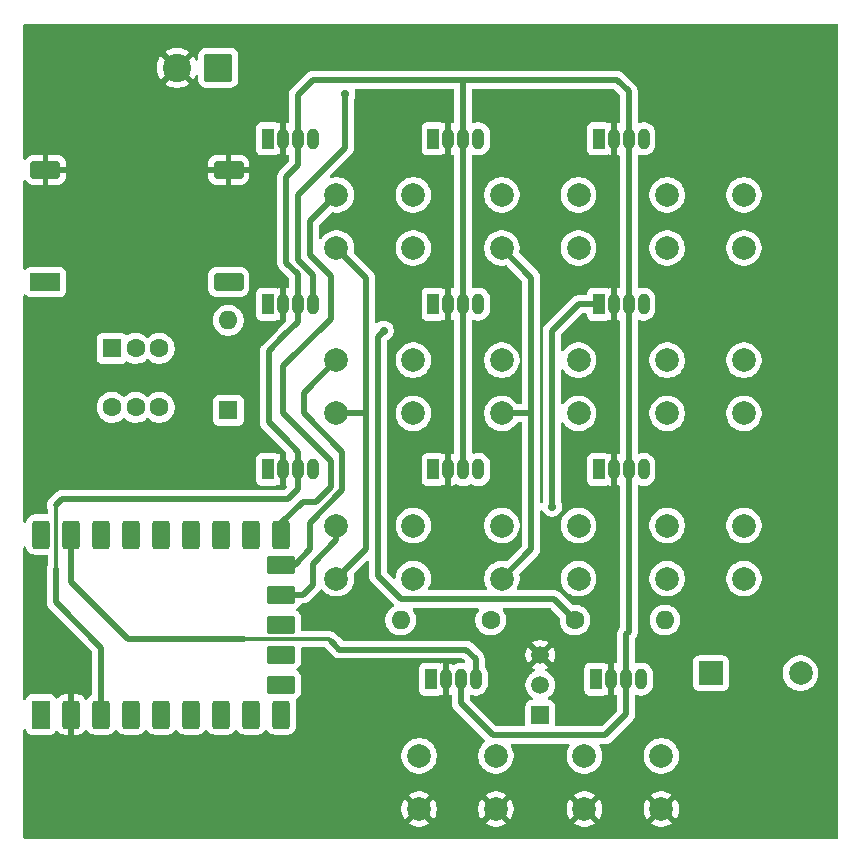
<source format=gbl>
G04 #@! TF.GenerationSoftware,KiCad,Pcbnew,9.0.1*
G04 #@! TF.CreationDate,2025-05-31T12:37:46+02:00*
G04 #@! TF.ProjectId,piskvorky,7069736b-766f-4726-9b79-2e6b69636164,rev?*
G04 #@! TF.SameCoordinates,Original*
G04 #@! TF.FileFunction,Copper,L2,Bot*
G04 #@! TF.FilePolarity,Positive*
%FSLAX46Y46*%
G04 Gerber Fmt 4.6, Leading zero omitted, Abs format (unit mm)*
G04 Created by KiCad (PCBNEW 9.0.1) date 2025-05-31 12:37:46*
%MOMM*%
%LPD*%
G01*
G04 APERTURE LIST*
G04 Aperture macros list*
%AMRoundRect*
0 Rectangle with rounded corners*
0 $1 Rounding radius*
0 $2 $3 $4 $5 $6 $7 $8 $9 X,Y pos of 4 corners*
0 Add a 4 corners polygon primitive as box body*
4,1,4,$2,$3,$4,$5,$6,$7,$8,$9,$2,$3,0*
0 Add four circle primitives for the rounded corners*
1,1,$1+$1,$2,$3*
1,1,$1+$1,$4,$5*
1,1,$1+$1,$6,$7*
1,1,$1+$1,$8,$9*
0 Add four rect primitives between the rounded corners*
20,1,$1+$1,$2,$3,$4,$5,0*
20,1,$1+$1,$4,$5,$6,$7,0*
20,1,$1+$1,$6,$7,$8,$9,0*
20,1,$1+$1,$8,$9,$2,$3,0*%
%AMOutline4P*
0 Free polygon, 4 corners , with rotation*
0 The origin of the aperture is its center*
0 number of corners: always 4*
0 $1 to $8 corner X, Y*
0 $9 Rotation angle, in degrees counterclockwise*
0 create outline with 4 corners*
4,1,4,$1,$2,$3,$4,$5,$6,$7,$8,$1,$2,$9*%
G04 Aperture macros list end*
G04 #@! TA.AperFunction,ComponentPad*
%ADD10R,1.000000X1.800000*%
G04 #@! TD*
G04 #@! TA.AperFunction,ComponentPad*
%ADD11O,1.000000X1.800000*%
G04 #@! TD*
G04 #@! TA.AperFunction,ComponentPad*
%ADD12C,2.000000*%
G04 #@! TD*
G04 #@! TA.AperFunction,ComponentPad*
%ADD13R,2.000000X2.000000*%
G04 #@! TD*
G04 #@! TA.AperFunction,ComponentPad*
%ADD14C,1.600000*%
G04 #@! TD*
G04 #@! TA.AperFunction,ComponentPad*
%ADD15O,1.600000X1.600000*%
G04 #@! TD*
G04 #@! TA.AperFunction,ComponentPad*
%ADD16R,1.524000X2.400000*%
G04 #@! TD*
G04 #@! TA.AperFunction,ComponentPad*
%ADD17RoundRect,0.250000X0.512000X-0.950000X0.512000X0.950000X-0.512000X0.950000X-0.512000X-0.950000X0*%
G04 #@! TD*
G04 #@! TA.AperFunction,ComponentPad*
%ADD18RoundRect,0.250000X0.950000X0.512000X-0.950000X0.512000X-0.950000X-0.512000X0.950000X-0.512000X0*%
G04 #@! TD*
G04 #@! TA.AperFunction,ComponentPad*
%ADD19RoundRect,0.250000X-0.512000X0.950000X-0.512000X-0.950000X0.512000X-0.950000X0.512000X0.950000X0*%
G04 #@! TD*
G04 #@! TA.AperFunction,ComponentPad*
%ADD20R,1.500000X1.500000*%
G04 #@! TD*
G04 #@! TA.AperFunction,ComponentPad*
%ADD21C,1.500000*%
G04 #@! TD*
G04 #@! TA.AperFunction,ComponentPad*
%ADD22Outline4P,-1.250000X0.762000X1.250000X0.762000X1.250000X-0.762000X-1.250000X-0.762000X0.000000*%
G04 #@! TD*
G04 #@! TA.AperFunction,ComponentPad*
%ADD23RoundRect,0.250000X-1.000000X-0.512000X1.000000X-0.512000X1.000000X0.512000X-1.000000X0.512000X0*%
G04 #@! TD*
G04 #@! TA.AperFunction,ComponentPad*
%ADD24R,1.600000X1.600000*%
G04 #@! TD*
G04 #@! TA.AperFunction,ComponentPad*
%ADD25RoundRect,0.250001X0.949999X0.949999X-0.949999X0.949999X-0.949999X-0.949999X0.949999X-0.949999X0*%
G04 #@! TD*
G04 #@! TA.AperFunction,ComponentPad*
%ADD26C,2.400000*%
G04 #@! TD*
G04 #@! TA.AperFunction,ViaPad*
%ADD27C,0.700000*%
G04 #@! TD*
G04 #@! TA.AperFunction,ViaPad*
%ADD28C,6.300000*%
G04 #@! TD*
G04 #@! TA.AperFunction,Conductor*
%ADD29C,0.500000*%
G04 #@! TD*
G04 #@! TA.AperFunction,Conductor*
%ADD30C,0.300000*%
G04 #@! TD*
G04 APERTURE END LIST*
D10*
X153800000Y-73750000D03*
D11*
X155070000Y-73750000D03*
X156340000Y-73750000D03*
X157610000Y-73750000D03*
D12*
X173800000Y-46750000D03*
X180300000Y-46750000D03*
X173800000Y-51250000D03*
X180300000Y-51250000D03*
D13*
X177500000Y-73250000D03*
D12*
X185100000Y-73250000D03*
D10*
X168000000Y-28000000D03*
D11*
X169270000Y-28000000D03*
X170540000Y-28000000D03*
X171810000Y-28000000D03*
D14*
X165990000Y-68750000D03*
D15*
X173610000Y-68750000D03*
D12*
X152800000Y-80250000D03*
X159300000Y-80250000D03*
X152800000Y-84750000D03*
X159300000Y-84750000D03*
X159800000Y-60750000D03*
X166300000Y-60750000D03*
X159800000Y-65250000D03*
X166300000Y-65250000D03*
X145800000Y-60750000D03*
X152300000Y-60750000D03*
X145800000Y-65250000D03*
X152300000Y-65250000D03*
X159800000Y-46750000D03*
X166300000Y-46750000D03*
X159800000Y-51250000D03*
X166300000Y-51250000D03*
D16*
X120800000Y-76750000D03*
D17*
X123340000Y-76750000D03*
X125880000Y-76750000D03*
X128420000Y-76750000D03*
X130960000Y-76750000D03*
X133500000Y-76750000D03*
X136040000Y-76750000D03*
X138580000Y-76750000D03*
X141120000Y-76750000D03*
D18*
X141120000Y-74210000D03*
X141120000Y-71670000D03*
X141120000Y-69130000D03*
X141120000Y-66590000D03*
X141120000Y-64050000D03*
D19*
X141120000Y-61510000D03*
X138580000Y-61510000D03*
X136040000Y-61510000D03*
X133500000Y-61510000D03*
X130960000Y-61510000D03*
X128420000Y-61510000D03*
X125880000Y-61510000D03*
X123340000Y-61510000D03*
X120800000Y-61510000D03*
D14*
X158860000Y-68750000D03*
D15*
X151240000Y-68750000D03*
D10*
X168000000Y-42000000D03*
D11*
X169270000Y-42000000D03*
X170540000Y-42000000D03*
X171810000Y-42000000D03*
D12*
X166800000Y-80250000D03*
X173300000Y-80250000D03*
X166800000Y-84750000D03*
X173300000Y-84750000D03*
D20*
X163050000Y-76790000D03*
D21*
X163050000Y-74250000D03*
X163050000Y-71710000D03*
D10*
X154000000Y-28000000D03*
D11*
X155270000Y-28000000D03*
X156540000Y-28000000D03*
X157810000Y-28000000D03*
D12*
X159800000Y-32750000D03*
X166300000Y-32750000D03*
X159800000Y-37250000D03*
X166300000Y-37250000D03*
D22*
X121162500Y-40137500D03*
D23*
X121162500Y-30637500D03*
X136662500Y-30637500D03*
X136662500Y-40137500D03*
D24*
X136644205Y-51004282D03*
D15*
X136644205Y-43384282D03*
D12*
X145800000Y-32750000D03*
X152300000Y-32750000D03*
X145800000Y-37250000D03*
X152300000Y-37250000D03*
X173800000Y-32750000D03*
X180300000Y-32750000D03*
X173800000Y-37250000D03*
X180300000Y-37250000D03*
D10*
X140000000Y-28000000D03*
D11*
X141270000Y-28000000D03*
X142540000Y-28000000D03*
X143810000Y-28000000D03*
D10*
X154000000Y-42000000D03*
D11*
X155270000Y-42000000D03*
X156540000Y-42000000D03*
X157810000Y-42000000D03*
D24*
X126800000Y-45750000D03*
D14*
X128800000Y-45750000D03*
X130800000Y-45750000D03*
X126800000Y-50750000D03*
X128800000Y-50750000D03*
X130800000Y-50750000D03*
D10*
X140000000Y-42000000D03*
D11*
X141270000Y-42000000D03*
X142540000Y-42000000D03*
X143810000Y-42000000D03*
D12*
X173800000Y-60750000D03*
X180300000Y-60750000D03*
X173800000Y-65250000D03*
X180300000Y-65250000D03*
X145800000Y-46750000D03*
X152300000Y-46750000D03*
X145800000Y-51250000D03*
X152300000Y-51250000D03*
D10*
X154000000Y-56000000D03*
D11*
X155270000Y-56000000D03*
X156540000Y-56000000D03*
X157810000Y-56000000D03*
D25*
X135800000Y-21982500D03*
D26*
X132300000Y-21982500D03*
D10*
X167800000Y-73750000D03*
D11*
X169070000Y-73750000D03*
X170340000Y-73750000D03*
X171610000Y-73750000D03*
D10*
X168000000Y-56000000D03*
D11*
X169270000Y-56000000D03*
X170540000Y-56000000D03*
X171810000Y-56000000D03*
D10*
X140000000Y-56000000D03*
D11*
X141270000Y-56000000D03*
X142540000Y-56000000D03*
X143810000Y-56000000D03*
D27*
X152200000Y-54150000D03*
X123400000Y-73950000D03*
X138000000Y-56750000D03*
D28*
X124800000Y-82750000D03*
X182800000Y-22750000D03*
X182800000Y-82750000D03*
X124800000Y-22750000D03*
D27*
X149800000Y-44250000D03*
X146550000Y-24250000D03*
X164050000Y-59150000D03*
D29*
X151300000Y-67000000D02*
X149300000Y-65000000D01*
X165990000Y-68750000D02*
X164240000Y-67000000D01*
X164240000Y-67000000D02*
X151300000Y-67000000D01*
X149300000Y-65000000D02*
X149300000Y-44750000D01*
X149300000Y-44750000D02*
X149800000Y-44250000D01*
X156540000Y-28000000D02*
X156540000Y-23010000D01*
X156550000Y-23000000D02*
X143800000Y-23000000D01*
X141550000Y-38500000D02*
X141550000Y-31245000D01*
X142540000Y-30255000D02*
X142540000Y-28000000D01*
X141675000Y-58500000D02*
X122550000Y-58500000D01*
X125880000Y-71080000D02*
X122300000Y-67500000D01*
X142540000Y-42000000D02*
X142540000Y-39490000D01*
X142540000Y-24260000D02*
X142540000Y-28000000D01*
X141295000Y-44745000D02*
X142540000Y-43500000D01*
X125880000Y-76750000D02*
X125880000Y-71080000D01*
X159050000Y-78500000D02*
X168550000Y-78500000D01*
X140050000Y-49000000D02*
X140050000Y-45990000D01*
X142540000Y-43500000D02*
X142540000Y-42000000D01*
X122550000Y-58500000D02*
X122013000Y-59037000D01*
X143800000Y-23000000D02*
X142540000Y-24260000D01*
D30*
X122013000Y-59037000D02*
X122013000Y-64463000D01*
D29*
X168550000Y-78500000D02*
X170340000Y-76710000D01*
X142540000Y-39490000D02*
X141550000Y-38500000D01*
X140050000Y-45990000D02*
X141295000Y-44745000D01*
X170340000Y-76710000D02*
X170340000Y-73750000D01*
X170340000Y-69940000D02*
X170340000Y-73750000D01*
X156340000Y-75790000D02*
X159050000Y-78500000D01*
X169550000Y-23000000D02*
X156550000Y-23000000D01*
X170530000Y-69750000D02*
X170340000Y-69940000D01*
X170540000Y-56000000D02*
X170540000Y-28000000D01*
X156540000Y-23010000D02*
X156550000Y-23000000D01*
X142540000Y-57635000D02*
X141675000Y-58500000D01*
X142540000Y-56000000D02*
X142540000Y-54490000D01*
X140050000Y-49250000D02*
X140050000Y-52000000D01*
X122013000Y-64463000D02*
X122050000Y-64500000D01*
X141550000Y-31245000D02*
X142540000Y-30255000D01*
X170550000Y-69750000D02*
X170530000Y-69750000D01*
X170540000Y-23990000D02*
X170540000Y-28000000D01*
X122300000Y-67500000D02*
X122050000Y-67250000D01*
X122050000Y-67250000D02*
X122050000Y-64500000D01*
X170540000Y-23990000D02*
X169550000Y-23000000D01*
X142540000Y-54490000D02*
X141425000Y-53375000D01*
X170540000Y-56000000D02*
X170540000Y-69740000D01*
X156540000Y-28000000D02*
X156540000Y-56000000D01*
X156340000Y-73750000D02*
X156340000Y-75790000D01*
X140050000Y-52000000D02*
X141425000Y-53375000D01*
X170540000Y-69740000D02*
X170550000Y-69750000D01*
X140050000Y-49250000D02*
X140050000Y-49000000D01*
X142540000Y-56000000D02*
X142540000Y-57635000D01*
X143810000Y-39510000D02*
X142550000Y-38250000D01*
X142550000Y-32750000D02*
X146550000Y-28750000D01*
X146550000Y-28750000D02*
X146550000Y-24250000D01*
X142550000Y-38250000D02*
X142550000Y-32750000D01*
X143810000Y-42000000D02*
X143810000Y-39510000D01*
X164050000Y-59150000D02*
X164050000Y-57500000D01*
X166300000Y-42000000D02*
X168000000Y-42000000D01*
X164050000Y-44250000D02*
X166300000Y-42000000D01*
X164050000Y-57500000D02*
X164050000Y-44250000D01*
X157610000Y-73750000D02*
X157610000Y-72060000D01*
X145550000Y-70750000D02*
X145300000Y-70500000D01*
D30*
X137957000Y-70343000D02*
X145143000Y-70343000D01*
D29*
X137957000Y-70343000D02*
X128143000Y-70343000D01*
X123340000Y-65540000D02*
X123340000Y-61510000D01*
D30*
X145143000Y-70343000D02*
X145550000Y-70750000D01*
D29*
X128143000Y-70343000D02*
X123340000Y-65540000D01*
X156800000Y-71250000D02*
X146050000Y-71250000D01*
X146050000Y-71250000D02*
X145550000Y-70750000D01*
X157610000Y-72060000D02*
X156800000Y-71250000D01*
X142925000Y-58750000D02*
X141120000Y-60555000D01*
X141300000Y-51250000D02*
X145300000Y-55250000D01*
X143550000Y-35000000D02*
X143550000Y-37875000D01*
X145800000Y-32750000D02*
X143550000Y-35000000D01*
X145300000Y-55250000D02*
X145300000Y-57500000D01*
X143550000Y-37875000D02*
X145300000Y-39625000D01*
X145300000Y-39625000D02*
X145300000Y-43250000D01*
X145300000Y-43250000D02*
X141300000Y-47250000D01*
X144050000Y-58750000D02*
X142925000Y-58750000D01*
X141300000Y-47250000D02*
X141300000Y-51250000D01*
X141120000Y-60555000D02*
X141120000Y-61510000D01*
X145300000Y-57500000D02*
X144050000Y-58750000D01*
X145800000Y-51250000D02*
X148300000Y-51250000D01*
X145800000Y-65250000D02*
X148300000Y-62750000D01*
X148300000Y-51250000D02*
X148300000Y-39750000D01*
X148300000Y-39750000D02*
X145800000Y-37250000D01*
X148300000Y-62750000D02*
X148300000Y-51250000D01*
X162300000Y-62750000D02*
X162300000Y-51250000D01*
X159800000Y-65250000D02*
X162300000Y-62750000D01*
X162300000Y-51250000D02*
X162300000Y-50750000D01*
X159800000Y-51250000D02*
X162300000Y-51250000D01*
X162300000Y-50750000D02*
X162300000Y-39750000D01*
X162300000Y-39750000D02*
X159800000Y-37250000D01*
X143550000Y-60500000D02*
X146300000Y-57750000D01*
X143050000Y-51250000D02*
X143050000Y-49500000D01*
X143050000Y-49500000D02*
X145800000Y-46750000D01*
X142250000Y-64050000D02*
X143550000Y-62750000D01*
X146300000Y-57750000D02*
X146300000Y-54500000D01*
X143550000Y-62750000D02*
X143550000Y-60500000D01*
X141120000Y-64050000D02*
X142250000Y-64050000D01*
X146300000Y-54500000D02*
X143050000Y-51250000D01*
X141120000Y-66590000D02*
X142960000Y-66590000D01*
X143800000Y-64000000D02*
X145800000Y-62000000D01*
X143800000Y-65750000D02*
X143800000Y-64000000D01*
X142960000Y-66590000D02*
X143800000Y-65750000D01*
X145800000Y-62000000D02*
X145800000Y-60750000D01*
G04 #@! TA.AperFunction,Conductor*
G36*
X188242539Y-18270185D02*
G01*
X188288294Y-18322989D01*
X188299500Y-18374500D01*
X188299500Y-87125500D01*
X188279815Y-87192539D01*
X188227011Y-87238294D01*
X188175500Y-87249500D01*
X119424500Y-87249500D01*
X119357461Y-87229815D01*
X119311706Y-87177011D01*
X119300500Y-87125500D01*
X119300500Y-84631947D01*
X151300000Y-84631947D01*
X151300000Y-84868052D01*
X151336934Y-85101247D01*
X151409897Y-85325802D01*
X151517087Y-85536174D01*
X151577338Y-85619104D01*
X151577340Y-85619105D01*
X152276212Y-84920233D01*
X152287482Y-84962292D01*
X152359890Y-85087708D01*
X152462292Y-85190110D01*
X152587708Y-85262518D01*
X152629765Y-85273787D01*
X151930893Y-85972658D01*
X152013828Y-86032914D01*
X152224197Y-86140102D01*
X152448752Y-86213065D01*
X152448751Y-86213065D01*
X152681948Y-86250000D01*
X152918052Y-86250000D01*
X153151247Y-86213065D01*
X153375802Y-86140102D01*
X153586163Y-86032918D01*
X153586169Y-86032914D01*
X153669104Y-85972658D01*
X153669105Y-85972658D01*
X152970233Y-85273787D01*
X153012292Y-85262518D01*
X153137708Y-85190110D01*
X153240110Y-85087708D01*
X153312518Y-84962292D01*
X153323787Y-84920234D01*
X154022658Y-85619105D01*
X154022658Y-85619104D01*
X154082914Y-85536169D01*
X154082918Y-85536163D01*
X154190102Y-85325802D01*
X154263065Y-85101247D01*
X154300000Y-84868052D01*
X154300000Y-84631947D01*
X157800000Y-84631947D01*
X157800000Y-84868052D01*
X157836934Y-85101247D01*
X157909897Y-85325802D01*
X158017087Y-85536174D01*
X158077338Y-85619104D01*
X158077340Y-85619105D01*
X158776212Y-84920233D01*
X158787482Y-84962292D01*
X158859890Y-85087708D01*
X158962292Y-85190110D01*
X159087708Y-85262518D01*
X159129765Y-85273787D01*
X158430893Y-85972658D01*
X158513828Y-86032914D01*
X158724197Y-86140102D01*
X158948752Y-86213065D01*
X158948751Y-86213065D01*
X159181948Y-86250000D01*
X159418052Y-86250000D01*
X159651247Y-86213065D01*
X159875802Y-86140102D01*
X160086163Y-86032918D01*
X160086169Y-86032914D01*
X160169104Y-85972658D01*
X160169105Y-85972658D01*
X159470233Y-85273787D01*
X159512292Y-85262518D01*
X159637708Y-85190110D01*
X159740110Y-85087708D01*
X159812518Y-84962292D01*
X159823787Y-84920234D01*
X160522658Y-85619105D01*
X160522658Y-85619104D01*
X160582914Y-85536169D01*
X160582918Y-85536163D01*
X160690102Y-85325802D01*
X160763065Y-85101247D01*
X160800000Y-84868052D01*
X160800000Y-84631947D01*
X165300000Y-84631947D01*
X165300000Y-84868052D01*
X165336934Y-85101247D01*
X165409897Y-85325802D01*
X165517087Y-85536174D01*
X165577338Y-85619104D01*
X165577340Y-85619105D01*
X166276212Y-84920233D01*
X166287482Y-84962292D01*
X166359890Y-85087708D01*
X166462292Y-85190110D01*
X166587708Y-85262518D01*
X166629765Y-85273787D01*
X165930893Y-85972658D01*
X166013828Y-86032914D01*
X166224197Y-86140102D01*
X166448752Y-86213065D01*
X166448751Y-86213065D01*
X166681948Y-86250000D01*
X166918052Y-86250000D01*
X167151247Y-86213065D01*
X167375802Y-86140102D01*
X167586163Y-86032918D01*
X167586169Y-86032914D01*
X167669104Y-85972658D01*
X167669105Y-85972658D01*
X166970233Y-85273787D01*
X167012292Y-85262518D01*
X167137708Y-85190110D01*
X167240110Y-85087708D01*
X167312518Y-84962292D01*
X167323787Y-84920234D01*
X168022658Y-85619105D01*
X168022658Y-85619104D01*
X168082914Y-85536169D01*
X168082918Y-85536163D01*
X168190102Y-85325802D01*
X168263065Y-85101247D01*
X168300000Y-84868052D01*
X168300000Y-84631947D01*
X171800000Y-84631947D01*
X171800000Y-84868052D01*
X171836934Y-85101247D01*
X171909897Y-85325802D01*
X172017087Y-85536174D01*
X172077338Y-85619104D01*
X172077340Y-85619105D01*
X172776212Y-84920233D01*
X172787482Y-84962292D01*
X172859890Y-85087708D01*
X172962292Y-85190110D01*
X173087708Y-85262518D01*
X173129765Y-85273787D01*
X172430893Y-85972658D01*
X172513828Y-86032914D01*
X172724197Y-86140102D01*
X172948752Y-86213065D01*
X172948751Y-86213065D01*
X173181948Y-86250000D01*
X173418052Y-86250000D01*
X173651247Y-86213065D01*
X173875802Y-86140102D01*
X174086163Y-86032918D01*
X174086169Y-86032914D01*
X174169104Y-85972658D01*
X174169105Y-85972658D01*
X173470233Y-85273787D01*
X173512292Y-85262518D01*
X173637708Y-85190110D01*
X173740110Y-85087708D01*
X173812518Y-84962292D01*
X173823787Y-84920233D01*
X174522658Y-85619105D01*
X174522658Y-85619104D01*
X174582914Y-85536169D01*
X174582918Y-85536163D01*
X174690102Y-85325802D01*
X174763065Y-85101247D01*
X174800000Y-84868052D01*
X174800000Y-84631947D01*
X174763065Y-84398752D01*
X174690102Y-84174197D01*
X174582914Y-83963828D01*
X174522658Y-83880894D01*
X174522658Y-83880893D01*
X173823787Y-84579765D01*
X173812518Y-84537708D01*
X173740110Y-84412292D01*
X173637708Y-84309890D01*
X173512292Y-84237482D01*
X173470234Y-84226212D01*
X174169105Y-83527340D01*
X174169104Y-83527338D01*
X174086174Y-83467087D01*
X173875802Y-83359897D01*
X173651247Y-83286934D01*
X173651248Y-83286934D01*
X173418052Y-83250000D01*
X173181948Y-83250000D01*
X172948752Y-83286934D01*
X172724197Y-83359897D01*
X172513830Y-83467084D01*
X172430894Y-83527340D01*
X173129766Y-84226212D01*
X173087708Y-84237482D01*
X172962292Y-84309890D01*
X172859890Y-84412292D01*
X172787482Y-84537708D01*
X172776212Y-84579765D01*
X172077340Y-83880894D01*
X172017084Y-83963830D01*
X171909897Y-84174197D01*
X171836934Y-84398752D01*
X171800000Y-84631947D01*
X168300000Y-84631947D01*
X168263065Y-84398752D01*
X168190102Y-84174197D01*
X168082914Y-83963828D01*
X168022658Y-83880894D01*
X168022658Y-83880893D01*
X167323787Y-84579765D01*
X167312518Y-84537708D01*
X167240110Y-84412292D01*
X167137708Y-84309890D01*
X167012292Y-84237482D01*
X166970234Y-84226212D01*
X167669105Y-83527340D01*
X167669104Y-83527339D01*
X167586174Y-83467087D01*
X167375802Y-83359897D01*
X167151247Y-83286934D01*
X167151248Y-83286934D01*
X166918052Y-83250000D01*
X166681948Y-83250000D01*
X166448752Y-83286934D01*
X166224197Y-83359897D01*
X166013830Y-83467084D01*
X165930894Y-83527340D01*
X166629766Y-84226212D01*
X166587708Y-84237482D01*
X166462292Y-84309890D01*
X166359890Y-84412292D01*
X166287482Y-84537708D01*
X166276212Y-84579766D01*
X165577340Y-83880894D01*
X165517084Y-83963830D01*
X165409897Y-84174197D01*
X165336934Y-84398752D01*
X165300000Y-84631947D01*
X160800000Y-84631947D01*
X160763065Y-84398752D01*
X160690102Y-84174197D01*
X160582914Y-83963828D01*
X160522658Y-83880894D01*
X160522658Y-83880893D01*
X159823787Y-84579765D01*
X159812518Y-84537708D01*
X159740110Y-84412292D01*
X159637708Y-84309890D01*
X159512292Y-84237482D01*
X159470234Y-84226212D01*
X160169105Y-83527340D01*
X160169104Y-83527339D01*
X160086174Y-83467087D01*
X159875802Y-83359897D01*
X159651247Y-83286934D01*
X159651248Y-83286934D01*
X159418052Y-83250000D01*
X159181948Y-83250000D01*
X158948752Y-83286934D01*
X158724197Y-83359897D01*
X158513830Y-83467084D01*
X158430894Y-83527340D01*
X159129766Y-84226212D01*
X159087708Y-84237482D01*
X158962292Y-84309890D01*
X158859890Y-84412292D01*
X158787482Y-84537708D01*
X158776212Y-84579766D01*
X158077340Y-83880894D01*
X158017084Y-83963830D01*
X157909897Y-84174197D01*
X157836934Y-84398752D01*
X157800000Y-84631947D01*
X154300000Y-84631947D01*
X154263065Y-84398752D01*
X154190102Y-84174197D01*
X154082914Y-83963828D01*
X154022658Y-83880894D01*
X154022658Y-83880893D01*
X153323787Y-84579765D01*
X153312518Y-84537708D01*
X153240110Y-84412292D01*
X153137708Y-84309890D01*
X153012292Y-84237482D01*
X152970234Y-84226212D01*
X153669105Y-83527340D01*
X153669104Y-83527339D01*
X153586174Y-83467087D01*
X153375802Y-83359897D01*
X153151247Y-83286934D01*
X153151248Y-83286934D01*
X152918052Y-83250000D01*
X152681948Y-83250000D01*
X152448752Y-83286934D01*
X152224197Y-83359897D01*
X152013830Y-83467084D01*
X151930894Y-83527340D01*
X152629766Y-84226212D01*
X152587708Y-84237482D01*
X152462292Y-84309890D01*
X152359890Y-84412292D01*
X152287482Y-84537708D01*
X152276212Y-84579765D01*
X151577340Y-83880894D01*
X151517084Y-83963830D01*
X151409897Y-84174197D01*
X151336934Y-84398752D01*
X151300000Y-84631947D01*
X119300500Y-84631947D01*
X119300500Y-80131902D01*
X151299500Y-80131902D01*
X151299500Y-80368097D01*
X151336446Y-80601368D01*
X151409433Y-80825996D01*
X151516657Y-81036433D01*
X151655483Y-81227510D01*
X151822490Y-81394517D01*
X152013567Y-81533343D01*
X152112991Y-81584002D01*
X152224003Y-81640566D01*
X152224005Y-81640566D01*
X152224008Y-81640568D01*
X152344412Y-81679689D01*
X152448631Y-81713553D01*
X152681903Y-81750500D01*
X152681908Y-81750500D01*
X152918097Y-81750500D01*
X153151368Y-81713553D01*
X153375992Y-81640568D01*
X153586433Y-81533343D01*
X153777510Y-81394517D01*
X153944517Y-81227510D01*
X154083343Y-81036433D01*
X154190568Y-80825992D01*
X154263553Y-80601368D01*
X154300500Y-80368097D01*
X154300500Y-80131902D01*
X154263553Y-79898631D01*
X154190566Y-79674003D01*
X154083342Y-79463566D01*
X154071586Y-79447385D01*
X153944517Y-79272490D01*
X153777510Y-79105483D01*
X153586433Y-78966657D01*
X153553432Y-78949842D01*
X153375996Y-78859433D01*
X153151368Y-78786446D01*
X152918097Y-78749500D01*
X152918092Y-78749500D01*
X152681908Y-78749500D01*
X152681903Y-78749500D01*
X152448631Y-78786446D01*
X152224003Y-78859433D01*
X152013566Y-78966657D01*
X151940788Y-79019534D01*
X151822490Y-79105483D01*
X151822488Y-79105485D01*
X151822487Y-79105485D01*
X151655485Y-79272487D01*
X151655485Y-79272488D01*
X151655483Y-79272490D01*
X151625670Y-79313524D01*
X151516657Y-79463566D01*
X151409433Y-79674003D01*
X151336446Y-79898631D01*
X151299500Y-80131902D01*
X119300500Y-80131902D01*
X119300500Y-78091364D01*
X119320185Y-78024325D01*
X119372989Y-77978570D01*
X119442147Y-77968626D01*
X119505703Y-77997651D01*
X119539815Y-78050730D01*
X119541198Y-78050215D01*
X119594202Y-78192328D01*
X119594206Y-78192335D01*
X119680452Y-78307544D01*
X119680455Y-78307547D01*
X119795664Y-78393793D01*
X119795671Y-78393797D01*
X119930517Y-78444091D01*
X119930516Y-78444091D01*
X119937444Y-78444835D01*
X119990127Y-78450500D01*
X121609872Y-78450499D01*
X121669483Y-78444091D01*
X121804331Y-78393796D01*
X121919546Y-78307546D01*
X122005796Y-78192331D01*
X122009389Y-78182696D01*
X122051259Y-78126763D01*
X122116723Y-78102344D01*
X122184996Y-78117194D01*
X122231110Y-78160931D01*
X122235680Y-78168340D01*
X122235683Y-78168344D01*
X122359654Y-78292315D01*
X122508875Y-78384356D01*
X122508880Y-78384358D01*
X122675302Y-78439505D01*
X122675309Y-78439506D01*
X122778019Y-78449999D01*
X123089999Y-78449999D01*
X123090000Y-78449998D01*
X123090000Y-77298482D01*
X123108409Y-77309111D01*
X123261009Y-77350000D01*
X123418991Y-77350000D01*
X123571591Y-77309111D01*
X123590000Y-77298482D01*
X123590000Y-78449999D01*
X123901972Y-78449999D01*
X123901986Y-78449998D01*
X124004697Y-78439505D01*
X124171119Y-78384358D01*
X124171124Y-78384356D01*
X124320345Y-78292315D01*
X124444317Y-78168343D01*
X124504167Y-78071311D01*
X124556115Y-78024586D01*
X124625077Y-78013363D01*
X124689160Y-78041206D01*
X124715244Y-78071309D01*
X124775288Y-78168656D01*
X124899344Y-78292712D01*
X125048666Y-78384814D01*
X125215203Y-78439999D01*
X125317991Y-78450500D01*
X126442008Y-78450499D01*
X126544797Y-78439999D01*
X126711334Y-78384814D01*
X126860656Y-78292712D01*
X126984712Y-78168656D01*
X127044461Y-78071787D01*
X127096409Y-78025062D01*
X127165371Y-78013839D01*
X127229454Y-78041683D01*
X127255539Y-78071787D01*
X127315288Y-78168656D01*
X127439344Y-78292712D01*
X127588666Y-78384814D01*
X127755203Y-78439999D01*
X127857991Y-78450500D01*
X128982008Y-78450499D01*
X129084797Y-78439999D01*
X129251334Y-78384814D01*
X129400656Y-78292712D01*
X129524712Y-78168656D01*
X129584461Y-78071787D01*
X129636409Y-78025062D01*
X129705371Y-78013839D01*
X129769454Y-78041683D01*
X129795539Y-78071787D01*
X129855288Y-78168656D01*
X129979344Y-78292712D01*
X130128666Y-78384814D01*
X130295203Y-78439999D01*
X130397991Y-78450500D01*
X131522008Y-78450499D01*
X131624797Y-78439999D01*
X131791334Y-78384814D01*
X131940656Y-78292712D01*
X132064712Y-78168656D01*
X132124461Y-78071787D01*
X132176409Y-78025062D01*
X132245371Y-78013839D01*
X132309454Y-78041683D01*
X132335539Y-78071787D01*
X132395288Y-78168656D01*
X132519344Y-78292712D01*
X132668666Y-78384814D01*
X132835203Y-78439999D01*
X132937991Y-78450500D01*
X134062008Y-78450499D01*
X134164797Y-78439999D01*
X134331334Y-78384814D01*
X134480656Y-78292712D01*
X134604712Y-78168656D01*
X134664461Y-78071787D01*
X134716409Y-78025062D01*
X134785371Y-78013839D01*
X134849454Y-78041683D01*
X134875539Y-78071787D01*
X134935288Y-78168656D01*
X135059344Y-78292712D01*
X135208666Y-78384814D01*
X135375203Y-78439999D01*
X135477991Y-78450500D01*
X136602008Y-78450499D01*
X136704797Y-78439999D01*
X136871334Y-78384814D01*
X137020656Y-78292712D01*
X137144712Y-78168656D01*
X137204461Y-78071787D01*
X137256409Y-78025062D01*
X137325371Y-78013839D01*
X137389454Y-78041683D01*
X137415539Y-78071787D01*
X137475288Y-78168656D01*
X137599344Y-78292712D01*
X137748666Y-78384814D01*
X137915203Y-78439999D01*
X138017991Y-78450500D01*
X139142008Y-78450499D01*
X139244797Y-78439999D01*
X139411334Y-78384814D01*
X139560656Y-78292712D01*
X139684712Y-78168656D01*
X139744461Y-78071787D01*
X139796409Y-78025062D01*
X139865371Y-78013839D01*
X139929454Y-78041683D01*
X139955539Y-78071787D01*
X140015288Y-78168656D01*
X140139344Y-78292712D01*
X140288666Y-78384814D01*
X140455203Y-78439999D01*
X140557991Y-78450500D01*
X141682008Y-78450499D01*
X141784797Y-78439999D01*
X141951334Y-78384814D01*
X142100656Y-78292712D01*
X142224712Y-78168656D01*
X142316814Y-78019334D01*
X142371999Y-77852797D01*
X142382500Y-77750009D01*
X142382499Y-75749992D01*
X142371999Y-75647203D01*
X142339641Y-75549556D01*
X142337240Y-75479729D01*
X142372971Y-75419687D01*
X142392252Y-75405014D01*
X142450368Y-75369168D01*
X142538656Y-75314712D01*
X142662712Y-75190656D01*
X142754814Y-75041334D01*
X142809999Y-74874797D01*
X142820500Y-74772009D01*
X142820499Y-73647992D01*
X142815044Y-73594595D01*
X142809999Y-73545203D01*
X142809998Y-73545200D01*
X142786303Y-73473694D01*
X142754814Y-73378666D01*
X142662712Y-73229344D01*
X142538656Y-73105288D01*
X142441787Y-73045539D01*
X142421106Y-73022546D01*
X142398921Y-73000993D01*
X142397944Y-72996795D01*
X142395062Y-72993591D01*
X142390093Y-72963060D01*
X142383084Y-72932941D01*
X142384531Y-72928882D01*
X142383839Y-72924629D01*
X142396164Y-72896262D01*
X142406553Y-72867131D01*
X142410352Y-72863607D01*
X142411683Y-72860546D01*
X142431146Y-72841817D01*
X142436273Y-72837861D01*
X142538656Y-72774712D01*
X142662712Y-72650656D01*
X142754814Y-72501334D01*
X142809999Y-72334797D01*
X142820500Y-72232009D01*
X142820499Y-71117499D01*
X142840184Y-71050461D01*
X142892987Y-71004706D01*
X142944499Y-70993500D01*
X144680770Y-70993500D01*
X144747809Y-71013185D01*
X144768451Y-71029819D01*
X144962707Y-71224075D01*
X144962717Y-71224086D01*
X145571584Y-71832952D01*
X145571586Y-71832954D01*
X145601058Y-71852645D01*
X145645270Y-71882186D01*
X145694505Y-71915084D01*
X145694506Y-71915084D01*
X145694507Y-71915085D01*
X145694509Y-71915086D01*
X145792334Y-71955606D01*
X145831087Y-71971658D01*
X145831091Y-71971658D01*
X145831092Y-71971659D01*
X145976079Y-72000500D01*
X145976082Y-72000500D01*
X145976083Y-72000500D01*
X146123918Y-72000500D01*
X156437770Y-72000500D01*
X156504809Y-72020185D01*
X156525451Y-72036819D01*
X156648305Y-72159673D01*
X156681790Y-72220996D01*
X156676806Y-72290688D01*
X156634934Y-72346621D01*
X156569470Y-72371038D01*
X156536433Y-72368971D01*
X156438545Y-72349500D01*
X156438541Y-72349500D01*
X156241459Y-72349500D01*
X156241457Y-72349500D01*
X156048170Y-72387947D01*
X156048160Y-72387950D01*
X155866093Y-72463364D01*
X155866082Y-72463370D01*
X155773440Y-72525271D01*
X155706762Y-72546148D01*
X155639382Y-72527663D01*
X155635659Y-72525270D01*
X155543684Y-72463814D01*
X155543671Y-72463807D01*
X155361691Y-72388429D01*
X155361683Y-72388427D01*
X155320000Y-72380135D01*
X155320000Y-73374722D01*
X155243694Y-73330667D01*
X155129244Y-73300000D01*
X155010756Y-73300000D01*
X154896306Y-73330667D01*
X154820000Y-73374722D01*
X154820000Y-72380136D01*
X154819999Y-72380135D01*
X154778316Y-72388427D01*
X154676339Y-72430666D01*
X154606870Y-72438133D01*
X154554578Y-72415372D01*
X154542330Y-72406203D01*
X154542328Y-72406202D01*
X154407482Y-72355908D01*
X154407483Y-72355908D01*
X154347883Y-72349501D01*
X154347881Y-72349500D01*
X154347873Y-72349500D01*
X154347864Y-72349500D01*
X153252129Y-72349500D01*
X153252123Y-72349501D01*
X153192516Y-72355908D01*
X153057671Y-72406202D01*
X153057664Y-72406206D01*
X152942455Y-72492452D01*
X152942452Y-72492455D01*
X152856206Y-72607664D01*
X152856202Y-72607671D01*
X152805908Y-72742517D01*
X152799501Y-72802116D01*
X152799500Y-72802135D01*
X152799500Y-74697870D01*
X152799501Y-74697876D01*
X152805908Y-74757483D01*
X152856202Y-74892328D01*
X152856206Y-74892335D01*
X152942452Y-75007544D01*
X152942455Y-75007547D01*
X153057664Y-75093793D01*
X153057671Y-75093797D01*
X153192517Y-75144091D01*
X153192516Y-75144091D01*
X153199444Y-75144835D01*
X153252127Y-75150500D01*
X154347872Y-75150499D01*
X154407483Y-75144091D01*
X154542331Y-75093796D01*
X154554575Y-75084629D01*
X154620035Y-75060210D01*
X154676339Y-75069333D01*
X154778308Y-75111569D01*
X154820000Y-75119862D01*
X154820000Y-74125277D01*
X154896306Y-74169333D01*
X155010756Y-74200000D01*
X155129244Y-74200000D01*
X155243694Y-74169333D01*
X155320000Y-74125277D01*
X155320000Y-75119862D01*
X155361689Y-75111570D01*
X155418047Y-75088226D01*
X155487516Y-75080757D01*
X155549996Y-75112032D01*
X155585648Y-75172121D01*
X155589500Y-75202787D01*
X155589500Y-75863918D01*
X155589500Y-75863920D01*
X155589499Y-75863920D01*
X155618340Y-76008907D01*
X155618343Y-76008917D01*
X155674912Y-76145488D01*
X155674916Y-76145495D01*
X155693434Y-76173209D01*
X155693435Y-76173212D01*
X155693436Y-76173212D01*
X155757051Y-76268420D01*
X155757052Y-76268421D01*
X158377151Y-78888519D01*
X158410636Y-78949842D01*
X158405652Y-79019534D01*
X158363780Y-79075467D01*
X158362357Y-79076517D01*
X158322490Y-79105482D01*
X158155485Y-79272487D01*
X158155485Y-79272488D01*
X158155483Y-79272490D01*
X158125670Y-79313524D01*
X158016657Y-79463566D01*
X157909433Y-79674003D01*
X157836446Y-79898631D01*
X157799500Y-80131902D01*
X157799500Y-80368097D01*
X157836446Y-80601368D01*
X157909433Y-80825996D01*
X158016657Y-81036433D01*
X158155483Y-81227510D01*
X158322490Y-81394517D01*
X158513567Y-81533343D01*
X158612991Y-81584002D01*
X158724003Y-81640566D01*
X158724005Y-81640566D01*
X158724008Y-81640568D01*
X158844412Y-81679689D01*
X158948631Y-81713553D01*
X159181903Y-81750500D01*
X159181908Y-81750500D01*
X159418097Y-81750500D01*
X159651368Y-81713553D01*
X159875992Y-81640568D01*
X160086433Y-81533343D01*
X160277510Y-81394517D01*
X160444517Y-81227510D01*
X160583343Y-81036433D01*
X160690568Y-80825992D01*
X160763553Y-80601368D01*
X160800500Y-80368097D01*
X160800500Y-80131902D01*
X160763553Y-79898631D01*
X160690566Y-79674003D01*
X160583343Y-79463567D01*
X160571586Y-79447385D01*
X160548107Y-79381578D01*
X160563933Y-79313524D01*
X160614039Y-79264830D01*
X160671905Y-79250500D01*
X165428095Y-79250500D01*
X165495134Y-79270185D01*
X165540889Y-79322989D01*
X165550833Y-79392147D01*
X165528414Y-79447385D01*
X165516656Y-79463567D01*
X165409433Y-79674003D01*
X165336446Y-79898631D01*
X165299500Y-80131902D01*
X165299500Y-80368097D01*
X165336446Y-80601368D01*
X165409433Y-80825996D01*
X165516657Y-81036433D01*
X165655483Y-81227510D01*
X165822490Y-81394517D01*
X166013567Y-81533343D01*
X166112991Y-81584002D01*
X166224003Y-81640566D01*
X166224005Y-81640566D01*
X166224008Y-81640568D01*
X166344412Y-81679689D01*
X166448631Y-81713553D01*
X166681903Y-81750500D01*
X166681908Y-81750500D01*
X166918097Y-81750500D01*
X167151368Y-81713553D01*
X167375992Y-81640568D01*
X167586433Y-81533343D01*
X167777510Y-81394517D01*
X167944517Y-81227510D01*
X168083343Y-81036433D01*
X168190568Y-80825992D01*
X168263553Y-80601368D01*
X168300500Y-80368097D01*
X168300500Y-80131902D01*
X171799500Y-80131902D01*
X171799500Y-80368097D01*
X171836446Y-80601368D01*
X171909433Y-80825996D01*
X172016657Y-81036433D01*
X172155483Y-81227510D01*
X172322490Y-81394517D01*
X172513567Y-81533343D01*
X172612991Y-81584002D01*
X172724003Y-81640566D01*
X172724005Y-81640566D01*
X172724008Y-81640568D01*
X172844412Y-81679689D01*
X172948631Y-81713553D01*
X173181903Y-81750500D01*
X173181908Y-81750500D01*
X173418097Y-81750500D01*
X173651368Y-81713553D01*
X173875992Y-81640568D01*
X174086433Y-81533343D01*
X174277510Y-81394517D01*
X174444517Y-81227510D01*
X174583343Y-81036433D01*
X174690568Y-80825992D01*
X174763553Y-80601368D01*
X174800500Y-80368097D01*
X174800500Y-80131902D01*
X174763553Y-79898631D01*
X174690566Y-79674003D01*
X174583342Y-79463566D01*
X174571586Y-79447385D01*
X174444517Y-79272490D01*
X174277510Y-79105483D01*
X174086433Y-78966657D01*
X174053432Y-78949842D01*
X173875996Y-78859433D01*
X173651368Y-78786446D01*
X173418097Y-78749500D01*
X173418092Y-78749500D01*
X173181908Y-78749500D01*
X173181903Y-78749500D01*
X172948631Y-78786446D01*
X172724003Y-78859433D01*
X172513566Y-78966657D01*
X172440788Y-79019534D01*
X172322490Y-79105483D01*
X172322488Y-79105485D01*
X172322487Y-79105485D01*
X172155485Y-79272487D01*
X172155485Y-79272488D01*
X172155483Y-79272490D01*
X172125670Y-79313524D01*
X172016657Y-79463566D01*
X171909433Y-79674003D01*
X171836446Y-79898631D01*
X171799500Y-80131902D01*
X168300500Y-80131902D01*
X168263553Y-79898631D01*
X168190566Y-79674003D01*
X168083343Y-79463567D01*
X168071586Y-79447385D01*
X168048107Y-79381578D01*
X168063933Y-79313524D01*
X168114039Y-79264830D01*
X168171905Y-79250500D01*
X168623920Y-79250500D01*
X168721462Y-79231096D01*
X168768913Y-79221658D01*
X168905495Y-79165084D01*
X168954729Y-79132186D01*
X169028416Y-79082952D01*
X170922951Y-77188416D01*
X171005084Y-77065495D01*
X171061658Y-76928913D01*
X171090500Y-76783918D01*
X171090500Y-76636083D01*
X171090500Y-75203328D01*
X171110185Y-75136289D01*
X171162989Y-75090534D01*
X171232147Y-75080590D01*
X171261950Y-75088766D01*
X171318165Y-75112051D01*
X171318169Y-75112051D01*
X171318170Y-75112052D01*
X171511456Y-75150500D01*
X171511459Y-75150500D01*
X171708543Y-75150500D01*
X171862567Y-75119862D01*
X171901835Y-75112051D01*
X172052848Y-75049500D01*
X172083907Y-75036635D01*
X172083907Y-75036634D01*
X172083914Y-75036632D01*
X172247782Y-74927139D01*
X172387139Y-74787782D01*
X172496632Y-74623914D01*
X172572051Y-74441835D01*
X172600687Y-74297873D01*
X172610500Y-74248543D01*
X172610500Y-73251456D01*
X172572052Y-73058170D01*
X172572051Y-73058169D01*
X172572051Y-73058165D01*
X172548370Y-73000993D01*
X172496635Y-72876092D01*
X172496628Y-72876079D01*
X172387139Y-72712218D01*
X172387136Y-72712214D01*
X172247785Y-72572863D01*
X172247781Y-72572860D01*
X172083920Y-72463371D01*
X172083907Y-72463364D01*
X171901839Y-72387950D01*
X171901829Y-72387947D01*
X171708543Y-72349500D01*
X171708541Y-72349500D01*
X171511459Y-72349500D01*
X171511457Y-72349500D01*
X171318170Y-72387947D01*
X171318165Y-72387949D01*
X171261951Y-72411233D01*
X171229327Y-72414739D01*
X171196853Y-72419409D01*
X171194763Y-72418454D01*
X171192482Y-72418700D01*
X171163151Y-72404017D01*
X171133297Y-72390384D01*
X171132055Y-72388452D01*
X171130003Y-72387425D01*
X171113261Y-72359207D01*
X171095523Y-72331606D01*
X171095087Y-72328576D01*
X171094351Y-72327335D01*
X171090500Y-72296671D01*
X171090500Y-72202135D01*
X175999500Y-72202135D01*
X175999500Y-74297870D01*
X175999501Y-74297876D01*
X176005908Y-74357483D01*
X176056202Y-74492328D01*
X176056206Y-74492335D01*
X176142452Y-74607544D01*
X176142455Y-74607547D01*
X176257664Y-74693793D01*
X176257671Y-74693797D01*
X176392517Y-74744091D01*
X176392516Y-74744091D01*
X176399444Y-74744835D01*
X176452127Y-74750500D01*
X178547872Y-74750499D01*
X178607483Y-74744091D01*
X178742331Y-74693796D01*
X178857546Y-74607546D01*
X178943796Y-74492331D01*
X178994091Y-74357483D01*
X179000500Y-74297873D01*
X179000499Y-73131902D01*
X183599500Y-73131902D01*
X183599500Y-73368097D01*
X183636446Y-73601368D01*
X183709433Y-73825996D01*
X183811497Y-74026306D01*
X183816657Y-74036433D01*
X183955483Y-74227510D01*
X184122490Y-74394517D01*
X184313567Y-74533343D01*
X184412991Y-74584002D01*
X184524003Y-74640566D01*
X184524005Y-74640566D01*
X184524008Y-74640568D01*
X184644412Y-74679689D01*
X184748631Y-74713553D01*
X184981903Y-74750500D01*
X184981908Y-74750500D01*
X185218097Y-74750500D01*
X185451368Y-74713553D01*
X185675992Y-74640568D01*
X185886433Y-74533343D01*
X186077510Y-74394517D01*
X186244517Y-74227510D01*
X186383343Y-74036433D01*
X186490568Y-73825992D01*
X186563553Y-73601368D01*
X186567522Y-73576306D01*
X186600500Y-73368097D01*
X186600500Y-73131902D01*
X186563553Y-72898631D01*
X186501337Y-72707153D01*
X186490568Y-72674008D01*
X186490566Y-72674005D01*
X186490566Y-72674003D01*
X186425420Y-72546148D01*
X186383343Y-72463567D01*
X186244517Y-72272490D01*
X186077510Y-72105483D01*
X185886433Y-71966657D01*
X185864744Y-71955606D01*
X185675996Y-71859433D01*
X185451368Y-71786446D01*
X185218097Y-71749500D01*
X185218092Y-71749500D01*
X184981908Y-71749500D01*
X184981903Y-71749500D01*
X184748631Y-71786446D01*
X184524003Y-71859433D01*
X184313566Y-71966657D01*
X184204550Y-72045862D01*
X184122490Y-72105483D01*
X184122488Y-72105485D01*
X184122487Y-72105485D01*
X183955485Y-72272487D01*
X183955485Y-72272488D01*
X183955483Y-72272490D01*
X183915636Y-72327335D01*
X183816657Y-72463566D01*
X183709433Y-72674003D01*
X183636446Y-72898631D01*
X183599500Y-73131902D01*
X179000499Y-73131902D01*
X179000499Y-72202128D01*
X178994091Y-72142517D01*
X178980278Y-72105483D01*
X178943797Y-72007671D01*
X178943793Y-72007664D01*
X178857547Y-71892455D01*
X178857544Y-71892452D01*
X178742335Y-71806206D01*
X178742328Y-71806202D01*
X178607482Y-71755908D01*
X178607483Y-71755908D01*
X178547883Y-71749501D01*
X178547881Y-71749500D01*
X178547873Y-71749500D01*
X178547864Y-71749500D01*
X176452129Y-71749500D01*
X176452123Y-71749501D01*
X176392516Y-71755908D01*
X176257671Y-71806202D01*
X176257664Y-71806206D01*
X176142455Y-71892452D01*
X176142452Y-71892455D01*
X176056206Y-72007664D01*
X176056202Y-72007671D01*
X176005908Y-72142517D01*
X175999501Y-72202116D01*
X175999501Y-72202123D01*
X175999500Y-72202135D01*
X171090500Y-72202135D01*
X171090500Y-70322229D01*
X171110185Y-70255190D01*
X171126823Y-70234544D01*
X171132950Y-70228417D01*
X171132951Y-70228416D01*
X171215084Y-70105495D01*
X171271658Y-69968913D01*
X171292113Y-69866082D01*
X171300500Y-69823920D01*
X171300500Y-69676080D01*
X171292883Y-69637790D01*
X171290500Y-69613597D01*
X171290500Y-68647648D01*
X172309500Y-68647648D01*
X172309500Y-68852351D01*
X172341522Y-69054534D01*
X172404781Y-69249223D01*
X172468691Y-69374653D01*
X172496450Y-69429132D01*
X172497715Y-69431613D01*
X172618028Y-69597213D01*
X172762786Y-69741971D01*
X172890719Y-69834918D01*
X172928390Y-69862287D01*
X173035864Y-69917048D01*
X173110776Y-69955218D01*
X173110778Y-69955218D01*
X173110781Y-69955220D01*
X173215137Y-69989127D01*
X173305465Y-70018477D01*
X173406557Y-70034488D01*
X173507648Y-70050500D01*
X173507649Y-70050500D01*
X173712351Y-70050500D01*
X173712352Y-70050500D01*
X173914534Y-70018477D01*
X174109219Y-69955220D01*
X174291610Y-69862287D01*
X174384590Y-69794732D01*
X174457213Y-69741971D01*
X174457215Y-69741968D01*
X174457219Y-69741966D01*
X174601966Y-69597219D01*
X174601968Y-69597215D01*
X174601971Y-69597213D01*
X174654732Y-69524590D01*
X174722287Y-69431610D01*
X174815220Y-69249219D01*
X174878477Y-69054534D01*
X174910500Y-68852352D01*
X174910500Y-68647648D01*
X174901682Y-68591972D01*
X174878477Y-68445465D01*
X174815218Y-68250776D01*
X174763534Y-68149342D01*
X174722287Y-68068390D01*
X174656918Y-67978416D01*
X174601971Y-67902786D01*
X174457213Y-67758028D01*
X174291613Y-67637715D01*
X174291612Y-67637714D01*
X174291610Y-67637713D01*
X174228373Y-67605492D01*
X174109223Y-67544781D01*
X173914534Y-67481522D01*
X173739995Y-67453878D01*
X173712352Y-67449500D01*
X173507648Y-67449500D01*
X173483329Y-67453351D01*
X173305465Y-67481522D01*
X173110776Y-67544781D01*
X172928386Y-67637715D01*
X172762786Y-67758028D01*
X172618028Y-67902786D01*
X172497715Y-68068386D01*
X172404781Y-68250776D01*
X172341522Y-68445465D01*
X172309500Y-68647648D01*
X171290500Y-68647648D01*
X171290500Y-65131902D01*
X172299500Y-65131902D01*
X172299500Y-65368097D01*
X172336446Y-65601368D01*
X172409433Y-65825996D01*
X172512356Y-66027991D01*
X172516657Y-66036433D01*
X172655483Y-66227510D01*
X172822490Y-66394517D01*
X173013567Y-66533343D01*
X173112991Y-66584002D01*
X173224003Y-66640566D01*
X173224005Y-66640566D01*
X173224008Y-66640568D01*
X173344412Y-66679689D01*
X173448631Y-66713553D01*
X173681903Y-66750500D01*
X173681908Y-66750500D01*
X173918097Y-66750500D01*
X174151368Y-66713553D01*
X174375992Y-66640568D01*
X174586433Y-66533343D01*
X174777510Y-66394517D01*
X174944517Y-66227510D01*
X175083343Y-66036433D01*
X175190568Y-65825992D01*
X175263553Y-65601368D01*
X175281938Y-65485289D01*
X175300500Y-65368097D01*
X175300500Y-65131902D01*
X178799500Y-65131902D01*
X178799500Y-65368097D01*
X178836446Y-65601368D01*
X178909433Y-65825996D01*
X179012356Y-66027991D01*
X179016657Y-66036433D01*
X179155483Y-66227510D01*
X179322490Y-66394517D01*
X179513567Y-66533343D01*
X179612991Y-66584002D01*
X179724003Y-66640566D01*
X179724005Y-66640566D01*
X179724008Y-66640568D01*
X179844412Y-66679689D01*
X179948631Y-66713553D01*
X180181903Y-66750500D01*
X180181908Y-66750500D01*
X180418097Y-66750500D01*
X180651368Y-66713553D01*
X180875992Y-66640568D01*
X181086433Y-66533343D01*
X181277510Y-66394517D01*
X181444517Y-66227510D01*
X181583343Y-66036433D01*
X181690568Y-65825992D01*
X181763553Y-65601368D01*
X181781938Y-65485289D01*
X181800500Y-65368097D01*
X181800500Y-65131902D01*
X181763553Y-64898631D01*
X181699535Y-64701607D01*
X181690568Y-64674008D01*
X181690566Y-64674005D01*
X181690566Y-64674003D01*
X181583342Y-64463566D01*
X181444517Y-64272490D01*
X181277510Y-64105483D01*
X181086433Y-63966657D01*
X180875996Y-63859433D01*
X180651368Y-63786446D01*
X180418097Y-63749500D01*
X180418092Y-63749500D01*
X180181908Y-63749500D01*
X180181903Y-63749500D01*
X179948631Y-63786446D01*
X179724003Y-63859433D01*
X179513566Y-63966657D01*
X179404550Y-64045862D01*
X179322490Y-64105483D01*
X179322488Y-64105485D01*
X179322487Y-64105485D01*
X179155485Y-64272487D01*
X179155485Y-64272488D01*
X179155483Y-64272490D01*
X179126874Y-64311867D01*
X179016657Y-64463566D01*
X178909433Y-64674003D01*
X178836446Y-64898631D01*
X178799500Y-65131902D01*
X175300500Y-65131902D01*
X175263553Y-64898631D01*
X175199535Y-64701607D01*
X175190568Y-64674008D01*
X175190566Y-64674005D01*
X175190566Y-64674003D01*
X175083342Y-64463566D01*
X174944517Y-64272490D01*
X174777510Y-64105483D01*
X174586433Y-63966657D01*
X174375996Y-63859433D01*
X174151368Y-63786446D01*
X173918097Y-63749500D01*
X173918092Y-63749500D01*
X173681908Y-63749500D01*
X173681903Y-63749500D01*
X173448631Y-63786446D01*
X173224003Y-63859433D01*
X173013566Y-63966657D01*
X172904550Y-64045862D01*
X172822490Y-64105483D01*
X172822488Y-64105485D01*
X172822487Y-64105485D01*
X172655485Y-64272487D01*
X172655485Y-64272488D01*
X172655483Y-64272490D01*
X172626874Y-64311867D01*
X172516657Y-64463566D01*
X172409433Y-64674003D01*
X172336446Y-64898631D01*
X172299500Y-65131902D01*
X171290500Y-65131902D01*
X171290500Y-60631902D01*
X172299500Y-60631902D01*
X172299500Y-60868097D01*
X172336446Y-61101368D01*
X172409433Y-61325996D01*
X172496979Y-61497813D01*
X172516657Y-61536433D01*
X172655483Y-61727510D01*
X172822490Y-61894517D01*
X173013567Y-62033343D01*
X173093200Y-62073918D01*
X173224003Y-62140566D01*
X173224005Y-62140566D01*
X173224008Y-62140568D01*
X173344412Y-62179689D01*
X173448631Y-62213553D01*
X173681903Y-62250500D01*
X173681908Y-62250500D01*
X173918097Y-62250500D01*
X174151368Y-62213553D01*
X174152821Y-62213081D01*
X174375992Y-62140568D01*
X174586433Y-62033343D01*
X174777510Y-61894517D01*
X174944517Y-61727510D01*
X175083343Y-61536433D01*
X175190568Y-61325992D01*
X175263553Y-61101368D01*
X175300500Y-60868097D01*
X175300500Y-60631902D01*
X178799500Y-60631902D01*
X178799500Y-60868097D01*
X178836446Y-61101368D01*
X178909433Y-61325996D01*
X178996979Y-61497813D01*
X179016657Y-61536433D01*
X179155483Y-61727510D01*
X179322490Y-61894517D01*
X179513567Y-62033343D01*
X179593200Y-62073918D01*
X179724003Y-62140566D01*
X179724005Y-62140566D01*
X179724008Y-62140568D01*
X179844412Y-62179689D01*
X179948631Y-62213553D01*
X180181903Y-62250500D01*
X180181908Y-62250500D01*
X180418097Y-62250500D01*
X180651368Y-62213553D01*
X180652821Y-62213081D01*
X180875992Y-62140568D01*
X181086433Y-62033343D01*
X181277510Y-61894517D01*
X181444517Y-61727510D01*
X181583343Y-61536433D01*
X181690568Y-61325992D01*
X181763553Y-61101368D01*
X181800500Y-60868097D01*
X181800500Y-60631902D01*
X181763553Y-60398631D01*
X181712227Y-60240668D01*
X181690568Y-60174008D01*
X181690566Y-60174005D01*
X181690566Y-60174003D01*
X181634002Y-60062991D01*
X181583343Y-59963567D01*
X181444517Y-59772490D01*
X181277510Y-59605483D01*
X181086433Y-59466657D01*
X181064935Y-59455703D01*
X180875996Y-59359433D01*
X180651368Y-59286446D01*
X180418097Y-59249500D01*
X180418092Y-59249500D01*
X180181908Y-59249500D01*
X180181903Y-59249500D01*
X179948631Y-59286446D01*
X179724003Y-59359433D01*
X179513566Y-59466657D01*
X179404550Y-59545862D01*
X179322490Y-59605483D01*
X179322488Y-59605485D01*
X179322487Y-59605485D01*
X179155485Y-59772487D01*
X179155485Y-59772488D01*
X179155483Y-59772490D01*
X179095862Y-59854550D01*
X179016657Y-59963566D01*
X178909433Y-60174003D01*
X178836446Y-60398631D01*
X178799500Y-60631902D01*
X175300500Y-60631902D01*
X175263553Y-60398631D01*
X175212227Y-60240668D01*
X175190568Y-60174008D01*
X175190566Y-60174005D01*
X175190566Y-60174003D01*
X175134002Y-60062991D01*
X175083343Y-59963567D01*
X174944517Y-59772490D01*
X174777510Y-59605483D01*
X174586433Y-59466657D01*
X174564935Y-59455703D01*
X174375996Y-59359433D01*
X174151368Y-59286446D01*
X173918097Y-59249500D01*
X173918092Y-59249500D01*
X173681908Y-59249500D01*
X173681903Y-59249500D01*
X173448631Y-59286446D01*
X173224003Y-59359433D01*
X173013566Y-59466657D01*
X172904550Y-59545862D01*
X172822490Y-59605483D01*
X172822488Y-59605485D01*
X172822487Y-59605485D01*
X172655485Y-59772487D01*
X172655485Y-59772488D01*
X172655483Y-59772490D01*
X172595862Y-59854550D01*
X172516657Y-59963566D01*
X172409433Y-60174003D01*
X172336446Y-60398631D01*
X172299500Y-60631902D01*
X171290500Y-60631902D01*
X171290500Y-57453328D01*
X171310185Y-57386289D01*
X171362989Y-57340534D01*
X171432147Y-57330590D01*
X171461950Y-57338766D01*
X171518165Y-57362051D01*
X171518169Y-57362051D01*
X171518170Y-57362052D01*
X171711456Y-57400500D01*
X171711459Y-57400500D01*
X171908543Y-57400500D01*
X172043880Y-57373579D01*
X172101835Y-57362051D01*
X172283914Y-57286632D01*
X172447782Y-57177139D01*
X172587139Y-57037782D01*
X172696632Y-56873914D01*
X172772051Y-56691835D01*
X172810500Y-56498541D01*
X172810500Y-55501459D01*
X172810500Y-55501456D01*
X172772052Y-55308170D01*
X172772051Y-55308169D01*
X172772051Y-55308165D01*
X172772049Y-55308160D01*
X172696635Y-55126092D01*
X172696628Y-55126079D01*
X172587139Y-54962218D01*
X172587136Y-54962214D01*
X172447785Y-54822863D01*
X172447781Y-54822860D01*
X172283920Y-54713371D01*
X172283907Y-54713364D01*
X172101839Y-54637950D01*
X172101829Y-54637947D01*
X171908543Y-54599500D01*
X171908541Y-54599500D01*
X171711459Y-54599500D01*
X171711457Y-54599500D01*
X171518170Y-54637947D01*
X171518165Y-54637949D01*
X171461951Y-54661233D01*
X171392482Y-54668700D01*
X171330003Y-54637425D01*
X171294351Y-54577335D01*
X171290500Y-54546671D01*
X171290500Y-51131902D01*
X172299500Y-51131902D01*
X172299500Y-51368097D01*
X172336446Y-51601368D01*
X172409433Y-51825996D01*
X172475276Y-51955218D01*
X172516657Y-52036433D01*
X172655483Y-52227510D01*
X172822490Y-52394517D01*
X173013567Y-52533343D01*
X173112991Y-52584002D01*
X173224003Y-52640566D01*
X173224005Y-52640566D01*
X173224008Y-52640568D01*
X173344412Y-52679689D01*
X173448631Y-52713553D01*
X173681903Y-52750500D01*
X173681908Y-52750500D01*
X173918097Y-52750500D01*
X174151368Y-52713553D01*
X174375992Y-52640568D01*
X174586433Y-52533343D01*
X174777510Y-52394517D01*
X174944517Y-52227510D01*
X175083343Y-52036433D01*
X175190568Y-51825992D01*
X175263553Y-51601368D01*
X175265962Y-51586161D01*
X175300500Y-51368097D01*
X175300500Y-51131902D01*
X178799500Y-51131902D01*
X178799500Y-51368097D01*
X178836446Y-51601368D01*
X178909433Y-51825996D01*
X178975276Y-51955218D01*
X179016657Y-52036433D01*
X179155483Y-52227510D01*
X179322490Y-52394517D01*
X179513567Y-52533343D01*
X179612991Y-52584002D01*
X179724003Y-52640566D01*
X179724005Y-52640566D01*
X179724008Y-52640568D01*
X179844412Y-52679689D01*
X179948631Y-52713553D01*
X180181903Y-52750500D01*
X180181908Y-52750500D01*
X180418097Y-52750500D01*
X180651368Y-52713553D01*
X180875992Y-52640568D01*
X181086433Y-52533343D01*
X181277510Y-52394517D01*
X181444517Y-52227510D01*
X181583343Y-52036433D01*
X181690568Y-51825992D01*
X181763553Y-51601368D01*
X181765962Y-51586161D01*
X181800500Y-51368097D01*
X181800500Y-51131902D01*
X181763553Y-50898631D01*
X181690566Y-50674003D01*
X181602405Y-50500978D01*
X181583343Y-50463567D01*
X181444517Y-50272490D01*
X181277510Y-50105483D01*
X181086433Y-49966657D01*
X181077187Y-49961946D01*
X180875996Y-49859433D01*
X180651368Y-49786446D01*
X180418097Y-49749500D01*
X180418092Y-49749500D01*
X180181908Y-49749500D01*
X180181903Y-49749500D01*
X179948631Y-49786446D01*
X179724003Y-49859433D01*
X179513566Y-49966657D01*
X179404550Y-50045862D01*
X179322490Y-50105483D01*
X179322488Y-50105485D01*
X179322487Y-50105485D01*
X179155485Y-50272487D01*
X179155485Y-50272488D01*
X179155483Y-50272490D01*
X179095862Y-50354550D01*
X179016657Y-50463566D01*
X178909433Y-50674003D01*
X178836446Y-50898631D01*
X178799500Y-51131902D01*
X175300500Y-51131902D01*
X175263553Y-50898631D01*
X175190566Y-50674003D01*
X175102405Y-50500978D01*
X175083343Y-50463567D01*
X174944517Y-50272490D01*
X174777510Y-50105483D01*
X174586433Y-49966657D01*
X174577187Y-49961946D01*
X174375996Y-49859433D01*
X174151368Y-49786446D01*
X173918097Y-49749500D01*
X173918092Y-49749500D01*
X173681908Y-49749500D01*
X173681903Y-49749500D01*
X173448631Y-49786446D01*
X173224003Y-49859433D01*
X173013566Y-49966657D01*
X172904550Y-50045862D01*
X172822490Y-50105483D01*
X172822488Y-50105485D01*
X172822487Y-50105485D01*
X172655485Y-50272487D01*
X172655485Y-50272488D01*
X172655483Y-50272490D01*
X172595862Y-50354550D01*
X172516657Y-50463566D01*
X172409433Y-50674003D01*
X172336446Y-50898631D01*
X172299500Y-51131902D01*
X171290500Y-51131902D01*
X171290500Y-46631902D01*
X172299500Y-46631902D01*
X172299500Y-46868097D01*
X172336446Y-47101368D01*
X172409433Y-47325996D01*
X172496979Y-47497813D01*
X172516657Y-47536433D01*
X172655483Y-47727510D01*
X172822490Y-47894517D01*
X173013567Y-48033343D01*
X173112991Y-48084002D01*
X173224003Y-48140566D01*
X173224005Y-48140566D01*
X173224008Y-48140568D01*
X173344412Y-48179689D01*
X173448631Y-48213553D01*
X173681903Y-48250500D01*
X173681908Y-48250500D01*
X173918097Y-48250500D01*
X174151368Y-48213553D01*
X174189725Y-48201090D01*
X174375992Y-48140568D01*
X174586433Y-48033343D01*
X174777510Y-47894517D01*
X174944517Y-47727510D01*
X175083343Y-47536433D01*
X175190568Y-47325992D01*
X175263553Y-47101368D01*
X175276682Y-47018477D01*
X175300500Y-46868097D01*
X175300500Y-46631902D01*
X178799500Y-46631902D01*
X178799500Y-46868097D01*
X178836446Y-47101368D01*
X178909433Y-47325996D01*
X178996979Y-47497813D01*
X179016657Y-47536433D01*
X179155483Y-47727510D01*
X179322490Y-47894517D01*
X179513567Y-48033343D01*
X179612991Y-48084002D01*
X179724003Y-48140566D01*
X179724005Y-48140566D01*
X179724008Y-48140568D01*
X179844412Y-48179689D01*
X179948631Y-48213553D01*
X180181903Y-48250500D01*
X180181908Y-48250500D01*
X180418097Y-48250500D01*
X180651368Y-48213553D01*
X180689725Y-48201090D01*
X180875992Y-48140568D01*
X181086433Y-48033343D01*
X181277510Y-47894517D01*
X181444517Y-47727510D01*
X181583343Y-47536433D01*
X181690568Y-47325992D01*
X181763553Y-47101368D01*
X181776682Y-47018477D01*
X181800500Y-46868097D01*
X181800500Y-46631902D01*
X181763553Y-46398631D01*
X181715007Y-46249223D01*
X181690568Y-46174008D01*
X181690566Y-46174005D01*
X181690566Y-46174003D01*
X181583342Y-45963566D01*
X181444517Y-45772490D01*
X181277510Y-45605483D01*
X181086433Y-45466657D01*
X180875996Y-45359433D01*
X180651368Y-45286446D01*
X180418097Y-45249500D01*
X180418092Y-45249500D01*
X180181908Y-45249500D01*
X180181903Y-45249500D01*
X179948631Y-45286446D01*
X179724003Y-45359433D01*
X179513566Y-45466657D01*
X179451736Y-45511580D01*
X179322490Y-45605483D01*
X179322488Y-45605485D01*
X179322487Y-45605485D01*
X179155485Y-45772487D01*
X179155485Y-45772488D01*
X179155483Y-45772490D01*
X179097460Y-45852351D01*
X179016657Y-45963566D01*
X178909433Y-46174003D01*
X178836446Y-46398631D01*
X178799500Y-46631902D01*
X175300500Y-46631902D01*
X175263553Y-46398631D01*
X175215007Y-46249223D01*
X175190568Y-46174008D01*
X175190566Y-46174005D01*
X175190566Y-46174003D01*
X175083342Y-45963566D01*
X174944517Y-45772490D01*
X174777510Y-45605483D01*
X174586433Y-45466657D01*
X174375996Y-45359433D01*
X174151368Y-45286446D01*
X173918097Y-45249500D01*
X173918092Y-45249500D01*
X173681908Y-45249500D01*
X173681903Y-45249500D01*
X173448631Y-45286446D01*
X173224003Y-45359433D01*
X173013566Y-45466657D01*
X172951736Y-45511580D01*
X172822490Y-45605483D01*
X172822488Y-45605485D01*
X172822487Y-45605485D01*
X172655485Y-45772487D01*
X172655485Y-45772488D01*
X172655483Y-45772490D01*
X172597460Y-45852351D01*
X172516657Y-45963566D01*
X172409433Y-46174003D01*
X172336446Y-46398631D01*
X172299500Y-46631902D01*
X171290500Y-46631902D01*
X171290500Y-43453328D01*
X171310185Y-43386289D01*
X171362989Y-43340534D01*
X171432147Y-43330590D01*
X171461950Y-43338766D01*
X171518165Y-43362051D01*
X171518169Y-43362051D01*
X171518170Y-43362052D01*
X171711456Y-43400500D01*
X171711459Y-43400500D01*
X171908543Y-43400500D01*
X172062567Y-43369862D01*
X172101835Y-43362051D01*
X172283914Y-43286632D01*
X172447782Y-43177139D01*
X172587139Y-43037782D01*
X172696632Y-42873914D01*
X172772051Y-42691835D01*
X172784632Y-42628582D01*
X172810500Y-42498543D01*
X172810500Y-41501456D01*
X172772051Y-41308165D01*
X172772049Y-41308160D01*
X172696635Y-41126092D01*
X172696628Y-41126079D01*
X172587139Y-40962218D01*
X172587136Y-40962214D01*
X172447785Y-40822863D01*
X172447781Y-40822860D01*
X172283920Y-40713371D01*
X172283907Y-40713364D01*
X172101839Y-40637950D01*
X172101829Y-40637947D01*
X171908543Y-40599500D01*
X171908541Y-40599500D01*
X171711459Y-40599500D01*
X171711457Y-40599500D01*
X171518170Y-40637947D01*
X171518165Y-40637949D01*
X171461951Y-40661233D01*
X171392482Y-40668700D01*
X171330003Y-40637425D01*
X171294351Y-40577335D01*
X171290500Y-40546671D01*
X171290500Y-37131902D01*
X172299500Y-37131902D01*
X172299500Y-37368097D01*
X172336446Y-37601368D01*
X172409433Y-37825996D01*
X172516657Y-38036433D01*
X172655483Y-38227510D01*
X172822490Y-38394517D01*
X173013567Y-38533343D01*
X173093200Y-38573918D01*
X173224003Y-38640566D01*
X173224005Y-38640566D01*
X173224008Y-38640568D01*
X173344412Y-38679689D01*
X173448631Y-38713553D01*
X173681903Y-38750500D01*
X173681908Y-38750500D01*
X173918097Y-38750500D01*
X174151368Y-38713553D01*
X174189725Y-38701090D01*
X174375992Y-38640568D01*
X174586433Y-38533343D01*
X174777510Y-38394517D01*
X174944517Y-38227510D01*
X175083343Y-38036433D01*
X175190568Y-37825992D01*
X175263553Y-37601368D01*
X175269451Y-37564132D01*
X175300500Y-37368097D01*
X175300500Y-37131902D01*
X178799500Y-37131902D01*
X178799500Y-37368097D01*
X178836446Y-37601368D01*
X178909433Y-37825996D01*
X179016657Y-38036433D01*
X179155483Y-38227510D01*
X179322490Y-38394517D01*
X179513567Y-38533343D01*
X179593200Y-38573918D01*
X179724003Y-38640566D01*
X179724005Y-38640566D01*
X179724008Y-38640568D01*
X179844412Y-38679689D01*
X179948631Y-38713553D01*
X180181903Y-38750500D01*
X180181908Y-38750500D01*
X180418097Y-38750500D01*
X180651368Y-38713553D01*
X180689725Y-38701090D01*
X180875992Y-38640568D01*
X181086433Y-38533343D01*
X181277510Y-38394517D01*
X181444517Y-38227510D01*
X181583343Y-38036433D01*
X181690568Y-37825992D01*
X181763553Y-37601368D01*
X181769451Y-37564132D01*
X181800500Y-37368097D01*
X181800500Y-37131902D01*
X181763553Y-36898631D01*
X181690566Y-36674003D01*
X181583342Y-36463566D01*
X181444517Y-36272490D01*
X181277510Y-36105483D01*
X181086433Y-35966657D01*
X180875996Y-35859433D01*
X180651368Y-35786446D01*
X180418097Y-35749500D01*
X180418092Y-35749500D01*
X180181908Y-35749500D01*
X180181903Y-35749500D01*
X179948631Y-35786446D01*
X179724003Y-35859433D01*
X179513566Y-35966657D01*
X179404550Y-36045862D01*
X179322490Y-36105483D01*
X179322488Y-36105485D01*
X179322487Y-36105485D01*
X179155485Y-36272487D01*
X179155485Y-36272488D01*
X179155483Y-36272490D01*
X179095862Y-36354550D01*
X179016657Y-36463566D01*
X178909433Y-36674003D01*
X178836446Y-36898631D01*
X178799500Y-37131902D01*
X175300500Y-37131902D01*
X175263553Y-36898631D01*
X175190566Y-36674003D01*
X175083342Y-36463566D01*
X174944517Y-36272490D01*
X174777510Y-36105483D01*
X174586433Y-35966657D01*
X174375996Y-35859433D01*
X174151368Y-35786446D01*
X173918097Y-35749500D01*
X173918092Y-35749500D01*
X173681908Y-35749500D01*
X173681903Y-35749500D01*
X173448631Y-35786446D01*
X173224003Y-35859433D01*
X173013566Y-35966657D01*
X172904550Y-36045862D01*
X172822490Y-36105483D01*
X172822488Y-36105485D01*
X172822487Y-36105485D01*
X172655485Y-36272487D01*
X172655485Y-36272488D01*
X172655483Y-36272490D01*
X172595862Y-36354550D01*
X172516657Y-36463566D01*
X172409433Y-36674003D01*
X172336446Y-36898631D01*
X172299500Y-37131902D01*
X171290500Y-37131902D01*
X171290500Y-32631902D01*
X172299500Y-32631902D01*
X172299500Y-32868097D01*
X172336446Y-33101368D01*
X172409433Y-33325996D01*
X172516657Y-33536433D01*
X172655483Y-33727510D01*
X172822490Y-33894517D01*
X173013567Y-34033343D01*
X173112991Y-34084002D01*
X173224003Y-34140566D01*
X173224005Y-34140566D01*
X173224008Y-34140568D01*
X173344412Y-34179689D01*
X173448631Y-34213553D01*
X173681903Y-34250500D01*
X173681908Y-34250500D01*
X173918097Y-34250500D01*
X174151368Y-34213553D01*
X174189725Y-34201090D01*
X174375992Y-34140568D01*
X174586433Y-34033343D01*
X174777510Y-33894517D01*
X174944517Y-33727510D01*
X175083343Y-33536433D01*
X175190568Y-33325992D01*
X175263553Y-33101368D01*
X175275720Y-33024548D01*
X175300500Y-32868097D01*
X175300500Y-32631902D01*
X178799500Y-32631902D01*
X178799500Y-32868097D01*
X178836446Y-33101368D01*
X178909433Y-33325996D01*
X179016657Y-33536433D01*
X179155483Y-33727510D01*
X179322490Y-33894517D01*
X179513567Y-34033343D01*
X179612991Y-34084002D01*
X179724003Y-34140566D01*
X179724005Y-34140566D01*
X179724008Y-34140568D01*
X179844412Y-34179689D01*
X179948631Y-34213553D01*
X180181903Y-34250500D01*
X180181908Y-34250500D01*
X180418097Y-34250500D01*
X180651368Y-34213553D01*
X180689725Y-34201090D01*
X180875992Y-34140568D01*
X181086433Y-34033343D01*
X181277510Y-33894517D01*
X181444517Y-33727510D01*
X181583343Y-33536433D01*
X181690568Y-33325992D01*
X181763553Y-33101368D01*
X181775720Y-33024548D01*
X181800500Y-32868097D01*
X181800500Y-32631902D01*
X181763553Y-32398631D01*
X181690566Y-32174003D01*
X181583342Y-31963566D01*
X181564863Y-31938132D01*
X181444517Y-31772490D01*
X181277510Y-31605483D01*
X181086433Y-31466657D01*
X180875996Y-31359433D01*
X180651368Y-31286446D01*
X180418097Y-31249500D01*
X180418092Y-31249500D01*
X180181908Y-31249500D01*
X180181903Y-31249500D01*
X179948631Y-31286446D01*
X179724003Y-31359433D01*
X179513566Y-31466657D01*
X179412358Y-31540190D01*
X179322490Y-31605483D01*
X179322488Y-31605485D01*
X179322487Y-31605485D01*
X179155485Y-31772487D01*
X179155485Y-31772488D01*
X179155483Y-31772490D01*
X179095862Y-31854550D01*
X179016657Y-31963566D01*
X178909433Y-32174003D01*
X178836446Y-32398631D01*
X178799500Y-32631902D01*
X175300500Y-32631902D01*
X175263553Y-32398631D01*
X175190566Y-32174003D01*
X175083342Y-31963566D01*
X175064863Y-31938132D01*
X174944517Y-31772490D01*
X174777510Y-31605483D01*
X174586433Y-31466657D01*
X174375996Y-31359433D01*
X174151368Y-31286446D01*
X173918097Y-31249500D01*
X173918092Y-31249500D01*
X173681908Y-31249500D01*
X173681903Y-31249500D01*
X173448631Y-31286446D01*
X173224003Y-31359433D01*
X173013566Y-31466657D01*
X172912358Y-31540190D01*
X172822490Y-31605483D01*
X172822488Y-31605485D01*
X172822487Y-31605485D01*
X172655485Y-31772487D01*
X172655485Y-31772488D01*
X172655483Y-31772490D01*
X172595862Y-31854550D01*
X172516657Y-31963566D01*
X172409433Y-32174003D01*
X172336446Y-32398631D01*
X172299500Y-32631902D01*
X171290500Y-32631902D01*
X171290500Y-29453328D01*
X171310185Y-29386289D01*
X171362989Y-29340534D01*
X171432147Y-29330590D01*
X171461950Y-29338766D01*
X171518165Y-29362051D01*
X171518169Y-29362051D01*
X171518170Y-29362052D01*
X171711456Y-29400500D01*
X171711459Y-29400500D01*
X171908543Y-29400500D01*
X172062567Y-29369862D01*
X172101835Y-29362051D01*
X172283914Y-29286632D01*
X172447782Y-29177139D01*
X172587139Y-29037782D01*
X172696632Y-28873914D01*
X172772051Y-28691835D01*
X172810500Y-28498541D01*
X172810500Y-27501459D01*
X172810500Y-27501456D01*
X172772052Y-27308170D01*
X172772051Y-27308169D01*
X172772051Y-27308165D01*
X172772049Y-27308160D01*
X172696635Y-27126092D01*
X172696628Y-27126079D01*
X172587139Y-26962218D01*
X172587136Y-26962214D01*
X172447785Y-26822863D01*
X172447781Y-26822860D01*
X172283920Y-26713371D01*
X172283907Y-26713364D01*
X172101839Y-26637950D01*
X172101829Y-26637947D01*
X171908543Y-26599500D01*
X171908541Y-26599500D01*
X171711459Y-26599500D01*
X171711457Y-26599500D01*
X171518170Y-26637947D01*
X171518165Y-26637949D01*
X171461951Y-26661233D01*
X171392482Y-26668700D01*
X171330003Y-26637425D01*
X171294351Y-26577335D01*
X171290500Y-26546671D01*
X171290500Y-23916079D01*
X171261659Y-23771092D01*
X171261658Y-23771091D01*
X171261658Y-23771087D01*
X171254726Y-23754352D01*
X171205087Y-23634511D01*
X171205080Y-23634498D01*
X171122952Y-23511585D01*
X171121816Y-23510449D01*
X171018416Y-23407049D01*
X170863201Y-23251834D01*
X170028421Y-22417052D01*
X170028414Y-22417046D01*
X169954729Y-22367812D01*
X169954729Y-22367813D01*
X169905491Y-22334913D01*
X169768917Y-22278343D01*
X169768907Y-22278340D01*
X169623920Y-22249500D01*
X169623918Y-22249500D01*
X156623918Y-22249500D01*
X143726082Y-22249500D01*
X143726080Y-22249500D01*
X143581092Y-22278340D01*
X143581082Y-22278343D01*
X143444511Y-22334912D01*
X143444498Y-22334919D01*
X143339699Y-22404945D01*
X143339698Y-22404946D01*
X143321581Y-22417050D01*
X143321580Y-22417051D01*
X141957052Y-23781578D01*
X141957049Y-23781581D01*
X141921135Y-23835330D01*
X141921136Y-23835331D01*
X141874914Y-23904508D01*
X141818343Y-24041082D01*
X141818340Y-24041092D01*
X141789500Y-24186079D01*
X141789500Y-26547212D01*
X141769815Y-26614251D01*
X141717011Y-26660006D01*
X141647853Y-26669950D01*
X141618048Y-26661773D01*
X141561691Y-26638429D01*
X141561683Y-26638427D01*
X141520000Y-26630135D01*
X141520000Y-27624722D01*
X141443694Y-27580667D01*
X141329244Y-27550000D01*
X141210756Y-27550000D01*
X141096306Y-27580667D01*
X141020000Y-27624722D01*
X141020000Y-26630136D01*
X141019999Y-26630135D01*
X140978316Y-26638427D01*
X140876339Y-26680666D01*
X140806870Y-26688133D01*
X140754578Y-26665372D01*
X140742330Y-26656203D01*
X140742328Y-26656202D01*
X140607482Y-26605908D01*
X140607483Y-26605908D01*
X140547883Y-26599501D01*
X140547881Y-26599500D01*
X140547873Y-26599500D01*
X140547864Y-26599500D01*
X139452129Y-26599500D01*
X139452123Y-26599501D01*
X139392516Y-26605908D01*
X139257671Y-26656202D01*
X139257664Y-26656206D01*
X139142455Y-26742452D01*
X139142452Y-26742455D01*
X139056206Y-26857664D01*
X139056202Y-26857671D01*
X139005908Y-26992517D01*
X138999501Y-27052116D01*
X138999500Y-27052135D01*
X138999500Y-28947870D01*
X138999501Y-28947876D01*
X139005908Y-29007483D01*
X139056202Y-29142328D01*
X139056206Y-29142335D01*
X139142452Y-29257544D01*
X139142455Y-29257547D01*
X139257664Y-29343793D01*
X139257671Y-29343797D01*
X139392517Y-29394091D01*
X139392516Y-29394091D01*
X139399444Y-29394835D01*
X139452127Y-29400500D01*
X140547872Y-29400499D01*
X140607483Y-29394091D01*
X140742331Y-29343796D01*
X140754575Y-29334629D01*
X140820035Y-29310210D01*
X140876339Y-29319333D01*
X140978308Y-29361569D01*
X141020000Y-29369862D01*
X141020000Y-28375277D01*
X141096306Y-28419333D01*
X141210756Y-28450000D01*
X141329244Y-28450000D01*
X141443694Y-28419333D01*
X141520000Y-28375277D01*
X141520000Y-29369862D01*
X141561689Y-29361570D01*
X141618047Y-29338226D01*
X141687516Y-29330757D01*
X141749996Y-29362032D01*
X141785648Y-29422121D01*
X141789500Y-29452787D01*
X141789500Y-29892769D01*
X141769815Y-29959808D01*
X141753181Y-29980450D01*
X140967052Y-30766578D01*
X140967046Y-30766585D01*
X140919362Y-30837950D01*
X140919363Y-30837951D01*
X140884914Y-30889508D01*
X140828343Y-31026082D01*
X140828340Y-31026092D01*
X140799500Y-31171079D01*
X140799500Y-31171082D01*
X140799500Y-38573918D01*
X140799500Y-38573920D01*
X140799499Y-38573920D01*
X140828340Y-38718907D01*
X140828343Y-38718917D01*
X140884914Y-38855491D01*
X140884916Y-38855495D01*
X140904965Y-38885501D01*
X140916885Y-38903341D01*
X140967049Y-38978418D01*
X140967052Y-38978421D01*
X141753181Y-39764548D01*
X141786666Y-39825871D01*
X141789500Y-39852229D01*
X141789500Y-40547212D01*
X141769815Y-40614251D01*
X141717011Y-40660006D01*
X141647853Y-40669950D01*
X141618048Y-40661773D01*
X141561691Y-40638429D01*
X141561683Y-40638427D01*
X141520000Y-40630135D01*
X141520000Y-41624722D01*
X141443694Y-41580667D01*
X141329244Y-41550000D01*
X141210756Y-41550000D01*
X141096306Y-41580667D01*
X141020000Y-41624722D01*
X141020000Y-40630136D01*
X141019999Y-40630135D01*
X140978316Y-40638427D01*
X140876339Y-40680666D01*
X140806870Y-40688133D01*
X140754578Y-40665372D01*
X140742330Y-40656203D01*
X140742328Y-40656202D01*
X140607482Y-40605908D01*
X140607483Y-40605908D01*
X140547883Y-40599501D01*
X140547881Y-40599500D01*
X140547873Y-40599500D01*
X140547864Y-40599500D01*
X139452129Y-40599500D01*
X139452123Y-40599501D01*
X139392516Y-40605908D01*
X139257671Y-40656202D01*
X139257664Y-40656206D01*
X139142455Y-40742452D01*
X139142452Y-40742455D01*
X139056206Y-40857664D01*
X139056202Y-40857671D01*
X139005908Y-40992517D01*
X138999501Y-41052116D01*
X138999500Y-41052135D01*
X138999500Y-42947870D01*
X138999501Y-42947876D01*
X139005908Y-43007483D01*
X139056202Y-43142328D01*
X139056206Y-43142335D01*
X139142452Y-43257544D01*
X139142455Y-43257547D01*
X139257664Y-43343793D01*
X139257671Y-43343797D01*
X139392517Y-43394091D01*
X139392516Y-43394091D01*
X139399444Y-43394835D01*
X139452127Y-43400500D01*
X140547872Y-43400499D01*
X140607483Y-43394091D01*
X140742331Y-43343796D01*
X140754575Y-43334629D01*
X140820035Y-43310210D01*
X140876339Y-43319333D01*
X140978308Y-43361569D01*
X141020000Y-43369862D01*
X141020000Y-42375277D01*
X141096306Y-42419333D01*
X141210756Y-42450000D01*
X141329244Y-42450000D01*
X141443694Y-42419333D01*
X141520000Y-42375277D01*
X141520000Y-43407269D01*
X141500315Y-43474308D01*
X141483681Y-43494950D01*
X140816584Y-44162048D01*
X139467050Y-45511580D01*
X139467044Y-45511588D01*
X139417812Y-45585268D01*
X139417813Y-45585269D01*
X139384921Y-45634496D01*
X139384914Y-45634508D01*
X139328342Y-45771086D01*
X139328340Y-45771092D01*
X139299500Y-45916079D01*
X139299500Y-45916082D01*
X139299500Y-48926082D01*
X139299500Y-49176082D01*
X139299500Y-52073918D01*
X139299500Y-52073920D01*
X139299499Y-52073920D01*
X139328340Y-52218907D01*
X139328343Y-52218917D01*
X139384913Y-52355490D01*
X139384914Y-52355492D01*
X139410990Y-52394517D01*
X139410991Y-52394519D01*
X139467043Y-52478410D01*
X139467047Y-52478415D01*
X140837707Y-53849074D01*
X140837728Y-53849097D01*
X141483681Y-54495048D01*
X141517166Y-54556371D01*
X141520000Y-54582729D01*
X141520000Y-55624722D01*
X141443694Y-55580667D01*
X141329244Y-55550000D01*
X141210756Y-55550000D01*
X141096306Y-55580667D01*
X141020000Y-55624722D01*
X141020000Y-54630136D01*
X141019999Y-54630135D01*
X140978316Y-54638427D01*
X140876339Y-54680666D01*
X140806870Y-54688133D01*
X140754578Y-54665372D01*
X140742330Y-54656203D01*
X140742328Y-54656202D01*
X140607482Y-54605908D01*
X140607483Y-54605908D01*
X140547883Y-54599501D01*
X140547881Y-54599500D01*
X140547873Y-54599500D01*
X140547864Y-54599500D01*
X139452129Y-54599500D01*
X139452123Y-54599501D01*
X139392516Y-54605908D01*
X139257671Y-54656202D01*
X139257664Y-54656206D01*
X139142455Y-54742452D01*
X139142452Y-54742455D01*
X139056206Y-54857664D01*
X139056202Y-54857671D01*
X139005908Y-54992517D01*
X138999501Y-55052116D01*
X138999500Y-55052135D01*
X138999500Y-56947870D01*
X138999501Y-56947876D01*
X139005908Y-57007483D01*
X139056202Y-57142328D01*
X139056206Y-57142335D01*
X139142452Y-57257544D01*
X139142455Y-57257547D01*
X139257664Y-57343793D01*
X139257671Y-57343797D01*
X139392517Y-57394091D01*
X139392516Y-57394091D01*
X139399444Y-57394835D01*
X139452127Y-57400500D01*
X140547872Y-57400499D01*
X140607483Y-57394091D01*
X140742331Y-57343796D01*
X140754575Y-57334629D01*
X140820035Y-57310210D01*
X140876339Y-57319333D01*
X140978308Y-57361569D01*
X141020000Y-57369862D01*
X141020000Y-56375277D01*
X141096306Y-56419333D01*
X141210756Y-56450000D01*
X141329244Y-56450000D01*
X141443694Y-56419333D01*
X141520000Y-56375277D01*
X141520000Y-57369863D01*
X141537147Y-57383936D01*
X141576481Y-57441682D01*
X141578350Y-57511526D01*
X141546163Y-57567469D01*
X141400449Y-57713182D01*
X141339129Y-57746666D01*
X141312770Y-57749500D01*
X122476076Y-57749500D01*
X122447242Y-57755234D01*
X122447243Y-57755235D01*
X122331093Y-57778339D01*
X122331083Y-57778342D01*
X122251081Y-57811479D01*
X122251082Y-57811480D01*
X122194505Y-57834915D01*
X122112372Y-57889795D01*
X122071585Y-57917047D01*
X122071581Y-57917050D01*
X121430052Y-58558578D01*
X121430052Y-58558579D01*
X121430049Y-58558582D01*
X121430048Y-58558584D01*
X121389400Y-58619418D01*
X121347918Y-58681502D01*
X121347914Y-58681509D01*
X121291342Y-58818087D01*
X121291340Y-58818093D01*
X121262500Y-58963080D01*
X121262500Y-58963083D01*
X121262500Y-59110917D01*
X121262500Y-59110919D01*
X121262499Y-59110919D01*
X121291340Y-59255906D01*
X121291343Y-59255916D01*
X121350247Y-59398123D01*
X121349383Y-59398480D01*
X121351366Y-59406395D01*
X121357477Y-59415904D01*
X121362500Y-59450839D01*
X121362500Y-59685500D01*
X121342815Y-59752539D01*
X121290011Y-59798294D01*
X121238500Y-59809500D01*
X120237998Y-59809500D01*
X120237981Y-59809501D01*
X120135203Y-59820000D01*
X120135200Y-59820001D01*
X119968668Y-59875185D01*
X119968663Y-59875187D01*
X119819342Y-59967289D01*
X119695289Y-60091342D01*
X119603187Y-60240663D01*
X119603186Y-60240666D01*
X119548001Y-60407203D01*
X119548001Y-60407204D01*
X119548000Y-60407204D01*
X119547858Y-60408603D01*
X119547528Y-60409410D01*
X119546583Y-60413827D01*
X119545795Y-60413658D01*
X119521462Y-60473294D01*
X119464281Y-60513446D01*
X119394470Y-60516309D01*
X119334193Y-60480975D01*
X119302588Y-60418662D01*
X119300500Y-60396000D01*
X119300500Y-50647648D01*
X125499500Y-50647648D01*
X125499500Y-50852351D01*
X125531522Y-51054534D01*
X125594781Y-51249223D01*
X125687715Y-51431613D01*
X125808028Y-51597213D01*
X125952786Y-51741971D01*
X126104458Y-51852165D01*
X126118390Y-51862287D01*
X126215494Y-51911764D01*
X126300776Y-51955218D01*
X126300778Y-51955218D01*
X126300781Y-51955220D01*
X126405137Y-51989127D01*
X126495465Y-52018477D01*
X126548254Y-52026838D01*
X126697648Y-52050500D01*
X126697649Y-52050500D01*
X126902351Y-52050500D01*
X126902352Y-52050500D01*
X127104534Y-52018477D01*
X127299219Y-51955220D01*
X127481610Y-51862287D01*
X127574590Y-51794732D01*
X127647213Y-51741971D01*
X127647215Y-51741968D01*
X127647219Y-51741966D01*
X127712319Y-51676866D01*
X127773642Y-51643381D01*
X127843334Y-51648365D01*
X127887681Y-51676866D01*
X127952786Y-51741971D01*
X128104458Y-51852165D01*
X128118390Y-51862287D01*
X128215494Y-51911764D01*
X128300776Y-51955218D01*
X128300778Y-51955218D01*
X128300781Y-51955220D01*
X128405137Y-51989127D01*
X128495465Y-52018477D01*
X128548254Y-52026838D01*
X128697648Y-52050500D01*
X128697649Y-52050500D01*
X128902351Y-52050500D01*
X128902352Y-52050500D01*
X129104534Y-52018477D01*
X129299219Y-51955220D01*
X129481610Y-51862287D01*
X129574590Y-51794732D01*
X129647213Y-51741971D01*
X129647215Y-51741968D01*
X129647219Y-51741966D01*
X129712319Y-51676866D01*
X129773642Y-51643381D01*
X129843334Y-51648365D01*
X129887681Y-51676866D01*
X129952786Y-51741971D01*
X130104458Y-51852165D01*
X130118390Y-51862287D01*
X130215494Y-51911764D01*
X130300776Y-51955218D01*
X130300778Y-51955218D01*
X130300781Y-51955220D01*
X130405137Y-51989127D01*
X130495465Y-52018477D01*
X130548254Y-52026838D01*
X130697648Y-52050500D01*
X130697649Y-52050500D01*
X130902351Y-52050500D01*
X130902352Y-52050500D01*
X131104534Y-52018477D01*
X131299219Y-51955220D01*
X131481610Y-51862287D01*
X131574590Y-51794732D01*
X131647213Y-51741971D01*
X131647215Y-51741968D01*
X131647219Y-51741966D01*
X131791966Y-51597219D01*
X131791968Y-51597215D01*
X131791971Y-51597213D01*
X131844732Y-51524590D01*
X131912287Y-51431610D01*
X132005220Y-51249219D01*
X132068477Y-51054534D01*
X132100500Y-50852352D01*
X132100500Y-50647648D01*
X132077035Y-50499500D01*
X132068477Y-50445465D01*
X132040148Y-50358278D01*
X132005220Y-50250781D01*
X132005218Y-50250778D01*
X132005217Y-50250773D01*
X131984128Y-50209384D01*
X131984127Y-50209383D01*
X131957139Y-50156417D01*
X135343705Y-50156417D01*
X135343705Y-51852152D01*
X135343706Y-51852158D01*
X135350113Y-51911765D01*
X135400407Y-52046610D01*
X135400411Y-52046617D01*
X135486657Y-52161826D01*
X135486660Y-52161829D01*
X135601869Y-52248075D01*
X135601876Y-52248079D01*
X135736722Y-52298373D01*
X135736721Y-52298373D01*
X135743649Y-52299117D01*
X135796332Y-52304782D01*
X137492077Y-52304781D01*
X137551688Y-52298373D01*
X137686536Y-52248078D01*
X137801751Y-52161828D01*
X137888001Y-52046613D01*
X137938296Y-51911765D01*
X137944705Y-51852155D01*
X137944704Y-50156410D01*
X137938296Y-50096799D01*
X137888001Y-49961951D01*
X137888000Y-49961950D01*
X137887998Y-49961946D01*
X137801752Y-49846737D01*
X137801749Y-49846734D01*
X137686540Y-49760488D01*
X137686533Y-49760484D01*
X137551687Y-49710190D01*
X137551688Y-49710190D01*
X137492088Y-49703783D01*
X137492086Y-49703782D01*
X137492078Y-49703782D01*
X137492069Y-49703782D01*
X135796334Y-49703782D01*
X135796328Y-49703783D01*
X135736721Y-49710190D01*
X135601876Y-49760484D01*
X135601869Y-49760488D01*
X135486660Y-49846734D01*
X135486657Y-49846737D01*
X135400411Y-49961946D01*
X135400407Y-49961953D01*
X135350113Y-50096799D01*
X135343706Y-50156398D01*
X135343706Y-50156405D01*
X135343705Y-50156417D01*
X131957139Y-50156417D01*
X131957129Y-50156398D01*
X131912287Y-50068390D01*
X131904556Y-50057749D01*
X131791971Y-49902786D01*
X131647213Y-49758028D01*
X131481613Y-49637715D01*
X131481612Y-49637714D01*
X131481610Y-49637713D01*
X131424653Y-49608691D01*
X131299223Y-49544781D01*
X131104534Y-49481522D01*
X130929995Y-49453878D01*
X130902352Y-49449500D01*
X130697648Y-49449500D01*
X130673329Y-49453351D01*
X130495465Y-49481522D01*
X130300776Y-49544781D01*
X130118386Y-49637715D01*
X129952786Y-49758028D01*
X129952782Y-49758032D01*
X129887681Y-49823134D01*
X129826358Y-49856619D01*
X129756666Y-49851635D01*
X129712319Y-49823134D01*
X129647213Y-49758028D01*
X129481613Y-49637715D01*
X129481612Y-49637714D01*
X129481610Y-49637713D01*
X129424653Y-49608691D01*
X129299223Y-49544781D01*
X129104534Y-49481522D01*
X128929995Y-49453878D01*
X128902352Y-49449500D01*
X128697648Y-49449500D01*
X128673329Y-49453351D01*
X128495465Y-49481522D01*
X128300776Y-49544781D01*
X128118386Y-49637715D01*
X127952786Y-49758028D01*
X127952782Y-49758032D01*
X127887681Y-49823134D01*
X127826358Y-49856619D01*
X127756666Y-49851635D01*
X127712319Y-49823134D01*
X127647213Y-49758028D01*
X127481613Y-49637715D01*
X127481612Y-49637714D01*
X127481610Y-49637713D01*
X127424653Y-49608691D01*
X127299223Y-49544781D01*
X127104534Y-49481522D01*
X126929995Y-49453878D01*
X126902352Y-49449500D01*
X126697648Y-49449500D01*
X126673329Y-49453351D01*
X126495465Y-49481522D01*
X126300776Y-49544781D01*
X126118386Y-49637715D01*
X125952786Y-49758028D01*
X125808028Y-49902786D01*
X125687715Y-50068386D01*
X125594781Y-50250776D01*
X125531522Y-50445465D01*
X125499500Y-50647648D01*
X119300500Y-50647648D01*
X119300500Y-44902135D01*
X125499500Y-44902135D01*
X125499500Y-46597870D01*
X125499501Y-46597876D01*
X125505908Y-46657483D01*
X125556202Y-46792328D01*
X125556206Y-46792335D01*
X125642452Y-46907544D01*
X125642455Y-46907547D01*
X125757664Y-46993793D01*
X125757671Y-46993797D01*
X125892517Y-47044091D01*
X125892516Y-47044091D01*
X125899444Y-47044835D01*
X125952127Y-47050500D01*
X127647872Y-47050499D01*
X127707483Y-47044091D01*
X127842331Y-46993796D01*
X127957546Y-46907546D01*
X127957548Y-46907544D01*
X127963924Y-46899026D01*
X128019856Y-46857152D01*
X128089547Y-46852165D01*
X128119489Y-46862847D01*
X128300776Y-46955218D01*
X128300778Y-46955218D01*
X128300781Y-46955220D01*
X128405137Y-46989127D01*
X128495465Y-47018477D01*
X128596557Y-47034488D01*
X128697648Y-47050500D01*
X128697649Y-47050500D01*
X128902351Y-47050500D01*
X128902352Y-47050500D01*
X129104534Y-47018477D01*
X129299219Y-46955220D01*
X129481610Y-46862287D01*
X129577901Y-46792328D01*
X129647213Y-46741971D01*
X129647215Y-46741968D01*
X129647219Y-46741966D01*
X129712319Y-46676866D01*
X129773642Y-46643381D01*
X129843334Y-46648365D01*
X129887681Y-46676866D01*
X129952786Y-46741971D01*
X130104458Y-46852165D01*
X130118390Y-46862287D01*
X130207212Y-46907544D01*
X130300776Y-46955218D01*
X130300778Y-46955218D01*
X130300781Y-46955220D01*
X130405137Y-46989127D01*
X130495465Y-47018477D01*
X130596557Y-47034488D01*
X130697648Y-47050500D01*
X130697649Y-47050500D01*
X130902351Y-47050500D01*
X130902352Y-47050500D01*
X131104534Y-47018477D01*
X131299219Y-46955220D01*
X131481610Y-46862287D01*
X131577901Y-46792328D01*
X131647213Y-46741971D01*
X131647215Y-46741968D01*
X131647219Y-46741966D01*
X131791966Y-46597219D01*
X131791968Y-46597215D01*
X131791971Y-46597213D01*
X131883559Y-46471151D01*
X131912287Y-46431610D01*
X132005220Y-46249219D01*
X132068477Y-46054534D01*
X132100500Y-45852352D01*
X132100500Y-45647648D01*
X132078949Y-45511580D01*
X132068477Y-45445465D01*
X132039127Y-45355137D01*
X132005220Y-45250781D01*
X132005218Y-45250778D01*
X132005218Y-45250776D01*
X131953700Y-45149668D01*
X131912287Y-45068390D01*
X131904556Y-45057749D01*
X131791971Y-44902786D01*
X131647213Y-44758028D01*
X131481613Y-44637715D01*
X131481612Y-44637714D01*
X131481610Y-44637713D01*
X131409516Y-44600979D01*
X131299223Y-44544781D01*
X131104534Y-44481522D01*
X130929995Y-44453878D01*
X130902352Y-44449500D01*
X130697648Y-44449500D01*
X130673329Y-44453351D01*
X130495465Y-44481522D01*
X130300776Y-44544781D01*
X130118386Y-44637715D01*
X129952786Y-44758028D01*
X129952782Y-44758032D01*
X129887681Y-44823134D01*
X129826358Y-44856619D01*
X129756666Y-44851635D01*
X129712319Y-44823134D01*
X129647213Y-44758028D01*
X129481613Y-44637715D01*
X129481612Y-44637714D01*
X129481610Y-44637713D01*
X129409516Y-44600979D01*
X129299223Y-44544781D01*
X129104534Y-44481522D01*
X128929995Y-44453878D01*
X128902352Y-44449500D01*
X128697648Y-44449500D01*
X128673329Y-44453351D01*
X128495465Y-44481522D01*
X128300776Y-44544781D01*
X128119489Y-44637153D01*
X128050820Y-44650049D01*
X127986079Y-44623773D01*
X127963930Y-44600982D01*
X127957546Y-44592454D01*
X127842331Y-44506204D01*
X127842329Y-44506203D01*
X127842328Y-44506202D01*
X127707482Y-44455908D01*
X127707483Y-44455908D01*
X127647883Y-44449501D01*
X127647881Y-44449500D01*
X127647873Y-44449500D01*
X127647864Y-44449500D01*
X125952129Y-44449500D01*
X125952123Y-44449501D01*
X125892516Y-44455908D01*
X125757671Y-44506202D01*
X125757664Y-44506206D01*
X125642455Y-44592452D01*
X125642452Y-44592455D01*
X125556206Y-44707664D01*
X125556202Y-44707671D01*
X125505908Y-44842517D01*
X125499501Y-44902116D01*
X125499500Y-44902135D01*
X119300500Y-44902135D01*
X119300500Y-43281930D01*
X135343705Y-43281930D01*
X135343705Y-43486634D01*
X135345403Y-43497355D01*
X135375727Y-43688816D01*
X135438986Y-43883505D01*
X135487349Y-43978421D01*
X135514186Y-44031092D01*
X135531920Y-44065895D01*
X135652233Y-44231495D01*
X135796991Y-44376253D01*
X135941884Y-44481522D01*
X135962595Y-44496569D01*
X136058019Y-44545190D01*
X136144981Y-44589500D01*
X136144983Y-44589500D01*
X136144986Y-44589502D01*
X136180309Y-44600979D01*
X136339670Y-44652759D01*
X136440762Y-44668770D01*
X136541853Y-44684782D01*
X136541854Y-44684782D01*
X136746556Y-44684782D01*
X136746557Y-44684782D01*
X136948739Y-44652759D01*
X137143424Y-44589502D01*
X137325815Y-44496569D01*
X137418795Y-44429014D01*
X137491418Y-44376253D01*
X137491420Y-44376250D01*
X137491424Y-44376248D01*
X137636171Y-44231501D01*
X137636173Y-44231497D01*
X137636176Y-44231495D01*
X137688937Y-44158872D01*
X137756492Y-44065892D01*
X137849425Y-43883501D01*
X137912682Y-43688816D01*
X137944705Y-43486634D01*
X137944705Y-43281930D01*
X137930007Y-43189132D01*
X137912682Y-43079747D01*
X137849423Y-42885058D01*
X137791875Y-42772115D01*
X137756492Y-42702672D01*
X137748614Y-42691829D01*
X137636176Y-42537068D01*
X137491418Y-42392310D01*
X137325818Y-42271997D01*
X137325817Y-42271996D01*
X137325815Y-42271995D01*
X137268858Y-42242973D01*
X137143428Y-42179063D01*
X136948739Y-42115804D01*
X136774200Y-42088160D01*
X136746557Y-42083782D01*
X136541853Y-42083782D01*
X136517534Y-42087633D01*
X136339670Y-42115804D01*
X136144981Y-42179063D01*
X135962591Y-42271997D01*
X135796991Y-42392310D01*
X135652233Y-42537068D01*
X135531920Y-42702668D01*
X135438986Y-42885058D01*
X135375727Y-43079747D01*
X135347785Y-43256172D01*
X135343705Y-43281930D01*
X119300500Y-43281930D01*
X119300500Y-41289695D01*
X119320185Y-41222656D01*
X119372989Y-41176901D01*
X119442147Y-41166957D01*
X119505703Y-41195982D01*
X119523767Y-41215385D01*
X119554954Y-41257046D01*
X119554955Y-41257047D01*
X119670164Y-41343293D01*
X119670171Y-41343297D01*
X119805017Y-41393591D01*
X119805016Y-41393591D01*
X119811944Y-41394335D01*
X119864627Y-41400000D01*
X122460372Y-41399999D01*
X122519983Y-41393591D01*
X122654831Y-41343296D01*
X122770046Y-41257046D01*
X122856296Y-41141831D01*
X122906591Y-41006983D01*
X122913000Y-40947373D01*
X122912999Y-39575483D01*
X134912000Y-39575483D01*
X134912000Y-40699501D01*
X134912001Y-40699518D01*
X134922500Y-40802296D01*
X134922501Y-40802299D01*
X134970578Y-40947383D01*
X134977686Y-40968834D01*
X135069788Y-41118156D01*
X135193844Y-41242212D01*
X135343166Y-41334314D01*
X135509703Y-41389499D01*
X135612491Y-41400000D01*
X137712508Y-41399999D01*
X137815297Y-41389499D01*
X137981834Y-41334314D01*
X138131156Y-41242212D01*
X138255212Y-41118156D01*
X138347314Y-40968834D01*
X138402499Y-40802297D01*
X138413000Y-40699509D01*
X138412999Y-39575492D01*
X138410505Y-39551082D01*
X138402499Y-39472703D01*
X138402498Y-39472700D01*
X138390363Y-39436079D01*
X138347314Y-39306166D01*
X138255212Y-39156844D01*
X138131156Y-39032788D01*
X137981834Y-38940686D01*
X137815297Y-38885501D01*
X137815295Y-38885500D01*
X137712510Y-38875000D01*
X135612498Y-38875000D01*
X135612481Y-38875001D01*
X135509703Y-38885500D01*
X135509700Y-38885501D01*
X135343168Y-38940685D01*
X135343163Y-38940687D01*
X135193842Y-39032789D01*
X135069789Y-39156842D01*
X134977687Y-39306163D01*
X134977687Y-39306164D01*
X134977686Y-39306166D01*
X134922501Y-39472703D01*
X134922501Y-39472704D01*
X134922500Y-39472704D01*
X134912000Y-39575483D01*
X122912999Y-39575483D01*
X122912999Y-39327628D01*
X122906975Y-39271589D01*
X122906591Y-39268016D01*
X122856297Y-39133171D01*
X122856293Y-39133164D01*
X122770047Y-39017955D01*
X122770044Y-39017952D01*
X122654835Y-38931706D01*
X122654828Y-38931702D01*
X122519982Y-38881408D01*
X122519983Y-38881408D01*
X122460383Y-38875001D01*
X122460381Y-38875000D01*
X122460373Y-38875000D01*
X122460364Y-38875000D01*
X119864629Y-38875000D01*
X119864623Y-38875001D01*
X119805016Y-38881408D01*
X119670171Y-38931702D01*
X119670164Y-38931706D01*
X119554955Y-39017952D01*
X119554952Y-39017955D01*
X119523766Y-39059615D01*
X119467832Y-39101486D01*
X119398141Y-39106470D01*
X119336818Y-39072984D01*
X119303334Y-39011661D01*
X119300500Y-38985304D01*
X119300500Y-31617856D01*
X119320185Y-31550817D01*
X119372989Y-31505062D01*
X119442147Y-31495118D01*
X119505703Y-31524143D01*
X119530039Y-31552759D01*
X119570184Y-31617845D01*
X119694154Y-31741815D01*
X119843375Y-31833856D01*
X119843380Y-31833858D01*
X120009802Y-31889005D01*
X120009809Y-31889006D01*
X120112519Y-31899499D01*
X120912499Y-31899499D01*
X120912500Y-31899498D01*
X120912500Y-31185982D01*
X120930909Y-31196611D01*
X121083509Y-31237500D01*
X121241491Y-31237500D01*
X121394091Y-31196611D01*
X121412500Y-31185982D01*
X121412500Y-31899499D01*
X122212472Y-31899499D01*
X122212486Y-31899498D01*
X122315197Y-31889005D01*
X122481619Y-31833858D01*
X122481624Y-31833856D01*
X122630845Y-31741815D01*
X122754815Y-31617845D01*
X122846856Y-31468624D01*
X122846858Y-31468619D01*
X122902005Y-31302197D01*
X122902006Y-31302190D01*
X122912499Y-31199486D01*
X122912500Y-31199473D01*
X122912500Y-30887500D01*
X121710982Y-30887500D01*
X121721611Y-30869091D01*
X121762500Y-30716491D01*
X121762500Y-30558509D01*
X121721611Y-30405909D01*
X121710982Y-30387500D01*
X122912499Y-30387500D01*
X122912499Y-30075529D01*
X122912498Y-30075513D01*
X134912500Y-30075513D01*
X134912500Y-30387500D01*
X136114018Y-30387500D01*
X136103389Y-30405909D01*
X136062500Y-30558509D01*
X136062500Y-30716491D01*
X136103389Y-30869091D01*
X136114018Y-30887500D01*
X134912501Y-30887500D01*
X134912501Y-31199486D01*
X134922994Y-31302197D01*
X134978141Y-31468619D01*
X134978143Y-31468624D01*
X135070184Y-31617845D01*
X135194154Y-31741815D01*
X135343375Y-31833856D01*
X135343380Y-31833858D01*
X135509802Y-31889005D01*
X135509809Y-31889006D01*
X135612519Y-31899499D01*
X136412499Y-31899499D01*
X136412500Y-31899498D01*
X136412500Y-31185982D01*
X136430909Y-31196611D01*
X136583509Y-31237500D01*
X136741491Y-31237500D01*
X136894091Y-31196611D01*
X136912500Y-31185982D01*
X136912500Y-31899499D01*
X137712472Y-31899499D01*
X137712486Y-31899498D01*
X137815197Y-31889005D01*
X137981619Y-31833858D01*
X137981624Y-31833856D01*
X138130845Y-31741815D01*
X138254815Y-31617845D01*
X138346856Y-31468624D01*
X138346858Y-31468619D01*
X138402005Y-31302197D01*
X138402006Y-31302190D01*
X138412499Y-31199486D01*
X138412500Y-31199473D01*
X138412500Y-30887500D01*
X137210982Y-30887500D01*
X137221611Y-30869091D01*
X137262500Y-30716491D01*
X137262500Y-30558509D01*
X137221611Y-30405909D01*
X137210982Y-30387500D01*
X138412499Y-30387500D01*
X138412499Y-30075528D01*
X138412498Y-30075513D01*
X138402005Y-29972802D01*
X138346858Y-29806380D01*
X138346856Y-29806375D01*
X138254815Y-29657154D01*
X138130845Y-29533184D01*
X137981624Y-29441143D01*
X137981619Y-29441141D01*
X137815197Y-29385994D01*
X137815190Y-29385993D01*
X137712486Y-29375500D01*
X136912500Y-29375500D01*
X136912500Y-30089017D01*
X136894091Y-30078389D01*
X136741491Y-30037500D01*
X136583509Y-30037500D01*
X136430909Y-30078389D01*
X136412500Y-30089017D01*
X136412500Y-29375500D01*
X135612528Y-29375500D01*
X135612512Y-29375501D01*
X135509802Y-29385994D01*
X135343380Y-29441141D01*
X135343375Y-29441143D01*
X135194154Y-29533184D01*
X135070184Y-29657154D01*
X134978143Y-29806375D01*
X134978141Y-29806380D01*
X134922994Y-29972802D01*
X134922993Y-29972809D01*
X134912500Y-30075513D01*
X122912498Y-30075513D01*
X122912498Y-30075512D01*
X122902005Y-29972802D01*
X122846858Y-29806380D01*
X122846856Y-29806375D01*
X122754815Y-29657154D01*
X122630845Y-29533184D01*
X122481624Y-29441143D01*
X122481619Y-29441141D01*
X122315197Y-29385994D01*
X122315190Y-29385993D01*
X122212486Y-29375500D01*
X121412500Y-29375500D01*
X121412500Y-30089017D01*
X121394091Y-30078389D01*
X121241491Y-30037500D01*
X121083509Y-30037500D01*
X120930909Y-30078389D01*
X120912500Y-30089017D01*
X120912500Y-29375500D01*
X120112528Y-29375500D01*
X120112512Y-29375501D01*
X120009802Y-29385994D01*
X119843380Y-29441141D01*
X119843375Y-29441143D01*
X119694154Y-29533184D01*
X119570183Y-29657155D01*
X119570180Y-29657159D01*
X119530038Y-29722240D01*
X119478090Y-29768965D01*
X119409128Y-29780186D01*
X119345046Y-29752343D01*
X119306190Y-29694274D01*
X119300500Y-29657143D01*
X119300500Y-21871075D01*
X130600000Y-21871075D01*
X130600000Y-22093924D01*
X130629085Y-22314854D01*
X130629088Y-22314867D01*
X130686763Y-22530118D01*
X130772045Y-22736002D01*
X130772054Y-22736020D01*
X130883464Y-22928991D01*
X130883473Y-22929004D01*
X130934040Y-22994903D01*
X130934043Y-22994903D01*
X131735387Y-22193559D01*
X131740889Y-22214091D01*
X131819881Y-22350908D01*
X131931592Y-22462619D01*
X132068409Y-22541611D01*
X132088940Y-22547112D01*
X131287595Y-23348455D01*
X131287595Y-23348456D01*
X131353507Y-23399033D01*
X131546485Y-23510449D01*
X131546497Y-23510454D01*
X131752381Y-23595736D01*
X131967632Y-23653411D01*
X131967645Y-23653414D01*
X132188575Y-23682500D01*
X132411425Y-23682500D01*
X132632354Y-23653414D01*
X132632367Y-23653411D01*
X132847618Y-23595736D01*
X133053502Y-23510454D01*
X133053514Y-23510449D01*
X133246498Y-23399030D01*
X133312403Y-23348457D01*
X133312404Y-23348456D01*
X132511059Y-22547112D01*
X132531591Y-22541611D01*
X132668408Y-22462619D01*
X132780119Y-22350908D01*
X132859111Y-22214091D01*
X132864612Y-22193559D01*
X133665956Y-22994904D01*
X133665957Y-22994903D01*
X133716530Y-22928998D01*
X133827949Y-22736014D01*
X133827954Y-22736002D01*
X133860939Y-22656373D01*
X133904780Y-22601969D01*
X133971075Y-22579905D01*
X134038774Y-22597185D01*
X134086384Y-22648322D01*
X134099500Y-22703826D01*
X134099500Y-22982515D01*
X134110000Y-23085295D01*
X134110001Y-23085296D01*
X134165186Y-23251835D01*
X134165187Y-23251837D01*
X134257286Y-23401151D01*
X134257289Y-23401155D01*
X134381344Y-23525210D01*
X134381348Y-23525213D01*
X134530662Y-23617312D01*
X134530664Y-23617313D01*
X134530666Y-23617314D01*
X134697203Y-23672499D01*
X134799992Y-23683000D01*
X134799997Y-23683000D01*
X136800003Y-23683000D01*
X136800008Y-23683000D01*
X136902797Y-23672499D01*
X137069334Y-23617314D01*
X137218655Y-23525211D01*
X137342711Y-23401155D01*
X137434814Y-23251834D01*
X137489999Y-23085297D01*
X137500500Y-22982508D01*
X137500500Y-20982492D01*
X137489999Y-20879703D01*
X137434814Y-20713166D01*
X137342711Y-20563845D01*
X137218655Y-20439789D01*
X137218651Y-20439786D01*
X137069337Y-20347687D01*
X137069335Y-20347686D01*
X136986065Y-20320093D01*
X136902797Y-20292501D01*
X136902795Y-20292500D01*
X136800015Y-20282000D01*
X136800008Y-20282000D01*
X134799992Y-20282000D01*
X134799984Y-20282000D01*
X134697204Y-20292500D01*
X134697203Y-20292501D01*
X134530664Y-20347686D01*
X134530662Y-20347687D01*
X134381348Y-20439786D01*
X134381344Y-20439789D01*
X134257289Y-20563844D01*
X134257286Y-20563848D01*
X134165187Y-20713162D01*
X134165186Y-20713164D01*
X134110001Y-20879703D01*
X134110000Y-20879704D01*
X134099500Y-20982484D01*
X134099500Y-21261173D01*
X134079815Y-21328212D01*
X134027011Y-21373967D01*
X133957853Y-21383911D01*
X133894297Y-21354886D01*
X133860939Y-21308627D01*
X133827952Y-21228992D01*
X133827949Y-21228985D01*
X133716533Y-21036007D01*
X133665956Y-20970095D01*
X133665955Y-20970095D01*
X132864612Y-21771439D01*
X132859111Y-21750909D01*
X132780119Y-21614092D01*
X132668408Y-21502381D01*
X132531591Y-21423389D01*
X132511058Y-21417887D01*
X133312403Y-20616543D01*
X133312403Y-20616540D01*
X133246504Y-20565973D01*
X133246491Y-20565964D01*
X133053520Y-20454554D01*
X133053502Y-20454545D01*
X132847618Y-20369263D01*
X132632367Y-20311588D01*
X132632354Y-20311585D01*
X132411425Y-20282500D01*
X132188575Y-20282500D01*
X131967645Y-20311585D01*
X131967632Y-20311588D01*
X131752381Y-20369263D01*
X131546497Y-20454545D01*
X131546479Y-20454554D01*
X131353511Y-20565962D01*
X131287595Y-20616542D01*
X132088941Y-21417887D01*
X132068409Y-21423389D01*
X131931592Y-21502381D01*
X131819881Y-21614092D01*
X131740889Y-21750909D01*
X131735387Y-21771440D01*
X130934042Y-20970095D01*
X130883462Y-21036011D01*
X130772054Y-21228979D01*
X130772045Y-21228997D01*
X130686763Y-21434881D01*
X130629088Y-21650132D01*
X130629085Y-21650145D01*
X130600000Y-21871075D01*
X119300500Y-21871075D01*
X119300500Y-18374500D01*
X119320185Y-18307461D01*
X119372989Y-18261706D01*
X119424500Y-18250500D01*
X188175500Y-18250500D01*
X188242539Y-18270185D01*
G37*
G04 #@! TD.AperFunction*
G04 #@! TA.AperFunction,Conductor*
G36*
X169520000Y-43369862D02*
G01*
X169561689Y-43361570D01*
X169618047Y-43338226D01*
X169687516Y-43330757D01*
X169749996Y-43362032D01*
X169785648Y-43422121D01*
X169789500Y-43452787D01*
X169789500Y-54547212D01*
X169769815Y-54614251D01*
X169717011Y-54660006D01*
X169647853Y-54669950D01*
X169618048Y-54661773D01*
X169561691Y-54638429D01*
X169561683Y-54638427D01*
X169520000Y-54630135D01*
X169520000Y-55624722D01*
X169443694Y-55580667D01*
X169329244Y-55550000D01*
X169210756Y-55550000D01*
X169096306Y-55580667D01*
X169020000Y-55624722D01*
X169020000Y-54630136D01*
X169019999Y-54630135D01*
X168978316Y-54638427D01*
X168876339Y-54680666D01*
X168806870Y-54688133D01*
X168754578Y-54665372D01*
X168742330Y-54656203D01*
X168742328Y-54656202D01*
X168607482Y-54605908D01*
X168607483Y-54605908D01*
X168547883Y-54599501D01*
X168547881Y-54599500D01*
X168547873Y-54599500D01*
X168547864Y-54599500D01*
X167452129Y-54599500D01*
X167452123Y-54599501D01*
X167392516Y-54605908D01*
X167257671Y-54656202D01*
X167257664Y-54656206D01*
X167142455Y-54742452D01*
X167142452Y-54742455D01*
X167056206Y-54857664D01*
X167056202Y-54857671D01*
X167005908Y-54992517D01*
X166999501Y-55052116D01*
X166999500Y-55052135D01*
X166999500Y-56947870D01*
X166999501Y-56947876D01*
X167005908Y-57007483D01*
X167056202Y-57142328D01*
X167056206Y-57142335D01*
X167142452Y-57257544D01*
X167142455Y-57257547D01*
X167257664Y-57343793D01*
X167257671Y-57343797D01*
X167392517Y-57394091D01*
X167392516Y-57394091D01*
X167399444Y-57394835D01*
X167452127Y-57400500D01*
X168547872Y-57400499D01*
X168607483Y-57394091D01*
X168742331Y-57343796D01*
X168754575Y-57334629D01*
X168820035Y-57310210D01*
X168876339Y-57319333D01*
X168978308Y-57361569D01*
X169020000Y-57369862D01*
X169020000Y-56375277D01*
X169096306Y-56419333D01*
X169210756Y-56450000D01*
X169329244Y-56450000D01*
X169443694Y-56419333D01*
X169520000Y-56375277D01*
X169520000Y-57369862D01*
X169561689Y-57361570D01*
X169618047Y-57338226D01*
X169687516Y-57330757D01*
X169749996Y-57362032D01*
X169785648Y-57422121D01*
X169789500Y-57452787D01*
X169789500Y-69377770D01*
X169769815Y-69444809D01*
X169767202Y-69448712D01*
X169760933Y-69457698D01*
X169757048Y-69461584D01*
X169731046Y-69500500D01*
X169730348Y-69501545D01*
X169674914Y-69584507D01*
X169618343Y-69721082D01*
X169618340Y-69721092D01*
X169589500Y-69866079D01*
X169589500Y-72297212D01*
X169569815Y-72364251D01*
X169517011Y-72410006D01*
X169447853Y-72419950D01*
X169418048Y-72411773D01*
X169361691Y-72388429D01*
X169361683Y-72388427D01*
X169320000Y-72380135D01*
X169320000Y-73374722D01*
X169243694Y-73330667D01*
X169129244Y-73300000D01*
X169010756Y-73300000D01*
X168896306Y-73330667D01*
X168820000Y-73374722D01*
X168820000Y-72380136D01*
X168819999Y-72380135D01*
X168778316Y-72388427D01*
X168676339Y-72430666D01*
X168606870Y-72438133D01*
X168554578Y-72415372D01*
X168542330Y-72406203D01*
X168542328Y-72406202D01*
X168407482Y-72355908D01*
X168407483Y-72355908D01*
X168347883Y-72349501D01*
X168347881Y-72349500D01*
X168347873Y-72349500D01*
X168347864Y-72349500D01*
X167252129Y-72349500D01*
X167252123Y-72349501D01*
X167192516Y-72355908D01*
X167057671Y-72406202D01*
X167057664Y-72406206D01*
X166942455Y-72492452D01*
X166942452Y-72492455D01*
X166856206Y-72607664D01*
X166856202Y-72607671D01*
X166805908Y-72742517D01*
X166799501Y-72802116D01*
X166799500Y-72802135D01*
X166799500Y-74697870D01*
X166799501Y-74697876D01*
X166805908Y-74757483D01*
X166856202Y-74892328D01*
X166856206Y-74892335D01*
X166942452Y-75007544D01*
X166942455Y-75007547D01*
X167057664Y-75093793D01*
X167057671Y-75093797D01*
X167192517Y-75144091D01*
X167192516Y-75144091D01*
X167199444Y-75144835D01*
X167252127Y-75150500D01*
X168347872Y-75150499D01*
X168407483Y-75144091D01*
X168542331Y-75093796D01*
X168554575Y-75084629D01*
X168620035Y-75060210D01*
X168676339Y-75069333D01*
X168778308Y-75111569D01*
X168820000Y-75119862D01*
X168820000Y-74125277D01*
X168896306Y-74169333D01*
X169010756Y-74200000D01*
X169129244Y-74200000D01*
X169243694Y-74169333D01*
X169320000Y-74125277D01*
X169320000Y-75119862D01*
X169361689Y-75111570D01*
X169418047Y-75088226D01*
X169487516Y-75080757D01*
X169549996Y-75112032D01*
X169585648Y-75172121D01*
X169589500Y-75202787D01*
X169589500Y-76347770D01*
X169569815Y-76414809D01*
X169553181Y-76435451D01*
X168275451Y-77713181D01*
X168214128Y-77746666D01*
X168187770Y-77749500D01*
X164421169Y-77749500D01*
X164354130Y-77729815D01*
X164308375Y-77677011D01*
X164297879Y-77612247D01*
X164300500Y-77587873D01*
X164300499Y-75992128D01*
X164294091Y-75932517D01*
X164268505Y-75863918D01*
X164243797Y-75797671D01*
X164243793Y-75797664D01*
X164157547Y-75682455D01*
X164157544Y-75682452D01*
X164042335Y-75596206D01*
X164042328Y-75596202D01*
X163907482Y-75545908D01*
X163907483Y-75545908D01*
X163847883Y-75539501D01*
X163847881Y-75539500D01*
X163847873Y-75539500D01*
X163847865Y-75539500D01*
X163784267Y-75539500D01*
X163717228Y-75519815D01*
X163671473Y-75467011D01*
X163661529Y-75397853D01*
X163690554Y-75334297D01*
X163711381Y-75315182D01*
X163721722Y-75307669D01*
X163864646Y-75203828D01*
X164003828Y-75064646D01*
X164119524Y-74905405D01*
X164208884Y-74730025D01*
X164269709Y-74542826D01*
X164285704Y-74441839D01*
X164300500Y-74348422D01*
X164300500Y-74151577D01*
X164269709Y-73957173D01*
X164208882Y-73769970D01*
X164119523Y-73594594D01*
X164106236Y-73576306D01*
X164003828Y-73435354D01*
X163864646Y-73296172D01*
X163705405Y-73180476D01*
X163530025Y-73091116D01*
X163530024Y-73091115D01*
X163528235Y-73090204D01*
X163477439Y-73042230D01*
X163460644Y-72974409D01*
X163483181Y-72908274D01*
X163528236Y-72869234D01*
X163705141Y-72779097D01*
X163740125Y-72753679D01*
X163740125Y-72753677D01*
X163096448Y-72110000D01*
X163102661Y-72110000D01*
X163204394Y-72082741D01*
X163295606Y-72030080D01*
X163370080Y-71955606D01*
X163422741Y-71864394D01*
X163450000Y-71762661D01*
X163450000Y-71756448D01*
X164093678Y-72400126D01*
X164093678Y-72400125D01*
X164119095Y-72365143D01*
X164208418Y-72189835D01*
X164269221Y-72002705D01*
X164300000Y-71808382D01*
X164300000Y-71611617D01*
X164269221Y-71417294D01*
X164208418Y-71230164D01*
X164119096Y-71054858D01*
X164093678Y-71019873D01*
X164093677Y-71019873D01*
X163450000Y-71663551D01*
X163450000Y-71657339D01*
X163422741Y-71555606D01*
X163370080Y-71464394D01*
X163295606Y-71389920D01*
X163204394Y-71337259D01*
X163102661Y-71310000D01*
X163096447Y-71310000D01*
X163740125Y-70666320D01*
X163740125Y-70666319D01*
X163705145Y-70640905D01*
X163529835Y-70551581D01*
X163342705Y-70490778D01*
X163148382Y-70460000D01*
X162951618Y-70460000D01*
X162757294Y-70490778D01*
X162570161Y-70551582D01*
X162394863Y-70640899D01*
X162394859Y-70640902D01*
X162359873Y-70666320D01*
X162359872Y-70666320D01*
X163003554Y-71310000D01*
X162997339Y-71310000D01*
X162895606Y-71337259D01*
X162804394Y-71389920D01*
X162729920Y-71464394D01*
X162677259Y-71555606D01*
X162650000Y-71657339D01*
X162650000Y-71663552D01*
X162006320Y-71019872D01*
X162006320Y-71019873D01*
X161980902Y-71054859D01*
X161980899Y-71054863D01*
X161891582Y-71230161D01*
X161830778Y-71417294D01*
X161800000Y-71611617D01*
X161800000Y-71808382D01*
X161830778Y-72002705D01*
X161891581Y-72189835D01*
X161980905Y-72365145D01*
X162006319Y-72400125D01*
X162006320Y-72400125D01*
X162650000Y-71756445D01*
X162650000Y-71762661D01*
X162677259Y-71864394D01*
X162729920Y-71955606D01*
X162804394Y-72030080D01*
X162895606Y-72082741D01*
X162997339Y-72110000D01*
X163003553Y-72110000D01*
X162359873Y-72753677D01*
X162359873Y-72753678D01*
X162394858Y-72779096D01*
X162571764Y-72869234D01*
X162622560Y-72917209D01*
X162639355Y-72985030D01*
X162616818Y-73051164D01*
X162571764Y-73090204D01*
X162394594Y-73180476D01*
X162327337Y-73229342D01*
X162235354Y-73296172D01*
X162235352Y-73296174D01*
X162235351Y-73296174D01*
X162096174Y-73435351D01*
X162096174Y-73435352D01*
X162096172Y-73435354D01*
X162068316Y-73473694D01*
X161980476Y-73594594D01*
X161891117Y-73769970D01*
X161830290Y-73957173D01*
X161799500Y-74151577D01*
X161799500Y-74348422D01*
X161830290Y-74542826D01*
X161891117Y-74730029D01*
X161980476Y-74905405D01*
X162096172Y-75064646D01*
X162235354Y-75203828D01*
X162388621Y-75315184D01*
X162431285Y-75370512D01*
X162437264Y-75440125D01*
X162404658Y-75501920D01*
X162343819Y-75536278D01*
X162315736Y-75539500D01*
X162252130Y-75539500D01*
X162252123Y-75539501D01*
X162192516Y-75545908D01*
X162057671Y-75596202D01*
X162057664Y-75596206D01*
X161942455Y-75682452D01*
X161942452Y-75682455D01*
X161856206Y-75797664D01*
X161856202Y-75797671D01*
X161805908Y-75932517D01*
X161799501Y-75992116D01*
X161799501Y-75992123D01*
X161799500Y-75992135D01*
X161799500Y-77587870D01*
X161799501Y-77587876D01*
X161802121Y-77612247D01*
X161789714Y-77681006D01*
X161742103Y-77732143D01*
X161678831Y-77749500D01*
X159412230Y-77749500D01*
X159345191Y-77729815D01*
X159324549Y-77713181D01*
X157126819Y-75515451D01*
X157112115Y-75488523D01*
X157095523Y-75462705D01*
X157094631Y-75456504D01*
X157093334Y-75454128D01*
X157090500Y-75427770D01*
X157090500Y-75203328D01*
X157110185Y-75136289D01*
X157162989Y-75090534D01*
X157232147Y-75080590D01*
X157261950Y-75088766D01*
X157318165Y-75112051D01*
X157318169Y-75112051D01*
X157318170Y-75112052D01*
X157511456Y-75150500D01*
X157511459Y-75150500D01*
X157708543Y-75150500D01*
X157862567Y-75119862D01*
X157901835Y-75112051D01*
X158052848Y-75049500D01*
X158083907Y-75036635D01*
X158083907Y-75036634D01*
X158083914Y-75036632D01*
X158247782Y-74927139D01*
X158387139Y-74787782D01*
X158496632Y-74623914D01*
X158572051Y-74441835D01*
X158600687Y-74297873D01*
X158610500Y-74248543D01*
X158610500Y-73251456D01*
X158572052Y-73058170D01*
X158572051Y-73058169D01*
X158572051Y-73058165D01*
X158548370Y-73000993D01*
X158496635Y-72876092D01*
X158496628Y-72876079D01*
X158383755Y-72707153D01*
X158385278Y-72706135D01*
X158361331Y-72649723D01*
X158360500Y-72635389D01*
X158360500Y-71986079D01*
X158331659Y-71841092D01*
X158331658Y-71841091D01*
X158331658Y-71841087D01*
X158317208Y-71806202D01*
X158275085Y-71704507D01*
X158255798Y-71675642D01*
X158208928Y-71605495D01*
X158192952Y-71581584D01*
X157835443Y-71224075D01*
X157412629Y-70801260D01*
X157278421Y-70667052D01*
X157278414Y-70667046D01*
X157204729Y-70617812D01*
X157204729Y-70617813D01*
X157155491Y-70584913D01*
X157018917Y-70528343D01*
X157018907Y-70528340D01*
X156873920Y-70499500D01*
X156873918Y-70499500D01*
X146412230Y-70499500D01*
X146345191Y-70479815D01*
X146324549Y-70463181D01*
X146024105Y-70162736D01*
X146024084Y-70162717D01*
X145778416Y-69917048D01*
X145655494Y-69834916D01*
X145655492Y-69834915D01*
X145655490Y-69834914D01*
X145518910Y-69778341D01*
X145518906Y-69778340D01*
X145455317Y-69765691D01*
X145432057Y-69758635D01*
X145332748Y-69717500D01*
X145332738Y-69717497D01*
X145207071Y-69692500D01*
X145207069Y-69692500D01*
X142944500Y-69692500D01*
X142877461Y-69672815D01*
X142831706Y-69620011D01*
X142820500Y-69568500D01*
X142820499Y-68567998D01*
X142820498Y-68567981D01*
X142809999Y-68465203D01*
X142809998Y-68465200D01*
X142803458Y-68445465D01*
X142754814Y-68298666D01*
X142662712Y-68149344D01*
X142538656Y-68025288D01*
X142441787Y-67965539D01*
X142395062Y-67913591D01*
X142383839Y-67844629D01*
X142411683Y-67780546D01*
X142441787Y-67754461D01*
X142448209Y-67750500D01*
X142538656Y-67694712D01*
X142662712Y-67570656D01*
X142754814Y-67421334D01*
X142754816Y-67421326D01*
X142757864Y-67414791D01*
X142760120Y-67415843D01*
X142793195Y-67368061D01*
X142857707Y-67341230D01*
X142871140Y-67340500D01*
X143033920Y-67340500D01*
X143131462Y-67321096D01*
X143178913Y-67311658D01*
X143315495Y-67255084D01*
X143369630Y-67218912D01*
X143438416Y-67172952D01*
X144382951Y-66228416D01*
X144414985Y-66180472D01*
X144468597Y-66135667D01*
X144537922Y-66126960D01*
X144600950Y-66157114D01*
X144618405Y-66176477D01*
X144655483Y-66227510D01*
X144822490Y-66394517D01*
X145013567Y-66533343D01*
X145112991Y-66584002D01*
X145224003Y-66640566D01*
X145224005Y-66640566D01*
X145224008Y-66640568D01*
X145344412Y-66679689D01*
X145448631Y-66713553D01*
X145681903Y-66750500D01*
X145681908Y-66750500D01*
X145918097Y-66750500D01*
X146151368Y-66713553D01*
X146375992Y-66640568D01*
X146586433Y-66533343D01*
X146777510Y-66394517D01*
X146944517Y-66227510D01*
X147083343Y-66036433D01*
X147190568Y-65825992D01*
X147263553Y-65601368D01*
X147281938Y-65485289D01*
X147300500Y-65368097D01*
X147300500Y-65131902D01*
X147266488Y-64917165D01*
X147275442Y-64847872D01*
X147301277Y-64810089D01*
X148337820Y-63773546D01*
X148399142Y-63740063D01*
X148468834Y-63745047D01*
X148524767Y-63786919D01*
X148549184Y-63852383D01*
X148549500Y-63861229D01*
X148549500Y-65073918D01*
X148549500Y-65073920D01*
X148549499Y-65073920D01*
X148578340Y-65218907D01*
X148578343Y-65218917D01*
X148634914Y-65355491D01*
X148634916Y-65355495D01*
X148647007Y-65373591D01*
X148660099Y-65393185D01*
X148717049Y-65478418D01*
X148717052Y-65478421D01*
X150648340Y-67409707D01*
X150681825Y-67471030D01*
X150676841Y-67540721D01*
X150634969Y-67596655D01*
X150616954Y-67607873D01*
X150558386Y-67637715D01*
X150392786Y-67758028D01*
X150248028Y-67902786D01*
X150127715Y-68068386D01*
X150034781Y-68250776D01*
X149971522Y-68445465D01*
X149939500Y-68647648D01*
X149939500Y-68852351D01*
X149971522Y-69054534D01*
X150034781Y-69249223D01*
X150098691Y-69374653D01*
X150126450Y-69429132D01*
X150127715Y-69431613D01*
X150248028Y-69597213D01*
X150392786Y-69741971D01*
X150520719Y-69834918D01*
X150558390Y-69862287D01*
X150665864Y-69917048D01*
X150740776Y-69955218D01*
X150740778Y-69955218D01*
X150740781Y-69955220D01*
X150845137Y-69989127D01*
X150935465Y-70018477D01*
X151036557Y-70034488D01*
X151137648Y-70050500D01*
X151137649Y-70050500D01*
X151342351Y-70050500D01*
X151342352Y-70050500D01*
X151544534Y-70018477D01*
X151739219Y-69955220D01*
X151921610Y-69862287D01*
X152014590Y-69794732D01*
X152087213Y-69741971D01*
X152087215Y-69741968D01*
X152087219Y-69741966D01*
X152231966Y-69597219D01*
X152231968Y-69597215D01*
X152231971Y-69597213D01*
X152284732Y-69524590D01*
X152352287Y-69431610D01*
X152445220Y-69249219D01*
X152508477Y-69054534D01*
X152540500Y-68852352D01*
X152540500Y-68647648D01*
X152531682Y-68591972D01*
X152508477Y-68445465D01*
X152445218Y-68250776D01*
X152393534Y-68149342D01*
X152352287Y-68068390D01*
X152286918Y-67978416D01*
X152264373Y-67947385D01*
X152240893Y-67881579D01*
X152256719Y-67813525D01*
X152306825Y-67764830D01*
X152364691Y-67750500D01*
X157735309Y-67750500D01*
X157802348Y-67770185D01*
X157848103Y-67822989D01*
X157858047Y-67892147D01*
X157835627Y-67947385D01*
X157747715Y-68068386D01*
X157654781Y-68250776D01*
X157591522Y-68445465D01*
X157559500Y-68647648D01*
X157559500Y-68852351D01*
X157591522Y-69054534D01*
X157654781Y-69249223D01*
X157718691Y-69374653D01*
X157746450Y-69429132D01*
X157747715Y-69431613D01*
X157868028Y-69597213D01*
X158012786Y-69741971D01*
X158140719Y-69834918D01*
X158178390Y-69862287D01*
X158285864Y-69917048D01*
X158360776Y-69955218D01*
X158360778Y-69955218D01*
X158360781Y-69955220D01*
X158465137Y-69989127D01*
X158555465Y-70018477D01*
X158656557Y-70034488D01*
X158757648Y-70050500D01*
X158757649Y-70050500D01*
X158962351Y-70050500D01*
X158962352Y-70050500D01*
X159164534Y-70018477D01*
X159359219Y-69955220D01*
X159541610Y-69862287D01*
X159634590Y-69794732D01*
X159707213Y-69741971D01*
X159707215Y-69741968D01*
X159707219Y-69741966D01*
X159851966Y-69597219D01*
X159851968Y-69597215D01*
X159851971Y-69597213D01*
X159904732Y-69524590D01*
X159972287Y-69431610D01*
X160065220Y-69249219D01*
X160128477Y-69054534D01*
X160160500Y-68852352D01*
X160160500Y-68647648D01*
X160151682Y-68591972D01*
X160128477Y-68445465D01*
X160065218Y-68250776D01*
X160013534Y-68149342D01*
X159972287Y-68068390D01*
X159906918Y-67978416D01*
X159884373Y-67947385D01*
X159860893Y-67881579D01*
X159876719Y-67813525D01*
X159926825Y-67764830D01*
X159984691Y-67750500D01*
X163877770Y-67750500D01*
X163944809Y-67770185D01*
X163965451Y-67786819D01*
X164663526Y-68484894D01*
X164697011Y-68546217D01*
X164698318Y-68591972D01*
X164689500Y-68647647D01*
X164689500Y-68852351D01*
X164721522Y-69054534D01*
X164784781Y-69249223D01*
X164848691Y-69374653D01*
X164876450Y-69429132D01*
X164877715Y-69431613D01*
X164998028Y-69597213D01*
X165142786Y-69741971D01*
X165270719Y-69834918D01*
X165308390Y-69862287D01*
X165415864Y-69917048D01*
X165490776Y-69955218D01*
X165490778Y-69955218D01*
X165490781Y-69955220D01*
X165595137Y-69989127D01*
X165685465Y-70018477D01*
X165786557Y-70034488D01*
X165887648Y-70050500D01*
X165887649Y-70050500D01*
X166092351Y-70050500D01*
X166092352Y-70050500D01*
X166294534Y-70018477D01*
X166489219Y-69955220D01*
X166671610Y-69862287D01*
X166764590Y-69794732D01*
X166837213Y-69741971D01*
X166837215Y-69741968D01*
X166837219Y-69741966D01*
X166981966Y-69597219D01*
X166981968Y-69597215D01*
X166981971Y-69597213D01*
X167034732Y-69524590D01*
X167102287Y-69431610D01*
X167195220Y-69249219D01*
X167258477Y-69054534D01*
X167290500Y-68852352D01*
X167290500Y-68647648D01*
X167281682Y-68591972D01*
X167258477Y-68445465D01*
X167195218Y-68250776D01*
X167143534Y-68149342D01*
X167102287Y-68068390D01*
X167036918Y-67978416D01*
X166981971Y-67902786D01*
X166837213Y-67758028D01*
X166671613Y-67637715D01*
X166671612Y-67637714D01*
X166671610Y-67637713D01*
X166608373Y-67605492D01*
X166489223Y-67544781D01*
X166294534Y-67481522D01*
X166119995Y-67453878D01*
X166092352Y-67449500D01*
X165887648Y-67449500D01*
X165831972Y-67458318D01*
X165762679Y-67449363D01*
X165724894Y-67423526D01*
X164718421Y-66417052D01*
X164718414Y-66417046D01*
X164644729Y-66367812D01*
X164644729Y-66367813D01*
X164595491Y-66334913D01*
X164458917Y-66278343D01*
X164458907Y-66278340D01*
X164313920Y-66249500D01*
X164313918Y-66249500D01*
X161171905Y-66249500D01*
X161104866Y-66229815D01*
X161059111Y-66177011D01*
X161049167Y-66107853D01*
X161071586Y-66052615D01*
X161083343Y-66036433D01*
X161190568Y-65825992D01*
X161263553Y-65601368D01*
X161281938Y-65485289D01*
X161300500Y-65368097D01*
X161300500Y-65136591D01*
X161300500Y-65131908D01*
X161300499Y-65131902D01*
X164799500Y-65131902D01*
X164799500Y-65368097D01*
X164836446Y-65601368D01*
X164909433Y-65825996D01*
X165012356Y-66027991D01*
X165016657Y-66036433D01*
X165155483Y-66227510D01*
X165322490Y-66394517D01*
X165513567Y-66533343D01*
X165612991Y-66584002D01*
X165724003Y-66640566D01*
X165724005Y-66640566D01*
X165724008Y-66640568D01*
X165844412Y-66679689D01*
X165948631Y-66713553D01*
X166181903Y-66750500D01*
X166181908Y-66750500D01*
X166418097Y-66750500D01*
X166651368Y-66713553D01*
X166875992Y-66640568D01*
X167086433Y-66533343D01*
X167277510Y-66394517D01*
X167444517Y-66227510D01*
X167583343Y-66036433D01*
X167690568Y-65825992D01*
X167763553Y-65601368D01*
X167781938Y-65485289D01*
X167800500Y-65368097D01*
X167800500Y-65131902D01*
X167763553Y-64898631D01*
X167699535Y-64701607D01*
X167690568Y-64674008D01*
X167690566Y-64674005D01*
X167690566Y-64674003D01*
X167583342Y-64463566D01*
X167444517Y-64272490D01*
X167277510Y-64105483D01*
X167086433Y-63966657D01*
X166875996Y-63859433D01*
X166651368Y-63786446D01*
X166418097Y-63749500D01*
X166418092Y-63749500D01*
X166181908Y-63749500D01*
X166181903Y-63749500D01*
X165948631Y-63786446D01*
X165724003Y-63859433D01*
X165513566Y-63966657D01*
X165404550Y-64045862D01*
X165322490Y-64105483D01*
X165322488Y-64105485D01*
X165322487Y-64105485D01*
X165155485Y-64272487D01*
X165155485Y-64272488D01*
X165155483Y-64272490D01*
X165126874Y-64311867D01*
X165016657Y-64463566D01*
X164909433Y-64674003D01*
X164836446Y-64898631D01*
X164799500Y-65131902D01*
X161300499Y-65131902D01*
X161266424Y-64916759D01*
X161270987Y-64882346D01*
X161275442Y-64847872D01*
X161275586Y-64847660D01*
X161275608Y-64847498D01*
X161276072Y-64846949D01*
X161301277Y-64810089D01*
X162882952Y-63228416D01*
X162901941Y-63199997D01*
X162938804Y-63144827D01*
X162938806Y-63144822D01*
X162938812Y-63144814D01*
X162965084Y-63105495D01*
X163021658Y-62968913D01*
X163049252Y-62830194D01*
X163050500Y-62823920D01*
X163050500Y-60631902D01*
X164799500Y-60631902D01*
X164799500Y-60868097D01*
X164836446Y-61101368D01*
X164909433Y-61325996D01*
X164996979Y-61497813D01*
X165016657Y-61536433D01*
X165155483Y-61727510D01*
X165322490Y-61894517D01*
X165513567Y-62033343D01*
X165593200Y-62073918D01*
X165724003Y-62140566D01*
X165724005Y-62140566D01*
X165724008Y-62140568D01*
X165844412Y-62179689D01*
X165948631Y-62213553D01*
X166181903Y-62250500D01*
X166181908Y-62250500D01*
X166418097Y-62250500D01*
X166651368Y-62213553D01*
X166652821Y-62213081D01*
X166875992Y-62140568D01*
X167086433Y-62033343D01*
X167277510Y-61894517D01*
X167444517Y-61727510D01*
X167583343Y-61536433D01*
X167690568Y-61325992D01*
X167763553Y-61101368D01*
X167800500Y-60868097D01*
X167800500Y-60631902D01*
X167763553Y-60398631D01*
X167712227Y-60240668D01*
X167690568Y-60174008D01*
X167690566Y-60174005D01*
X167690566Y-60174003D01*
X167634002Y-60062991D01*
X167583343Y-59963567D01*
X167444517Y-59772490D01*
X167277510Y-59605483D01*
X167086433Y-59466657D01*
X167064935Y-59455703D01*
X166875996Y-59359433D01*
X166651368Y-59286446D01*
X166418097Y-59249500D01*
X166418092Y-59249500D01*
X166181908Y-59249500D01*
X166181903Y-59249500D01*
X165948631Y-59286446D01*
X165724003Y-59359433D01*
X165513566Y-59466657D01*
X165404550Y-59545862D01*
X165322490Y-59605483D01*
X165322488Y-59605485D01*
X165322487Y-59605485D01*
X165155485Y-59772487D01*
X165155485Y-59772488D01*
X165155483Y-59772490D01*
X165095862Y-59854550D01*
X165016657Y-59963566D01*
X164909433Y-60174003D01*
X164836446Y-60398631D01*
X164799500Y-60631902D01*
X163050500Y-60631902D01*
X163050500Y-59582847D01*
X163070185Y-59515808D01*
X163122989Y-59470053D01*
X163192147Y-59460109D01*
X163255703Y-59489134D01*
X163289061Y-59535395D01*
X163296294Y-59552858D01*
X163296295Y-59552860D01*
X163389373Y-59692162D01*
X163507837Y-59810626D01*
X163600494Y-59872537D01*
X163647137Y-59903703D01*
X163801918Y-59967816D01*
X163966228Y-60000499D01*
X163966232Y-60000500D01*
X163966233Y-60000500D01*
X164133768Y-60000500D01*
X164133769Y-60000499D01*
X164298082Y-59967816D01*
X164452863Y-59903703D01*
X164592162Y-59810626D01*
X164710626Y-59692162D01*
X164803703Y-59552863D01*
X164867816Y-59398082D01*
X164900500Y-59233767D01*
X164900500Y-59066233D01*
X164867816Y-58901918D01*
X164809938Y-58762191D01*
X164800500Y-58714739D01*
X164800500Y-52120551D01*
X164820185Y-52053512D01*
X164872989Y-52007757D01*
X164942147Y-51997813D01*
X165005703Y-52026838D01*
X165024815Y-52047662D01*
X165155483Y-52227510D01*
X165322490Y-52394517D01*
X165513567Y-52533343D01*
X165612991Y-52584002D01*
X165724003Y-52640566D01*
X165724005Y-52640566D01*
X165724008Y-52640568D01*
X165844412Y-52679689D01*
X165948631Y-52713553D01*
X166181903Y-52750500D01*
X166181908Y-52750500D01*
X166418097Y-52750500D01*
X166651368Y-52713553D01*
X166875992Y-52640568D01*
X167086433Y-52533343D01*
X167277510Y-52394517D01*
X167444517Y-52227510D01*
X167583343Y-52036433D01*
X167690568Y-51825992D01*
X167763553Y-51601368D01*
X167765962Y-51586161D01*
X167800500Y-51368097D01*
X167800500Y-51131902D01*
X167763553Y-50898631D01*
X167690566Y-50674003D01*
X167602405Y-50500978D01*
X167583343Y-50463567D01*
X167444517Y-50272490D01*
X167277510Y-50105483D01*
X167086433Y-49966657D01*
X167077187Y-49961946D01*
X166875996Y-49859433D01*
X166651368Y-49786446D01*
X166418097Y-49749500D01*
X166418092Y-49749500D01*
X166181908Y-49749500D01*
X166181903Y-49749500D01*
X165948631Y-49786446D01*
X165724003Y-49859433D01*
X165513566Y-49966657D01*
X165404550Y-50045862D01*
X165322490Y-50105483D01*
X165322488Y-50105485D01*
X165322487Y-50105485D01*
X165155485Y-50272487D01*
X165155485Y-50272488D01*
X165155483Y-50272490D01*
X165080642Y-50375500D01*
X165024818Y-50452334D01*
X164969488Y-50494999D01*
X164899874Y-50500978D01*
X164838079Y-50468372D01*
X164803722Y-50407533D01*
X164800500Y-50379448D01*
X164800500Y-47620551D01*
X164820185Y-47553512D01*
X164872989Y-47507757D01*
X164942147Y-47497813D01*
X165005703Y-47526838D01*
X165024815Y-47547662D01*
X165155483Y-47727510D01*
X165322490Y-47894517D01*
X165513567Y-48033343D01*
X165612991Y-48084002D01*
X165724003Y-48140566D01*
X165724005Y-48140566D01*
X165724008Y-48140568D01*
X165844412Y-48179689D01*
X165948631Y-48213553D01*
X166181903Y-48250500D01*
X166181908Y-48250500D01*
X166418097Y-48250500D01*
X166651368Y-48213553D01*
X166689725Y-48201090D01*
X166875992Y-48140568D01*
X167086433Y-48033343D01*
X167277510Y-47894517D01*
X167444517Y-47727510D01*
X167583343Y-47536433D01*
X167690568Y-47325992D01*
X167763553Y-47101368D01*
X167776682Y-47018477D01*
X167800500Y-46868097D01*
X167800500Y-46631902D01*
X167763553Y-46398631D01*
X167715007Y-46249223D01*
X167690568Y-46174008D01*
X167690566Y-46174005D01*
X167690566Y-46174003D01*
X167583342Y-45963566D01*
X167444517Y-45772490D01*
X167277510Y-45605483D01*
X167086433Y-45466657D01*
X166875996Y-45359433D01*
X166651368Y-45286446D01*
X166418097Y-45249500D01*
X166418092Y-45249500D01*
X166181908Y-45249500D01*
X166181903Y-45249500D01*
X165948631Y-45286446D01*
X165724003Y-45359433D01*
X165513566Y-45466657D01*
X165451736Y-45511580D01*
X165322490Y-45605483D01*
X165322488Y-45605485D01*
X165322487Y-45605485D01*
X165155485Y-45772487D01*
X165155485Y-45772488D01*
X165155483Y-45772490D01*
X165097460Y-45852352D01*
X165024818Y-45952334D01*
X164969488Y-45994999D01*
X164899874Y-46000978D01*
X164838079Y-45968372D01*
X164803722Y-45907533D01*
X164800500Y-45879448D01*
X164800500Y-44612229D01*
X164820185Y-44545190D01*
X164836819Y-44524548D01*
X166574548Y-42786819D01*
X166601475Y-42772115D01*
X166627294Y-42755523D01*
X166633494Y-42754631D01*
X166635871Y-42753334D01*
X166662229Y-42750500D01*
X166875501Y-42750500D01*
X166942540Y-42770185D01*
X166988295Y-42822989D01*
X166999501Y-42874500D01*
X166999501Y-42947876D01*
X167005908Y-43007483D01*
X167056202Y-43142328D01*
X167056206Y-43142335D01*
X167142452Y-43257544D01*
X167142455Y-43257547D01*
X167257664Y-43343793D01*
X167257671Y-43343797D01*
X167392517Y-43394091D01*
X167392516Y-43394091D01*
X167399444Y-43394835D01*
X167452127Y-43400500D01*
X168547872Y-43400499D01*
X168607483Y-43394091D01*
X168742331Y-43343796D01*
X168754575Y-43334629D01*
X168820035Y-43310210D01*
X168876339Y-43319333D01*
X168978308Y-43361569D01*
X169020000Y-43369862D01*
X169020000Y-42375277D01*
X169096306Y-42419333D01*
X169210756Y-42450000D01*
X169329244Y-42450000D01*
X169443694Y-42419333D01*
X169520000Y-42375277D01*
X169520000Y-43369862D01*
G37*
G04 #@! TD.AperFunction*
G04 #@! TA.AperFunction,Conductor*
G36*
X119505703Y-62530285D02*
G01*
X119543477Y-62589063D01*
X119547858Y-62611397D01*
X119548000Y-62612796D01*
X119548001Y-62612799D01*
X119603185Y-62779331D01*
X119603187Y-62779336D01*
X119635539Y-62831787D01*
X119695288Y-62928656D01*
X119819344Y-63052712D01*
X119968666Y-63144814D01*
X120135203Y-63199999D01*
X120237991Y-63210500D01*
X121238500Y-63210499D01*
X121305539Y-63230183D01*
X121351294Y-63282987D01*
X121362500Y-63334499D01*
X121362500Y-64049161D01*
X121349385Y-64101521D01*
X121350247Y-64101879D01*
X121291342Y-64244087D01*
X121291340Y-64244093D01*
X121262500Y-64389080D01*
X121262500Y-64389083D01*
X121262500Y-64536917D01*
X121262500Y-64536919D01*
X121262499Y-64536919D01*
X121291340Y-64681906D01*
X121293110Y-64687739D01*
X121291905Y-64688104D01*
X121299500Y-64726271D01*
X121299500Y-67323918D01*
X121299500Y-67323920D01*
X121299499Y-67323920D01*
X121328340Y-67468907D01*
X121328343Y-67468917D01*
X121384914Y-67605492D01*
X121384915Y-67605494D01*
X121384916Y-67605495D01*
X121406443Y-67637713D01*
X121417812Y-67654727D01*
X121417813Y-67654730D01*
X121467046Y-67728414D01*
X121467047Y-67728415D01*
X121467048Y-67728416D01*
X121712717Y-67974084D01*
X121712736Y-67974105D01*
X125093181Y-71354548D01*
X125126666Y-71415871D01*
X125129500Y-71442229D01*
X125129500Y-74998859D01*
X125109815Y-75065898D01*
X125057011Y-75111653D01*
X125052143Y-75113565D01*
X125048663Y-75115187D01*
X124899342Y-75207289D01*
X124775288Y-75331343D01*
X124775285Y-75331347D01*
X124715244Y-75428689D01*
X124663296Y-75475414D01*
X124594334Y-75486635D01*
X124530252Y-75458792D01*
X124504167Y-75428689D01*
X124444315Y-75331654D01*
X124320345Y-75207684D01*
X124171124Y-75115643D01*
X124171119Y-75115641D01*
X124004697Y-75060494D01*
X124004690Y-75060493D01*
X123901986Y-75050000D01*
X123590000Y-75050000D01*
X123590000Y-76201517D01*
X123571591Y-76190889D01*
X123418991Y-76150000D01*
X123261009Y-76150000D01*
X123108409Y-76190889D01*
X123090000Y-76201517D01*
X123090000Y-75050000D01*
X122778028Y-75050000D01*
X122778012Y-75050001D01*
X122675302Y-75060494D01*
X122508880Y-75115641D01*
X122508875Y-75115643D01*
X122359654Y-75207684D01*
X122235683Y-75331655D01*
X122235681Y-75331658D01*
X122231108Y-75339072D01*
X122179158Y-75385795D01*
X122110195Y-75397014D01*
X122046114Y-75369168D01*
X122009390Y-75317304D01*
X122005797Y-75307671D01*
X122005793Y-75307664D01*
X121919547Y-75192455D01*
X121919544Y-75192452D01*
X121804335Y-75106206D01*
X121804328Y-75106202D01*
X121669482Y-75055908D01*
X121669483Y-75055908D01*
X121609883Y-75049501D01*
X121609881Y-75049500D01*
X121609873Y-75049500D01*
X121609864Y-75049500D01*
X119990129Y-75049500D01*
X119990123Y-75049501D01*
X119930516Y-75055908D01*
X119795671Y-75106202D01*
X119795664Y-75106206D01*
X119680455Y-75192452D01*
X119680452Y-75192455D01*
X119594206Y-75307664D01*
X119594202Y-75307671D01*
X119541198Y-75449785D01*
X119538547Y-75448796D01*
X119510597Y-75497873D01*
X119448684Y-75530254D01*
X119379092Y-75524022D01*
X119323918Y-75481156D01*
X119300677Y-75415264D01*
X119300500Y-75408635D01*
X119300500Y-62623998D01*
X119320185Y-62556959D01*
X119372989Y-62511204D01*
X119442147Y-62501260D01*
X119505703Y-62530285D01*
G37*
G04 #@! TD.AperFunction*
G04 #@! TA.AperFunction,Conductor*
G36*
X155732539Y-23770185D02*
G01*
X155778294Y-23822989D01*
X155789500Y-23874500D01*
X155789500Y-26547212D01*
X155769815Y-26614251D01*
X155717011Y-26660006D01*
X155647853Y-26669950D01*
X155618048Y-26661773D01*
X155561691Y-26638429D01*
X155561683Y-26638427D01*
X155520000Y-26630135D01*
X155520000Y-27624722D01*
X155443694Y-27580667D01*
X155329244Y-27550000D01*
X155210756Y-27550000D01*
X155096306Y-27580667D01*
X155020000Y-27624722D01*
X155020000Y-26630136D01*
X155019999Y-26630135D01*
X154978316Y-26638427D01*
X154876339Y-26680666D01*
X154806870Y-26688133D01*
X154754578Y-26665372D01*
X154742330Y-26656203D01*
X154742328Y-26656202D01*
X154607482Y-26605908D01*
X154607483Y-26605908D01*
X154547883Y-26599501D01*
X154547881Y-26599500D01*
X154547873Y-26599500D01*
X154547864Y-26599500D01*
X153452129Y-26599500D01*
X153452123Y-26599501D01*
X153392516Y-26605908D01*
X153257671Y-26656202D01*
X153257664Y-26656206D01*
X153142455Y-26742452D01*
X153142452Y-26742455D01*
X153056206Y-26857664D01*
X153056202Y-26857671D01*
X153005908Y-26992517D01*
X152999501Y-27052116D01*
X152999500Y-27052135D01*
X152999500Y-28947870D01*
X152999501Y-28947876D01*
X153005908Y-29007483D01*
X153056202Y-29142328D01*
X153056206Y-29142335D01*
X153142452Y-29257544D01*
X153142455Y-29257547D01*
X153257664Y-29343793D01*
X153257671Y-29343797D01*
X153392517Y-29394091D01*
X153392516Y-29394091D01*
X153399444Y-29394835D01*
X153452127Y-29400500D01*
X154547872Y-29400499D01*
X154607483Y-29394091D01*
X154742331Y-29343796D01*
X154754575Y-29334629D01*
X154820035Y-29310210D01*
X154876339Y-29319333D01*
X154978308Y-29361569D01*
X155020000Y-29369862D01*
X155020000Y-28375277D01*
X155096306Y-28419333D01*
X155210756Y-28450000D01*
X155329244Y-28450000D01*
X155443694Y-28419333D01*
X155520000Y-28375277D01*
X155520000Y-29369862D01*
X155561689Y-29361570D01*
X155618047Y-29338226D01*
X155687516Y-29330757D01*
X155749996Y-29362032D01*
X155785648Y-29422121D01*
X155789500Y-29452787D01*
X155789500Y-40547212D01*
X155769815Y-40614251D01*
X155717011Y-40660006D01*
X155647853Y-40669950D01*
X155618048Y-40661773D01*
X155561691Y-40638429D01*
X155561683Y-40638427D01*
X155520000Y-40630135D01*
X155520000Y-41624722D01*
X155443694Y-41580667D01*
X155329244Y-41550000D01*
X155210756Y-41550000D01*
X155096306Y-41580667D01*
X155020000Y-41624722D01*
X155020000Y-40630136D01*
X155019999Y-40630135D01*
X154978316Y-40638427D01*
X154876339Y-40680666D01*
X154806870Y-40688133D01*
X154754578Y-40665372D01*
X154742330Y-40656203D01*
X154742328Y-40656202D01*
X154607482Y-40605908D01*
X154607483Y-40605908D01*
X154547883Y-40599501D01*
X154547881Y-40599500D01*
X154547873Y-40599500D01*
X154547864Y-40599500D01*
X153452129Y-40599500D01*
X153452123Y-40599501D01*
X153392516Y-40605908D01*
X153257671Y-40656202D01*
X153257664Y-40656206D01*
X153142455Y-40742452D01*
X153142452Y-40742455D01*
X153056206Y-40857664D01*
X153056202Y-40857671D01*
X153005908Y-40992517D01*
X152999501Y-41052116D01*
X152999500Y-41052135D01*
X152999500Y-42947870D01*
X152999501Y-42947876D01*
X153005908Y-43007483D01*
X153056202Y-43142328D01*
X153056206Y-43142335D01*
X153142452Y-43257544D01*
X153142455Y-43257547D01*
X153257664Y-43343793D01*
X153257671Y-43343797D01*
X153392517Y-43394091D01*
X153392516Y-43394091D01*
X153399444Y-43394835D01*
X153452127Y-43400500D01*
X154547872Y-43400499D01*
X154607483Y-43394091D01*
X154742331Y-43343796D01*
X154754575Y-43334629D01*
X154820035Y-43310210D01*
X154876339Y-43319333D01*
X154978308Y-43361569D01*
X155020000Y-43369862D01*
X155020000Y-42375277D01*
X155096306Y-42419333D01*
X155210756Y-42450000D01*
X155329244Y-42450000D01*
X155443694Y-42419333D01*
X155520000Y-42375277D01*
X155520000Y-43369862D01*
X155561689Y-43361570D01*
X155618047Y-43338226D01*
X155687516Y-43330757D01*
X155749996Y-43362032D01*
X155785648Y-43422121D01*
X155789500Y-43452787D01*
X155789500Y-54547212D01*
X155769815Y-54614251D01*
X155717011Y-54660006D01*
X155647853Y-54669950D01*
X155618048Y-54661773D01*
X155561691Y-54638429D01*
X155561683Y-54638427D01*
X155520000Y-54630135D01*
X155520000Y-55624722D01*
X155443694Y-55580667D01*
X155329244Y-55550000D01*
X155210756Y-55550000D01*
X155096306Y-55580667D01*
X155020000Y-55624722D01*
X155020000Y-54630136D01*
X155019999Y-54630135D01*
X154978316Y-54638427D01*
X154876339Y-54680666D01*
X154806870Y-54688133D01*
X154754578Y-54665372D01*
X154742330Y-54656203D01*
X154742328Y-54656202D01*
X154607482Y-54605908D01*
X154607483Y-54605908D01*
X154547883Y-54599501D01*
X154547881Y-54599500D01*
X154547873Y-54599500D01*
X154547864Y-54599500D01*
X153452129Y-54599500D01*
X153452123Y-54599501D01*
X153392516Y-54605908D01*
X153257671Y-54656202D01*
X153257664Y-54656206D01*
X153142455Y-54742452D01*
X153142452Y-54742455D01*
X153056206Y-54857664D01*
X153056202Y-54857671D01*
X153005908Y-54992517D01*
X152999501Y-55052116D01*
X152999500Y-55052135D01*
X152999500Y-56947870D01*
X152999501Y-56947876D01*
X153005908Y-57007483D01*
X153056202Y-57142328D01*
X153056206Y-57142335D01*
X153142452Y-57257544D01*
X153142455Y-57257547D01*
X153257664Y-57343793D01*
X153257671Y-57343797D01*
X153392517Y-57394091D01*
X153392516Y-57394091D01*
X153399444Y-57394835D01*
X153452127Y-57400500D01*
X154547872Y-57400499D01*
X154607483Y-57394091D01*
X154742331Y-57343796D01*
X154754575Y-57334629D01*
X154820035Y-57310210D01*
X154876339Y-57319333D01*
X154978308Y-57361569D01*
X155020000Y-57369862D01*
X155020000Y-56375277D01*
X155096306Y-56419333D01*
X155210756Y-56450000D01*
X155329244Y-56450000D01*
X155443694Y-56419333D01*
X155520000Y-56375277D01*
X155520000Y-57369862D01*
X155561690Y-57361569D01*
X155561692Y-57361569D01*
X155743673Y-57286191D01*
X155743676Y-57286189D01*
X155835657Y-57224729D01*
X155902334Y-57203850D01*
X155969715Y-57222334D01*
X155973440Y-57224728D01*
X156066079Y-57286628D01*
X156066092Y-57286635D01*
X156247001Y-57361569D01*
X156248165Y-57362051D01*
X156248169Y-57362051D01*
X156248170Y-57362052D01*
X156441456Y-57400500D01*
X156441459Y-57400500D01*
X156638543Y-57400500D01*
X156773880Y-57373579D01*
X156831835Y-57362051D01*
X157013914Y-57286632D01*
X157106109Y-57225029D01*
X157172786Y-57204151D01*
X157240166Y-57222635D01*
X157243891Y-57225029D01*
X157335423Y-57286189D01*
X157336086Y-57286632D01*
X157336088Y-57286633D01*
X157336092Y-57286635D01*
X157517001Y-57361569D01*
X157518165Y-57362051D01*
X157518169Y-57362051D01*
X157518170Y-57362052D01*
X157711456Y-57400500D01*
X157711459Y-57400500D01*
X157908543Y-57400500D01*
X158043880Y-57373579D01*
X158101835Y-57362051D01*
X158283914Y-57286632D01*
X158447782Y-57177139D01*
X158587139Y-57037782D01*
X158696632Y-56873914D01*
X158772051Y-56691835D01*
X158810500Y-56498541D01*
X158810500Y-55501459D01*
X158810500Y-55501456D01*
X158772052Y-55308170D01*
X158772051Y-55308169D01*
X158772051Y-55308165D01*
X158772049Y-55308160D01*
X158696635Y-55126092D01*
X158696628Y-55126079D01*
X158587139Y-54962218D01*
X158587136Y-54962214D01*
X158447785Y-54822863D01*
X158447781Y-54822860D01*
X158283920Y-54713371D01*
X158283907Y-54713364D01*
X158101839Y-54637950D01*
X158101829Y-54637947D01*
X157908543Y-54599500D01*
X157908541Y-54599500D01*
X157711459Y-54599500D01*
X157711457Y-54599500D01*
X157518170Y-54637947D01*
X157518165Y-54637949D01*
X157461951Y-54661233D01*
X157392482Y-54668700D01*
X157330003Y-54637425D01*
X157294351Y-54577335D01*
X157290500Y-54546671D01*
X157290500Y-46631902D01*
X158299500Y-46631902D01*
X158299500Y-46868097D01*
X158336446Y-47101368D01*
X158409433Y-47325996D01*
X158496979Y-47497813D01*
X158516657Y-47536433D01*
X158655483Y-47727510D01*
X158822490Y-47894517D01*
X159013567Y-48033343D01*
X159112991Y-48084002D01*
X159224003Y-48140566D01*
X159224005Y-48140566D01*
X159224008Y-48140568D01*
X159344412Y-48179689D01*
X159448631Y-48213553D01*
X159681903Y-48250500D01*
X159681908Y-48250500D01*
X159918097Y-48250500D01*
X160151368Y-48213553D01*
X160189725Y-48201090D01*
X160375992Y-48140568D01*
X160586433Y-48033343D01*
X160777510Y-47894517D01*
X160944517Y-47727510D01*
X161083343Y-47536433D01*
X161190568Y-47325992D01*
X161263553Y-47101368D01*
X161276682Y-47018477D01*
X161300500Y-46868097D01*
X161300500Y-46631902D01*
X161263553Y-46398631D01*
X161215007Y-46249223D01*
X161190568Y-46174008D01*
X161190566Y-46174005D01*
X161190566Y-46174003D01*
X161083342Y-45963566D01*
X160944517Y-45772490D01*
X160777510Y-45605483D01*
X160586433Y-45466657D01*
X160375996Y-45359433D01*
X160151368Y-45286446D01*
X159918097Y-45249500D01*
X159918092Y-45249500D01*
X159681908Y-45249500D01*
X159681903Y-45249500D01*
X159448631Y-45286446D01*
X159224003Y-45359433D01*
X159013566Y-45466657D01*
X158951736Y-45511580D01*
X158822490Y-45605483D01*
X158822488Y-45605485D01*
X158822487Y-45605485D01*
X158655485Y-45772487D01*
X158655485Y-45772488D01*
X158655483Y-45772490D01*
X158597460Y-45852351D01*
X158516657Y-45963566D01*
X158409433Y-46174003D01*
X158336446Y-46398631D01*
X158299500Y-46631902D01*
X157290500Y-46631902D01*
X157290500Y-43453328D01*
X157310185Y-43386289D01*
X157362989Y-43340534D01*
X157432147Y-43330590D01*
X157461950Y-43338766D01*
X157518165Y-43362051D01*
X157518169Y-43362051D01*
X157518170Y-43362052D01*
X157711456Y-43400500D01*
X157711459Y-43400500D01*
X157908543Y-43400500D01*
X158062567Y-43369862D01*
X158101835Y-43362051D01*
X158283914Y-43286632D01*
X158447782Y-43177139D01*
X158587139Y-43037782D01*
X158696632Y-42873914D01*
X158772051Y-42691835D01*
X158784632Y-42628582D01*
X158810500Y-42498543D01*
X158810500Y-41501456D01*
X158772051Y-41308165D01*
X158772049Y-41308160D01*
X158696635Y-41126092D01*
X158696628Y-41126079D01*
X158587139Y-40962218D01*
X158587136Y-40962214D01*
X158447785Y-40822863D01*
X158447781Y-40822860D01*
X158283920Y-40713371D01*
X158283907Y-40713364D01*
X158101839Y-40637950D01*
X158101829Y-40637947D01*
X157908543Y-40599500D01*
X157908541Y-40599500D01*
X157711459Y-40599500D01*
X157711457Y-40599500D01*
X157518170Y-40637947D01*
X157518165Y-40637949D01*
X157461951Y-40661233D01*
X157392482Y-40668700D01*
X157330003Y-40637425D01*
X157294351Y-40577335D01*
X157290500Y-40546671D01*
X157290500Y-32631902D01*
X158299500Y-32631902D01*
X158299500Y-32868097D01*
X158336446Y-33101368D01*
X158409433Y-33325996D01*
X158516657Y-33536433D01*
X158655483Y-33727510D01*
X158822490Y-33894517D01*
X159013567Y-34033343D01*
X159112991Y-34084002D01*
X159224003Y-34140566D01*
X159224005Y-34140566D01*
X159224008Y-34140568D01*
X159344412Y-34179689D01*
X159448631Y-34213553D01*
X159681903Y-34250500D01*
X159681908Y-34250500D01*
X159918097Y-34250500D01*
X160151368Y-34213553D01*
X160189725Y-34201090D01*
X160375992Y-34140568D01*
X160586433Y-34033343D01*
X160777510Y-33894517D01*
X160944517Y-33727510D01*
X161083343Y-33536433D01*
X161190568Y-33325992D01*
X161263553Y-33101368D01*
X161275720Y-33024548D01*
X161300500Y-32868097D01*
X161300500Y-32631902D01*
X164799500Y-32631902D01*
X164799500Y-32868097D01*
X164836446Y-33101368D01*
X164909433Y-33325996D01*
X165016657Y-33536433D01*
X165155483Y-33727510D01*
X165322490Y-33894517D01*
X165513567Y-34033343D01*
X165612991Y-34084002D01*
X165724003Y-34140566D01*
X165724005Y-34140566D01*
X165724008Y-34140568D01*
X165844412Y-34179689D01*
X165948631Y-34213553D01*
X166181903Y-34250500D01*
X166181908Y-34250500D01*
X166418097Y-34250500D01*
X166651368Y-34213553D01*
X166689725Y-34201090D01*
X166875992Y-34140568D01*
X167086433Y-34033343D01*
X167277510Y-33894517D01*
X167444517Y-33727510D01*
X167583343Y-33536433D01*
X167690568Y-33325992D01*
X167763553Y-33101368D01*
X167775720Y-33024548D01*
X167800500Y-32868097D01*
X167800500Y-32631902D01*
X167763553Y-32398631D01*
X167690566Y-32174003D01*
X167583342Y-31963566D01*
X167564863Y-31938132D01*
X167444517Y-31772490D01*
X167277510Y-31605483D01*
X167086433Y-31466657D01*
X166875996Y-31359433D01*
X166651368Y-31286446D01*
X166418097Y-31249500D01*
X166418092Y-31249500D01*
X166181908Y-31249500D01*
X166181903Y-31249500D01*
X165948631Y-31286446D01*
X165724003Y-31359433D01*
X165513566Y-31466657D01*
X165412358Y-31540190D01*
X165322490Y-31605483D01*
X165322488Y-31605485D01*
X165322487Y-31605485D01*
X165155485Y-31772487D01*
X165155485Y-31772488D01*
X165155483Y-31772490D01*
X165095862Y-31854550D01*
X165016657Y-31963566D01*
X164909433Y-32174003D01*
X164836446Y-32398631D01*
X164799500Y-32631902D01*
X161300500Y-32631902D01*
X161263553Y-32398631D01*
X161190566Y-32174003D01*
X161083342Y-31963566D01*
X161064863Y-31938132D01*
X160944517Y-31772490D01*
X160777510Y-31605483D01*
X160586433Y-31466657D01*
X160375996Y-31359433D01*
X160151368Y-31286446D01*
X159918097Y-31249500D01*
X159918092Y-31249500D01*
X159681908Y-31249500D01*
X159681903Y-31249500D01*
X159448631Y-31286446D01*
X159224003Y-31359433D01*
X159013566Y-31466657D01*
X158912358Y-31540190D01*
X158822490Y-31605483D01*
X158822488Y-31605485D01*
X158822487Y-31605485D01*
X158655485Y-31772487D01*
X158655485Y-31772488D01*
X158655483Y-31772490D01*
X158595862Y-31854550D01*
X158516657Y-31963566D01*
X158409433Y-32174003D01*
X158336446Y-32398631D01*
X158299500Y-32631902D01*
X157290500Y-32631902D01*
X157290500Y-29453328D01*
X157310185Y-29386289D01*
X157362989Y-29340534D01*
X157432147Y-29330590D01*
X157461950Y-29338766D01*
X157518165Y-29362051D01*
X157518169Y-29362051D01*
X157518170Y-29362052D01*
X157711456Y-29400500D01*
X157711459Y-29400500D01*
X157908543Y-29400500D01*
X158062567Y-29369862D01*
X158101835Y-29362051D01*
X158283914Y-29286632D01*
X158447782Y-29177139D01*
X158587139Y-29037782D01*
X158696632Y-28873914D01*
X158772051Y-28691835D01*
X158810500Y-28498541D01*
X158810500Y-27501459D01*
X158810500Y-27501456D01*
X158772052Y-27308170D01*
X158772051Y-27308169D01*
X158772051Y-27308165D01*
X158772049Y-27308160D01*
X158696635Y-27126092D01*
X158696627Y-27126078D01*
X158691028Y-27117698D01*
X158691027Y-27117697D01*
X158587139Y-26962218D01*
X158587136Y-26962214D01*
X158447785Y-26822863D01*
X158447781Y-26822860D01*
X158283920Y-26713371D01*
X158283907Y-26713364D01*
X158101839Y-26637950D01*
X158101829Y-26637947D01*
X157908543Y-26599500D01*
X157908541Y-26599500D01*
X157711459Y-26599500D01*
X157711457Y-26599500D01*
X157518170Y-26637947D01*
X157518165Y-26637949D01*
X157461951Y-26661233D01*
X157392482Y-26668700D01*
X157330003Y-26637425D01*
X157294351Y-26577335D01*
X157290500Y-26546671D01*
X157290500Y-23874500D01*
X157310185Y-23807461D01*
X157362989Y-23761706D01*
X157414500Y-23750500D01*
X169187770Y-23750500D01*
X169254809Y-23770185D01*
X169275451Y-23786819D01*
X169753181Y-24264548D01*
X169786666Y-24325871D01*
X169789500Y-24352229D01*
X169789500Y-26547212D01*
X169769815Y-26614251D01*
X169717011Y-26660006D01*
X169647853Y-26669950D01*
X169618048Y-26661773D01*
X169561691Y-26638429D01*
X169561683Y-26638427D01*
X169520000Y-26630135D01*
X169520000Y-27624722D01*
X169443694Y-27580667D01*
X169329244Y-27550000D01*
X169210756Y-27550000D01*
X169096306Y-27580667D01*
X169020000Y-27624722D01*
X169020000Y-26630136D01*
X169019999Y-26630135D01*
X168978316Y-26638427D01*
X168876339Y-26680666D01*
X168806870Y-26688133D01*
X168754578Y-26665372D01*
X168742330Y-26656203D01*
X168742328Y-26656202D01*
X168607482Y-26605908D01*
X168607483Y-26605908D01*
X168547883Y-26599501D01*
X168547881Y-26599500D01*
X168547873Y-26599500D01*
X168547864Y-26599500D01*
X167452129Y-26599500D01*
X167452123Y-26599501D01*
X167392516Y-26605908D01*
X167257671Y-26656202D01*
X167257664Y-26656206D01*
X167142455Y-26742452D01*
X167142452Y-26742455D01*
X167056206Y-26857664D01*
X167056202Y-26857671D01*
X167005908Y-26992517D01*
X166999501Y-27052116D01*
X166999500Y-27052135D01*
X166999500Y-28947870D01*
X166999501Y-28947876D01*
X167005908Y-29007483D01*
X167056202Y-29142328D01*
X167056206Y-29142335D01*
X167142452Y-29257544D01*
X167142455Y-29257547D01*
X167257664Y-29343793D01*
X167257671Y-29343797D01*
X167392517Y-29394091D01*
X167392516Y-29394091D01*
X167399444Y-29394835D01*
X167452127Y-29400500D01*
X168547872Y-29400499D01*
X168607483Y-29394091D01*
X168742331Y-29343796D01*
X168754575Y-29334629D01*
X168820035Y-29310210D01*
X168876339Y-29319333D01*
X168978308Y-29361569D01*
X169020000Y-29369862D01*
X169020000Y-28375277D01*
X169096306Y-28419333D01*
X169210756Y-28450000D01*
X169329244Y-28450000D01*
X169443694Y-28419333D01*
X169520000Y-28375277D01*
X169520000Y-29369862D01*
X169561689Y-29361570D01*
X169618047Y-29338226D01*
X169687516Y-29330757D01*
X169749996Y-29362032D01*
X169785648Y-29422121D01*
X169789500Y-29452787D01*
X169789500Y-40547212D01*
X169769815Y-40614251D01*
X169717011Y-40660006D01*
X169647853Y-40669950D01*
X169618048Y-40661773D01*
X169561691Y-40638429D01*
X169561683Y-40638427D01*
X169520000Y-40630135D01*
X169520000Y-41624722D01*
X169443694Y-41580667D01*
X169329244Y-41550000D01*
X169210756Y-41550000D01*
X169096306Y-41580667D01*
X169020000Y-41624722D01*
X169020000Y-40630136D01*
X169019999Y-40630135D01*
X168978316Y-40638427D01*
X168876339Y-40680666D01*
X168806870Y-40688133D01*
X168754578Y-40665372D01*
X168742330Y-40656203D01*
X168742328Y-40656202D01*
X168607482Y-40605908D01*
X168607483Y-40605908D01*
X168547883Y-40599501D01*
X168547881Y-40599500D01*
X168547873Y-40599500D01*
X168547864Y-40599500D01*
X167452129Y-40599500D01*
X167452123Y-40599501D01*
X167392516Y-40605908D01*
X167257671Y-40656202D01*
X167257664Y-40656206D01*
X167142455Y-40742452D01*
X167142452Y-40742455D01*
X167056206Y-40857664D01*
X167056202Y-40857671D01*
X167005908Y-40992517D01*
X166999501Y-41052116D01*
X166999500Y-41052135D01*
X166999500Y-41125500D01*
X166979815Y-41192539D01*
X166927011Y-41238294D01*
X166875500Y-41249500D01*
X166226076Y-41249500D01*
X166197242Y-41255234D01*
X166197243Y-41255235D01*
X166081092Y-41278339D01*
X166081086Y-41278341D01*
X166015543Y-41305490D01*
X166015534Y-41305494D01*
X166009088Y-41308165D01*
X165944505Y-41334916D01*
X165862816Y-41389499D01*
X165858508Y-41392376D01*
X165858505Y-41392379D01*
X165821586Y-41417047D01*
X165821582Y-41417050D01*
X163467047Y-43771584D01*
X163467043Y-43771589D01*
X163440826Y-43810828D01*
X163440826Y-43810829D01*
X163384913Y-43894508D01*
X163328343Y-44031082D01*
X163328340Y-44031092D01*
X163299500Y-44176079D01*
X163299500Y-58714739D01*
X163297872Y-58722918D01*
X163298789Y-58727998D01*
X163290060Y-58762195D01*
X163289060Y-58764609D01*
X163245217Y-58819011D01*
X163178922Y-58841074D01*
X163111223Y-58823793D01*
X163063614Y-58772654D01*
X163050500Y-58717153D01*
X163050500Y-39676079D01*
X163021659Y-39531092D01*
X163021658Y-39531091D01*
X163021658Y-39531087D01*
X162997475Y-39472703D01*
X162965086Y-39394509D01*
X162965085Y-39394507D01*
X162932186Y-39345270D01*
X162932185Y-39345268D01*
X162882956Y-39271589D01*
X162882952Y-39271584D01*
X161301280Y-37689912D01*
X161267795Y-37628589D01*
X161266488Y-37582836D01*
X161285374Y-37463592D01*
X161300500Y-37368096D01*
X161300500Y-37131902D01*
X164799500Y-37131902D01*
X164799500Y-37368097D01*
X164836446Y-37601368D01*
X164909433Y-37825996D01*
X165016657Y-38036433D01*
X165155483Y-38227510D01*
X165322490Y-38394517D01*
X165513567Y-38533343D01*
X165593200Y-38573918D01*
X165724003Y-38640566D01*
X165724005Y-38640566D01*
X165724008Y-38640568D01*
X165844412Y-38679689D01*
X165948631Y-38713553D01*
X166181903Y-38750500D01*
X166181908Y-38750500D01*
X166418097Y-38750500D01*
X166651368Y-38713553D01*
X166689725Y-38701090D01*
X166875992Y-38640568D01*
X167086433Y-38533343D01*
X167277510Y-38394517D01*
X167444517Y-38227510D01*
X167583343Y-38036433D01*
X167690568Y-37825992D01*
X167763553Y-37601368D01*
X167769451Y-37564132D01*
X167800500Y-37368097D01*
X167800500Y-37131902D01*
X167763553Y-36898631D01*
X167690566Y-36674003D01*
X167583342Y-36463566D01*
X167444517Y-36272490D01*
X167277510Y-36105483D01*
X167086433Y-35966657D01*
X166875996Y-35859433D01*
X166651368Y-35786446D01*
X166418097Y-35749500D01*
X166418092Y-35749500D01*
X166181908Y-35749500D01*
X166181903Y-35749500D01*
X165948631Y-35786446D01*
X165724003Y-35859433D01*
X165513566Y-35966657D01*
X165404550Y-36045862D01*
X165322490Y-36105483D01*
X165322488Y-36105485D01*
X165322487Y-36105485D01*
X165155485Y-36272487D01*
X165155485Y-36272488D01*
X165155483Y-36272490D01*
X165095862Y-36354550D01*
X165016657Y-36463566D01*
X164909433Y-36674003D01*
X164836446Y-36898631D01*
X164799500Y-37131902D01*
X161300500Y-37131902D01*
X161263553Y-36898631D01*
X161190566Y-36674003D01*
X161083342Y-36463566D01*
X160944517Y-36272490D01*
X160777510Y-36105483D01*
X160586433Y-35966657D01*
X160375996Y-35859433D01*
X160151368Y-35786446D01*
X159918097Y-35749500D01*
X159918092Y-35749500D01*
X159681908Y-35749500D01*
X159681903Y-35749500D01*
X159448631Y-35786446D01*
X159224003Y-35859433D01*
X159013566Y-35966657D01*
X158904550Y-36045862D01*
X158822490Y-36105483D01*
X158822488Y-36105485D01*
X158822487Y-36105485D01*
X158655485Y-36272487D01*
X158655485Y-36272488D01*
X158655483Y-36272490D01*
X158595862Y-36354550D01*
X158516657Y-36463566D01*
X158409433Y-36674003D01*
X158336446Y-36898631D01*
X158299500Y-37131902D01*
X158299500Y-37368097D01*
X158336446Y-37601368D01*
X158409433Y-37825996D01*
X158516657Y-38036433D01*
X158655483Y-38227510D01*
X158822490Y-38394517D01*
X159013567Y-38533343D01*
X159093200Y-38573918D01*
X159224003Y-38640566D01*
X159224005Y-38640566D01*
X159224008Y-38640568D01*
X159344412Y-38679689D01*
X159448631Y-38713553D01*
X159681903Y-38750500D01*
X159681908Y-38750500D01*
X159918096Y-38750500D01*
X160013592Y-38735374D01*
X160132834Y-38716488D01*
X160202126Y-38725442D01*
X160239912Y-38751280D01*
X161513181Y-40024549D01*
X161546666Y-40085872D01*
X161549500Y-40112230D01*
X161549500Y-50375500D01*
X161529815Y-50442539D01*
X161477011Y-50488294D01*
X161425500Y-50499500D01*
X161172631Y-50499500D01*
X161105592Y-50479815D01*
X161072313Y-50448386D01*
X160944517Y-50272490D01*
X160777510Y-50105483D01*
X160586433Y-49966657D01*
X160577187Y-49961946D01*
X160375996Y-49859433D01*
X160151368Y-49786446D01*
X159918097Y-49749500D01*
X159918092Y-49749500D01*
X159681908Y-49749500D01*
X159681903Y-49749500D01*
X159448631Y-49786446D01*
X159224003Y-49859433D01*
X159013566Y-49966657D01*
X158904550Y-50045862D01*
X158822490Y-50105483D01*
X158822488Y-50105485D01*
X158822487Y-50105485D01*
X158655485Y-50272487D01*
X158655485Y-50272488D01*
X158655483Y-50272490D01*
X158595862Y-50354550D01*
X158516657Y-50463566D01*
X158409433Y-50674003D01*
X158336446Y-50898631D01*
X158299500Y-51131902D01*
X158299500Y-51368097D01*
X158336446Y-51601368D01*
X158409433Y-51825996D01*
X158475276Y-51955218D01*
X158516657Y-52036433D01*
X158655483Y-52227510D01*
X158822490Y-52394517D01*
X159013567Y-52533343D01*
X159112991Y-52584002D01*
X159224003Y-52640566D01*
X159224005Y-52640566D01*
X159224008Y-52640568D01*
X159344412Y-52679689D01*
X159448631Y-52713553D01*
X159681903Y-52750500D01*
X159681908Y-52750500D01*
X159918097Y-52750500D01*
X160151368Y-52713553D01*
X160375992Y-52640568D01*
X160586433Y-52533343D01*
X160777510Y-52394517D01*
X160944517Y-52227510D01*
X161072313Y-52051613D01*
X161127643Y-52008949D01*
X161172631Y-52000500D01*
X161425500Y-52000500D01*
X161492539Y-52020185D01*
X161538294Y-52072989D01*
X161549500Y-52124500D01*
X161549500Y-62387769D01*
X161529815Y-62454808D01*
X161513181Y-62475450D01*
X160239911Y-63748719D01*
X160178588Y-63782204D01*
X160132832Y-63783511D01*
X159918097Y-63749500D01*
X159918092Y-63749500D01*
X159681908Y-63749500D01*
X159681903Y-63749500D01*
X159448631Y-63786446D01*
X159224003Y-63859433D01*
X159013566Y-63966657D01*
X158904550Y-64045862D01*
X158822490Y-64105483D01*
X158822488Y-64105485D01*
X158822487Y-64105485D01*
X158655485Y-64272487D01*
X158655485Y-64272488D01*
X158655483Y-64272490D01*
X158626874Y-64311867D01*
X158516657Y-64463566D01*
X158409433Y-64674003D01*
X158336446Y-64898631D01*
X158299500Y-65131902D01*
X158299500Y-65368097D01*
X158336446Y-65601368D01*
X158409433Y-65825996D01*
X158516656Y-66036432D01*
X158528414Y-66052615D01*
X158551893Y-66118422D01*
X158536067Y-66186476D01*
X158485961Y-66235170D01*
X158428095Y-66249500D01*
X153671905Y-66249500D01*
X153604866Y-66229815D01*
X153559111Y-66177011D01*
X153549167Y-66107853D01*
X153571586Y-66052615D01*
X153583343Y-66036433D01*
X153690568Y-65825992D01*
X153763553Y-65601368D01*
X153781938Y-65485289D01*
X153800500Y-65368097D01*
X153800500Y-65131902D01*
X153763553Y-64898631D01*
X153699535Y-64701607D01*
X153690568Y-64674008D01*
X153690566Y-64674005D01*
X153690566Y-64674003D01*
X153583342Y-64463566D01*
X153444517Y-64272490D01*
X153277510Y-64105483D01*
X153086433Y-63966657D01*
X152875996Y-63859433D01*
X152651368Y-63786446D01*
X152418097Y-63749500D01*
X152418092Y-63749500D01*
X152181908Y-63749500D01*
X152181903Y-63749500D01*
X151948631Y-63786446D01*
X151724003Y-63859433D01*
X151513566Y-63966657D01*
X151404550Y-64045862D01*
X151322490Y-64105483D01*
X151322488Y-64105485D01*
X151322487Y-64105485D01*
X151155485Y-64272487D01*
X151155485Y-64272488D01*
X151155483Y-64272490D01*
X151126874Y-64311867D01*
X151016657Y-64463566D01*
X150909433Y-64674003D01*
X150836446Y-64898631D01*
X150799500Y-65131902D01*
X150799500Y-65138770D01*
X150779815Y-65205809D01*
X150727011Y-65251564D01*
X150657853Y-65261508D01*
X150594297Y-65232483D01*
X150587819Y-65226451D01*
X150086819Y-64725451D01*
X150053334Y-64664128D01*
X150050500Y-64637770D01*
X150050500Y-60631902D01*
X150799500Y-60631902D01*
X150799500Y-60868097D01*
X150836446Y-61101368D01*
X150909433Y-61325996D01*
X150996979Y-61497813D01*
X151016657Y-61536433D01*
X151155483Y-61727510D01*
X151322490Y-61894517D01*
X151513567Y-62033343D01*
X151593200Y-62073918D01*
X151724003Y-62140566D01*
X151724005Y-62140566D01*
X151724008Y-62140568D01*
X151844412Y-62179689D01*
X151948631Y-62213553D01*
X152181903Y-62250500D01*
X152181908Y-62250500D01*
X152418097Y-62250500D01*
X152651368Y-62213553D01*
X152652821Y-62213081D01*
X152875992Y-62140568D01*
X153086433Y-62033343D01*
X153277510Y-61894517D01*
X153444517Y-61727510D01*
X153583343Y-61536433D01*
X153690568Y-61325992D01*
X153763553Y-61101368D01*
X153800500Y-60868097D01*
X153800500Y-60631902D01*
X158299500Y-60631902D01*
X158299500Y-60868097D01*
X158336446Y-61101368D01*
X158409433Y-61325996D01*
X158496979Y-61497813D01*
X158516657Y-61536433D01*
X158655483Y-61727510D01*
X158822490Y-61894517D01*
X159013567Y-62033343D01*
X159093200Y-62073918D01*
X159224003Y-62140566D01*
X159224005Y-62140566D01*
X159224008Y-62140568D01*
X159344412Y-62179689D01*
X159448631Y-62213553D01*
X159681903Y-62250500D01*
X159681908Y-62250500D01*
X159918097Y-62250500D01*
X160151368Y-62213553D01*
X160152821Y-62213081D01*
X160375992Y-62140568D01*
X160586433Y-62033343D01*
X160777510Y-61894517D01*
X160944517Y-61727510D01*
X161083343Y-61536433D01*
X161190568Y-61325992D01*
X161263553Y-61101368D01*
X161300500Y-60868097D01*
X161300500Y-60631902D01*
X161263553Y-60398631D01*
X161212227Y-60240668D01*
X161190568Y-60174008D01*
X161190566Y-60174005D01*
X161190566Y-60174003D01*
X161134002Y-60062991D01*
X161083343Y-59963567D01*
X160944517Y-59772490D01*
X160777510Y-59605483D01*
X160586433Y-59466657D01*
X160564935Y-59455703D01*
X160375996Y-59359433D01*
X160151368Y-59286446D01*
X159918097Y-59249500D01*
X159918092Y-59249500D01*
X159681908Y-59249500D01*
X159681903Y-59249500D01*
X159448631Y-59286446D01*
X159224003Y-59359433D01*
X159013566Y-59466657D01*
X158904550Y-59545862D01*
X158822490Y-59605483D01*
X158822488Y-59605485D01*
X158822487Y-59605485D01*
X158655485Y-59772487D01*
X158655485Y-59772488D01*
X158655483Y-59772490D01*
X158595862Y-59854550D01*
X158516657Y-59963566D01*
X158409433Y-60174003D01*
X158336446Y-60398631D01*
X158299500Y-60631902D01*
X153800500Y-60631902D01*
X153763553Y-60398631D01*
X153712227Y-60240668D01*
X153690568Y-60174008D01*
X153690566Y-60174005D01*
X153690566Y-60174003D01*
X153634002Y-60062991D01*
X153583343Y-59963567D01*
X153444517Y-59772490D01*
X153277510Y-59605483D01*
X153086433Y-59466657D01*
X153064935Y-59455703D01*
X152875996Y-59359433D01*
X152651368Y-59286446D01*
X152418097Y-59249500D01*
X152418092Y-59249500D01*
X152181908Y-59249500D01*
X152181903Y-59249500D01*
X151948631Y-59286446D01*
X151724003Y-59359433D01*
X151513566Y-59466657D01*
X151404550Y-59545862D01*
X151322490Y-59605483D01*
X151322488Y-59605485D01*
X151322487Y-59605485D01*
X151155485Y-59772487D01*
X151155485Y-59772488D01*
X151155483Y-59772490D01*
X151095862Y-59854550D01*
X151016657Y-59963566D01*
X150909433Y-60174003D01*
X150836446Y-60398631D01*
X150799500Y-60631902D01*
X150050500Y-60631902D01*
X150050500Y-51131902D01*
X150799500Y-51131902D01*
X150799500Y-51368097D01*
X150836446Y-51601368D01*
X150909433Y-51825996D01*
X150975276Y-51955218D01*
X151016657Y-52036433D01*
X151155483Y-52227510D01*
X151322490Y-52394517D01*
X151513567Y-52533343D01*
X151612991Y-52584002D01*
X151724003Y-52640566D01*
X151724005Y-52640566D01*
X151724008Y-52640568D01*
X151844412Y-52679689D01*
X151948631Y-52713553D01*
X152181903Y-52750500D01*
X152181908Y-52750500D01*
X152418097Y-52750500D01*
X152651368Y-52713553D01*
X152875992Y-52640568D01*
X153086433Y-52533343D01*
X153277510Y-52394517D01*
X153444517Y-52227510D01*
X153583343Y-52036433D01*
X153690568Y-51825992D01*
X153763553Y-51601368D01*
X153765962Y-51586161D01*
X153800500Y-51368097D01*
X153800500Y-51131902D01*
X153763553Y-50898631D01*
X153690566Y-50674003D01*
X153602405Y-50500978D01*
X153583343Y-50463567D01*
X153444517Y-50272490D01*
X153277510Y-50105483D01*
X153086433Y-49966657D01*
X153077187Y-49961946D01*
X152875996Y-49859433D01*
X152651368Y-49786446D01*
X152418097Y-49749500D01*
X152418092Y-49749500D01*
X152181908Y-49749500D01*
X152181903Y-49749500D01*
X151948631Y-49786446D01*
X151724003Y-49859433D01*
X151513566Y-49966657D01*
X151404550Y-50045862D01*
X151322490Y-50105483D01*
X151322488Y-50105485D01*
X151322487Y-50105485D01*
X151155485Y-50272487D01*
X151155485Y-50272488D01*
X151155483Y-50272490D01*
X151095862Y-50354550D01*
X151016657Y-50463566D01*
X150909433Y-50674003D01*
X150836446Y-50898631D01*
X150799500Y-51131902D01*
X150050500Y-51131902D01*
X150050500Y-46631902D01*
X150799500Y-46631902D01*
X150799500Y-46868097D01*
X150836446Y-47101368D01*
X150909433Y-47325996D01*
X150996979Y-47497813D01*
X151016657Y-47536433D01*
X151155483Y-47727510D01*
X151322490Y-47894517D01*
X151513567Y-48033343D01*
X151612991Y-48084002D01*
X151724003Y-48140566D01*
X151724005Y-48140566D01*
X151724008Y-48140568D01*
X151844412Y-48179689D01*
X151948631Y-48213553D01*
X152181903Y-48250500D01*
X152181908Y-48250500D01*
X152418097Y-48250500D01*
X152651368Y-48213553D01*
X152689725Y-48201090D01*
X152875992Y-48140568D01*
X153086433Y-48033343D01*
X153277510Y-47894517D01*
X153444517Y-47727510D01*
X153583343Y-47536433D01*
X153690568Y-47325992D01*
X153763553Y-47101368D01*
X153776682Y-47018477D01*
X153800500Y-46868097D01*
X153800500Y-46631902D01*
X153763553Y-46398631D01*
X153715007Y-46249223D01*
X153690568Y-46174008D01*
X153690566Y-46174005D01*
X153690566Y-46174003D01*
X153583342Y-45963566D01*
X153444517Y-45772490D01*
X153277510Y-45605483D01*
X153086433Y-45466657D01*
X152875996Y-45359433D01*
X152651368Y-45286446D01*
X152418097Y-45249500D01*
X152418092Y-45249500D01*
X152181908Y-45249500D01*
X152181903Y-45249500D01*
X151948631Y-45286446D01*
X151724003Y-45359433D01*
X151513566Y-45466657D01*
X151451736Y-45511580D01*
X151322490Y-45605483D01*
X151322488Y-45605485D01*
X151322487Y-45605485D01*
X151155485Y-45772487D01*
X151155485Y-45772488D01*
X151155483Y-45772490D01*
X151097460Y-45852351D01*
X151016657Y-45963566D01*
X150909433Y-46174003D01*
X150836446Y-46398631D01*
X150799500Y-46631902D01*
X150050500Y-46631902D01*
X150050500Y-45149668D01*
X150070185Y-45082629D01*
X150122989Y-45036874D01*
X150127048Y-45035107D01*
X150202856Y-45003706D01*
X150202856Y-45003705D01*
X150202863Y-45003703D01*
X150342162Y-44910626D01*
X150460626Y-44792162D01*
X150553703Y-44652863D01*
X150617816Y-44498082D01*
X150650500Y-44333767D01*
X150650500Y-44166233D01*
X150617816Y-44001918D01*
X150553703Y-43847137D01*
X150474376Y-43728416D01*
X150460626Y-43707837D01*
X150342162Y-43589373D01*
X150202860Y-43496295D01*
X150048082Y-43432184D01*
X150048074Y-43432182D01*
X149883771Y-43399500D01*
X149883767Y-43399500D01*
X149716233Y-43399500D01*
X149716228Y-43399500D01*
X149551925Y-43432182D01*
X149551917Y-43432184D01*
X149397139Y-43496295D01*
X149257833Y-43589376D01*
X149253161Y-43593211D01*
X149188850Y-43620522D01*
X149119983Y-43608728D01*
X149068425Y-43561574D01*
X149050500Y-43497355D01*
X149050500Y-39676079D01*
X149021659Y-39531092D01*
X149021658Y-39531091D01*
X149021658Y-39531087D01*
X148997475Y-39472703D01*
X148965086Y-39394509D01*
X148965085Y-39394507D01*
X148932186Y-39345270D01*
X148932185Y-39345268D01*
X148882956Y-39271589D01*
X148882952Y-39271584D01*
X147301280Y-37689912D01*
X147267795Y-37628589D01*
X147266488Y-37582836D01*
X147285374Y-37463592D01*
X147300500Y-37368096D01*
X147300500Y-37131902D01*
X150799500Y-37131902D01*
X150799500Y-37368097D01*
X150836446Y-37601368D01*
X150909433Y-37825996D01*
X151016657Y-38036433D01*
X151155483Y-38227510D01*
X151322490Y-38394517D01*
X151513567Y-38533343D01*
X151593200Y-38573918D01*
X151724003Y-38640566D01*
X151724005Y-38640566D01*
X151724008Y-38640568D01*
X151844412Y-38679689D01*
X151948631Y-38713553D01*
X152181903Y-38750500D01*
X152181908Y-38750500D01*
X152418097Y-38750500D01*
X152651368Y-38713553D01*
X152689725Y-38701090D01*
X152875992Y-38640568D01*
X153086433Y-38533343D01*
X153277510Y-38394517D01*
X153444517Y-38227510D01*
X153583343Y-38036433D01*
X153690568Y-37825992D01*
X153763553Y-37601368D01*
X153769451Y-37564132D01*
X153800500Y-37368097D01*
X153800500Y-37131902D01*
X153763553Y-36898631D01*
X153690566Y-36674003D01*
X153583342Y-36463566D01*
X153444517Y-36272490D01*
X153277510Y-36105483D01*
X153086433Y-35966657D01*
X152875996Y-35859433D01*
X152651368Y-35786446D01*
X152418097Y-35749500D01*
X152418092Y-35749500D01*
X152181908Y-35749500D01*
X152181903Y-35749500D01*
X151948631Y-35786446D01*
X151724003Y-35859433D01*
X151513566Y-35966657D01*
X151404550Y-36045862D01*
X151322490Y-36105483D01*
X151322488Y-36105485D01*
X151322487Y-36105485D01*
X151155485Y-36272487D01*
X151155485Y-36272488D01*
X151155483Y-36272490D01*
X151095862Y-36354550D01*
X151016657Y-36463566D01*
X150909433Y-36674003D01*
X150836446Y-36898631D01*
X150799500Y-37131902D01*
X147300500Y-37131902D01*
X147263553Y-36898631D01*
X147190566Y-36674003D01*
X147083342Y-36463566D01*
X146944517Y-36272490D01*
X146777510Y-36105483D01*
X146586433Y-35966657D01*
X146375996Y-35859433D01*
X146151368Y-35786446D01*
X145918097Y-35749500D01*
X145918092Y-35749500D01*
X145681908Y-35749500D01*
X145681903Y-35749500D01*
X145448631Y-35786446D01*
X145224003Y-35859433D01*
X145013566Y-35966657D01*
X144904550Y-36045862D01*
X144822490Y-36105483D01*
X144822488Y-36105485D01*
X144822487Y-36105485D01*
X144655485Y-36272487D01*
X144655485Y-36272488D01*
X144655483Y-36272490D01*
X144577773Y-36379448D01*
X144524818Y-36452334D01*
X144469488Y-36494999D01*
X144399874Y-36500978D01*
X144338079Y-36468372D01*
X144303722Y-36407533D01*
X144300500Y-36379448D01*
X144300500Y-35362228D01*
X144320185Y-35295189D01*
X144336814Y-35274551D01*
X145360087Y-34251278D01*
X145421408Y-34217795D01*
X145467163Y-34216488D01*
X145502789Y-34222130D01*
X145681903Y-34250500D01*
X145681908Y-34250500D01*
X145918097Y-34250500D01*
X146151368Y-34213553D01*
X146189725Y-34201090D01*
X146375992Y-34140568D01*
X146586433Y-34033343D01*
X146777510Y-33894517D01*
X146944517Y-33727510D01*
X147083343Y-33536433D01*
X147190568Y-33325992D01*
X147263553Y-33101368D01*
X147275720Y-33024548D01*
X147300500Y-32868097D01*
X147300500Y-32631902D01*
X150799500Y-32631902D01*
X150799500Y-32868097D01*
X150836446Y-33101368D01*
X150909433Y-33325996D01*
X151016657Y-33536433D01*
X151155483Y-33727510D01*
X151322490Y-33894517D01*
X151513567Y-34033343D01*
X151612991Y-34084002D01*
X151724003Y-34140566D01*
X151724005Y-34140566D01*
X151724008Y-34140568D01*
X151844412Y-34179689D01*
X151948631Y-34213553D01*
X152181903Y-34250500D01*
X152181908Y-34250500D01*
X152418097Y-34250500D01*
X152651368Y-34213553D01*
X152689725Y-34201090D01*
X152875992Y-34140568D01*
X153086433Y-34033343D01*
X153277510Y-33894517D01*
X153444517Y-33727510D01*
X153583343Y-33536433D01*
X153690568Y-33325992D01*
X153763553Y-33101368D01*
X153775720Y-33024548D01*
X153800500Y-32868097D01*
X153800500Y-32631902D01*
X153763553Y-32398631D01*
X153690566Y-32174003D01*
X153583342Y-31963566D01*
X153564863Y-31938132D01*
X153444517Y-31772490D01*
X153277510Y-31605483D01*
X153086433Y-31466657D01*
X152875996Y-31359433D01*
X152651368Y-31286446D01*
X152418097Y-31249500D01*
X152418092Y-31249500D01*
X152181908Y-31249500D01*
X152181903Y-31249500D01*
X151948631Y-31286446D01*
X151724003Y-31359433D01*
X151513566Y-31466657D01*
X151412358Y-31540190D01*
X151322490Y-31605483D01*
X151322488Y-31605485D01*
X151322487Y-31605485D01*
X151155485Y-31772487D01*
X151155485Y-31772488D01*
X151155483Y-31772490D01*
X151095862Y-31854550D01*
X151016657Y-31963566D01*
X150909433Y-32174003D01*
X150836446Y-32398631D01*
X150799500Y-32631902D01*
X147300500Y-32631902D01*
X147263553Y-32398631D01*
X147190566Y-32174003D01*
X147083342Y-31963566D01*
X147064863Y-31938132D01*
X146944517Y-31772490D01*
X146777510Y-31605483D01*
X146586433Y-31466657D01*
X146375996Y-31359433D01*
X146151368Y-31286446D01*
X145918097Y-31249500D01*
X145918092Y-31249500D01*
X145681908Y-31249500D01*
X145681903Y-31249500D01*
X145448630Y-31286447D01*
X145448623Y-31286448D01*
X145386267Y-31306709D01*
X145316426Y-31308704D01*
X145256593Y-31272623D01*
X145225766Y-31209922D01*
X145233731Y-31140508D01*
X145260266Y-31101100D01*
X147132951Y-29228416D01*
X147215084Y-29105495D01*
X147271658Y-28968913D01*
X147290555Y-28873914D01*
X147300500Y-28823920D01*
X147300500Y-24685261D01*
X147309939Y-24637808D01*
X147337667Y-24570867D01*
X147367816Y-24498082D01*
X147400500Y-24333767D01*
X147400500Y-24166233D01*
X147367816Y-24001918D01*
X147334692Y-23921952D01*
X147327224Y-23852484D01*
X147358499Y-23790004D01*
X147418588Y-23754352D01*
X147449254Y-23750500D01*
X155665500Y-23750500D01*
X155732539Y-23770185D01*
G37*
G04 #@! TD.AperFunction*
M02*

</source>
